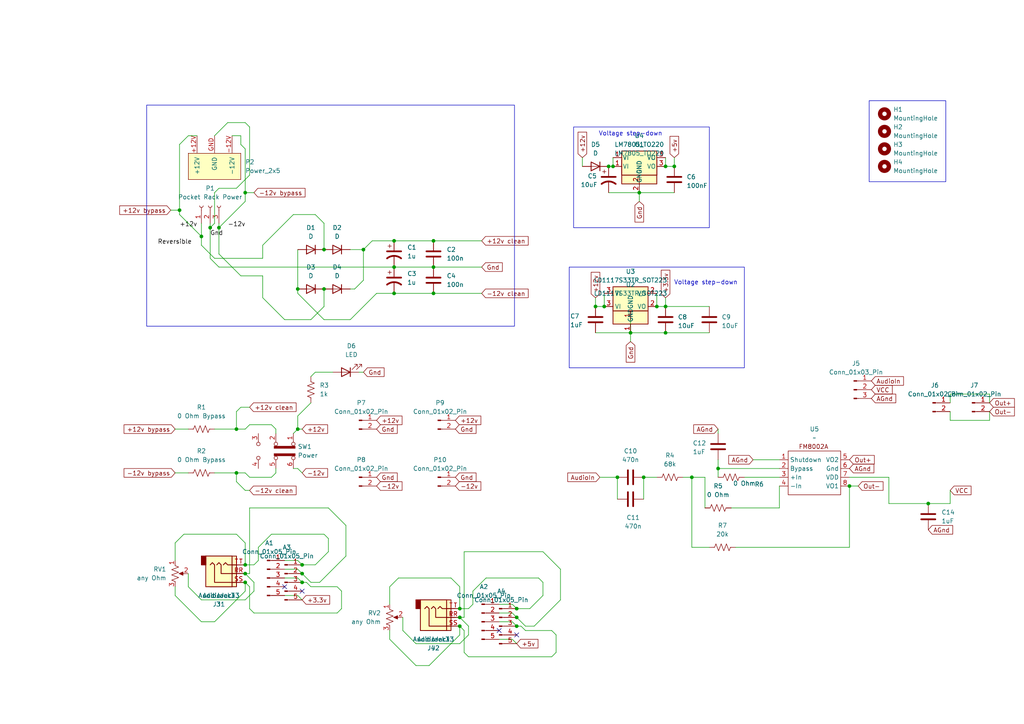
<source format=kicad_sch>
(kicad_sch
	(version 20231120)
	(generator "eeschema")
	(generator_version "8.0")
	(uuid "2b82e17f-a043-4c8d-8c30-207c7ecb6ee1")
	(paper "A4")
	(lib_symbols
		(symbol "CATs_Eurorack_Synth:Power_2x5"
			(pin_names
				(offset 1.016)
			)
			(exclude_from_sim no)
			(in_bom yes)
			(on_board yes)
			(property "Reference" "J"
				(at 0 10.16 0)
				(effects
					(font
						(size 1.27 1.27)
					)
				)
			)
			(property "Value" "Power_2x5"
				(at 0 8.89 0)
				(effects
					(font
						(size 1.27 1.27)
					)
				)
			)
			(property "Footprint" "Eurorack Synth:Power_2x5_Vertical"
				(at 1.27 0 0)
				(effects
					(font
						(size 1.27 1.27)
					)
					(hide yes)
				)
			)
			(property "Datasheet" ""
				(at 1.27 0 0)
				(effects
					(font
						(size 1.27 1.27)
					)
					(hide yes)
				)
			)
			(property "Description" ""
				(at 0 0 0)
				(effects
					(font
						(size 1.27 1.27)
					)
					(hide yes)
				)
			)
			(symbol "Power_2x5_0_1"
				(rectangle
					(start 3.81 7.62)
					(end -3.81 -7.62)
					(stroke
						(width 0)
						(type solid)
					)
					(fill
						(type background)
					)
				)
			)
			(symbol "Power_2x5_1_1"
				(pin power_out line
					(at 8.89 5.08 180)
					(length 5.08)
					(name "+12V"
						(effects
							(font
								(size 1.27 1.27)
							)
						)
					)
					(number "+12V"
						(effects
							(font
								(size 1.27 1.27)
							)
						)
					)
				)
				(pin power_out line
					(at 8.89 -5.08 180)
					(length 5.08)
					(name "-12V"
						(effects
							(font
								(size 1.27 1.27)
							)
						)
					)
					(number "-12V"
						(effects
							(font
								(size 1.27 1.27)
							)
						)
					)
				)
				(pin power_out line
					(at 8.89 0 180)
					(length 5.08)
					(name "GND"
						(effects
							(font
								(size 1.27 1.27)
							)
						)
					)
					(number "GND"
						(effects
							(font
								(size 1.27 1.27)
							)
						)
					)
				)
			)
		)
		(symbol "Connector:Conn_01x02_Pin"
			(pin_names
				(offset 1.016) hide)
			(exclude_from_sim no)
			(in_bom yes)
			(on_board yes)
			(property "Reference" "J"
				(at 0 2.54 0)
				(effects
					(font
						(size 1.27 1.27)
					)
				)
			)
			(property "Value" "Conn_01x02_Pin"
				(at 0 -5.08 0)
				(effects
					(font
						(size 1.27 1.27)
					)
				)
			)
			(property "Footprint" ""
				(at 0 0 0)
				(effects
					(font
						(size 1.27 1.27)
					)
					(hide yes)
				)
			)
			(property "Datasheet" "~"
				(at 0 0 0)
				(effects
					(font
						(size 1.27 1.27)
					)
					(hide yes)
				)
			)
			(property "Description" "Generic connector, single row, 01x02, script generated"
				(at 0 0 0)
				(effects
					(font
						(size 1.27 1.27)
					)
					(hide yes)
				)
			)
			(property "ki_locked" ""
				(at 0 0 0)
				(effects
					(font
						(size 1.27 1.27)
					)
				)
			)
			(property "ki_keywords" "connector"
				(at 0 0 0)
				(effects
					(font
						(size 1.27 1.27)
					)
					(hide yes)
				)
			)
			(property "ki_fp_filters" "Connector*:*_1x??_*"
				(at 0 0 0)
				(effects
					(font
						(size 1.27 1.27)
					)
					(hide yes)
				)
			)
			(symbol "Conn_01x02_Pin_1_1"
				(polyline
					(pts
						(xy 1.27 -2.54) (xy 0.8636 -2.54)
					)
					(stroke
						(width 0.1524)
						(type default)
					)
					(fill
						(type none)
					)
				)
				(polyline
					(pts
						(xy 1.27 0) (xy 0.8636 0)
					)
					(stroke
						(width 0.1524)
						(type default)
					)
					(fill
						(type none)
					)
				)
				(rectangle
					(start 0.8636 -2.413)
					(end 0 -2.667)
					(stroke
						(width 0.1524)
						(type default)
					)
					(fill
						(type outline)
					)
				)
				(rectangle
					(start 0.8636 0.127)
					(end 0 -0.127)
					(stroke
						(width 0.1524)
						(type default)
					)
					(fill
						(type outline)
					)
				)
				(pin passive line
					(at 5.08 0 180)
					(length 3.81)
					(name "Pin_1"
						(effects
							(font
								(size 1.27 1.27)
							)
						)
					)
					(number "1"
						(effects
							(font
								(size 1.27 1.27)
							)
						)
					)
				)
				(pin passive line
					(at 5.08 -2.54 180)
					(length 3.81)
					(name "Pin_2"
						(effects
							(font
								(size 1.27 1.27)
							)
						)
					)
					(number "2"
						(effects
							(font
								(size 1.27 1.27)
							)
						)
					)
				)
			)
		)
		(symbol "Connector:Conn_01x03_Pin"
			(pin_names
				(offset 1.016) hide)
			(exclude_from_sim no)
			(in_bom yes)
			(on_board yes)
			(property "Reference" "J"
				(at 0 5.08 0)
				(effects
					(font
						(size 1.27 1.27)
					)
				)
			)
			(property "Value" "Conn_01x03_Pin"
				(at 0 -5.08 0)
				(effects
					(font
						(size 1.27 1.27)
					)
				)
			)
			(property "Footprint" ""
				(at 0 0 0)
				(effects
					(font
						(size 1.27 1.27)
					)
					(hide yes)
				)
			)
			(property "Datasheet" "~"
				(at 0 0 0)
				(effects
					(font
						(size 1.27 1.27)
					)
					(hide yes)
				)
			)
			(property "Description" "Generic connector, single row, 01x03, script generated"
				(at 0 0 0)
				(effects
					(font
						(size 1.27 1.27)
					)
					(hide yes)
				)
			)
			(property "ki_locked" ""
				(at 0 0 0)
				(effects
					(font
						(size 1.27 1.27)
					)
				)
			)
			(property "ki_keywords" "connector"
				(at 0 0 0)
				(effects
					(font
						(size 1.27 1.27)
					)
					(hide yes)
				)
			)
			(property "ki_fp_filters" "Connector*:*_1x??_*"
				(at 0 0 0)
				(effects
					(font
						(size 1.27 1.27)
					)
					(hide yes)
				)
			)
			(symbol "Conn_01x03_Pin_1_1"
				(polyline
					(pts
						(xy 1.27 -2.54) (xy 0.8636 -2.54)
					)
					(stroke
						(width 0.1524)
						(type default)
					)
					(fill
						(type none)
					)
				)
				(polyline
					(pts
						(xy 1.27 0) (xy 0.8636 0)
					)
					(stroke
						(width 0.1524)
						(type default)
					)
					(fill
						(type none)
					)
				)
				(polyline
					(pts
						(xy 1.27 2.54) (xy 0.8636 2.54)
					)
					(stroke
						(width 0.1524)
						(type default)
					)
					(fill
						(type none)
					)
				)
				(rectangle
					(start 0.8636 -2.413)
					(end 0 -2.667)
					(stroke
						(width 0.1524)
						(type default)
					)
					(fill
						(type outline)
					)
				)
				(rectangle
					(start 0.8636 0.127)
					(end 0 -0.127)
					(stroke
						(width 0.1524)
						(type default)
					)
					(fill
						(type outline)
					)
				)
				(rectangle
					(start 0.8636 2.667)
					(end 0 2.413)
					(stroke
						(width 0.1524)
						(type default)
					)
					(fill
						(type outline)
					)
				)
				(pin passive line
					(at 5.08 2.54 180)
					(length 3.81)
					(name "Pin_1"
						(effects
							(font
								(size 1.27 1.27)
							)
						)
					)
					(number "1"
						(effects
							(font
								(size 1.27 1.27)
							)
						)
					)
				)
				(pin passive line
					(at 5.08 0 180)
					(length 3.81)
					(name "Pin_2"
						(effects
							(font
								(size 1.27 1.27)
							)
						)
					)
					(number "2"
						(effects
							(font
								(size 1.27 1.27)
							)
						)
					)
				)
				(pin passive line
					(at 5.08 -2.54 180)
					(length 3.81)
					(name "Pin_3"
						(effects
							(font
								(size 1.27 1.27)
							)
						)
					)
					(number "3"
						(effects
							(font
								(size 1.27 1.27)
							)
						)
					)
				)
			)
		)
		(symbol "Connector:Conn_01x03_Socket"
			(pin_names
				(offset 1.016) hide)
			(exclude_from_sim no)
			(in_bom yes)
			(on_board yes)
			(property "Reference" "J"
				(at 0 5.08 0)
				(effects
					(font
						(size 1.27 1.27)
					)
				)
			)
			(property "Value" "Conn_01x03_Socket"
				(at 0 -5.08 0)
				(effects
					(font
						(size 1.27 1.27)
					)
				)
			)
			(property "Footprint" ""
				(at 0 0 0)
				(effects
					(font
						(size 1.27 1.27)
					)
					(hide yes)
				)
			)
			(property "Datasheet" "~"
				(at 0 0 0)
				(effects
					(font
						(size 1.27 1.27)
					)
					(hide yes)
				)
			)
			(property "Description" "Generic connector, single row, 01x03, script generated"
				(at 0 0 0)
				(effects
					(font
						(size 1.27 1.27)
					)
					(hide yes)
				)
			)
			(property "ki_locked" ""
				(at 0 0 0)
				(effects
					(font
						(size 1.27 1.27)
					)
				)
			)
			(property "ki_keywords" "connector"
				(at 0 0 0)
				(effects
					(font
						(size 1.27 1.27)
					)
					(hide yes)
				)
			)
			(property "ki_fp_filters" "Connector*:*_1x??_*"
				(at 0 0 0)
				(effects
					(font
						(size 1.27 1.27)
					)
					(hide yes)
				)
			)
			(symbol "Conn_01x03_Socket_1_1"
				(arc
					(start 0 -2.032)
					(mid -0.5058 -2.54)
					(end 0 -3.048)
					(stroke
						(width 0.1524)
						(type default)
					)
					(fill
						(type none)
					)
				)
				(polyline
					(pts
						(xy -1.27 -2.54) (xy -0.508 -2.54)
					)
					(stroke
						(width 0.1524)
						(type default)
					)
					(fill
						(type none)
					)
				)
				(polyline
					(pts
						(xy -1.27 0) (xy -0.508 0)
					)
					(stroke
						(width 0.1524)
						(type default)
					)
					(fill
						(type none)
					)
				)
				(polyline
					(pts
						(xy -1.27 2.54) (xy -0.508 2.54)
					)
					(stroke
						(width 0.1524)
						(type default)
					)
					(fill
						(type none)
					)
				)
				(arc
					(start 0 0.508)
					(mid -0.5058 0)
					(end 0 -0.508)
					(stroke
						(width 0.1524)
						(type default)
					)
					(fill
						(type none)
					)
				)
				(arc
					(start 0 3.048)
					(mid -0.5058 2.54)
					(end 0 2.032)
					(stroke
						(width 0.1524)
						(type default)
					)
					(fill
						(type none)
					)
				)
				(pin passive line
					(at -5.08 2.54 0)
					(length 3.81)
					(name "Pin_1"
						(effects
							(font
								(size 1.27 1.27)
							)
						)
					)
					(number "1"
						(effects
							(font
								(size 1.27 1.27)
							)
						)
					)
				)
				(pin passive line
					(at -5.08 0 0)
					(length 3.81)
					(name "Pin_2"
						(effects
							(font
								(size 1.27 1.27)
							)
						)
					)
					(number "2"
						(effects
							(font
								(size 1.27 1.27)
							)
						)
					)
				)
				(pin passive line
					(at -5.08 -2.54 0)
					(length 3.81)
					(name "Pin_3"
						(effects
							(font
								(size 1.27 1.27)
							)
						)
					)
					(number "3"
						(effects
							(font
								(size 1.27 1.27)
							)
						)
					)
				)
			)
		)
		(symbol "Connector:Conn_01x05_Pin"
			(pin_names
				(offset 1.016) hide)
			(exclude_from_sim no)
			(in_bom yes)
			(on_board yes)
			(property "Reference" "J"
				(at 0 7.62 0)
				(effects
					(font
						(size 1.27 1.27)
					)
				)
			)
			(property "Value" "Conn_01x05_Pin"
				(at 0 -7.62 0)
				(effects
					(font
						(size 1.27 1.27)
					)
				)
			)
			(property "Footprint" ""
				(at 0 0 0)
				(effects
					(font
						(size 1.27 1.27)
					)
					(hide yes)
				)
			)
			(property "Datasheet" "~"
				(at 0 0 0)
				(effects
					(font
						(size 1.27 1.27)
					)
					(hide yes)
				)
			)
			(property "Description" "Generic connector, single row, 01x05, script generated"
				(at 0 0 0)
				(effects
					(font
						(size 1.27 1.27)
					)
					(hide yes)
				)
			)
			(property "ki_locked" ""
				(at 0 0 0)
				(effects
					(font
						(size 1.27 1.27)
					)
				)
			)
			(property "ki_keywords" "connector"
				(at 0 0 0)
				(effects
					(font
						(size 1.27 1.27)
					)
					(hide yes)
				)
			)
			(property "ki_fp_filters" "Connector*:*_1x??_*"
				(at 0 0 0)
				(effects
					(font
						(size 1.27 1.27)
					)
					(hide yes)
				)
			)
			(symbol "Conn_01x05_Pin_1_1"
				(polyline
					(pts
						(xy 1.27 -5.08) (xy 0.8636 -5.08)
					)
					(stroke
						(width 0.1524)
						(type default)
					)
					(fill
						(type none)
					)
				)
				(polyline
					(pts
						(xy 1.27 -2.54) (xy 0.8636 -2.54)
					)
					(stroke
						(width 0.1524)
						(type default)
					)
					(fill
						(type none)
					)
				)
				(polyline
					(pts
						(xy 1.27 0) (xy 0.8636 0)
					)
					(stroke
						(width 0.1524)
						(type default)
					)
					(fill
						(type none)
					)
				)
				(polyline
					(pts
						(xy 1.27 2.54) (xy 0.8636 2.54)
					)
					(stroke
						(width 0.1524)
						(type default)
					)
					(fill
						(type none)
					)
				)
				(polyline
					(pts
						(xy 1.27 5.08) (xy 0.8636 5.08)
					)
					(stroke
						(width 0.1524)
						(type default)
					)
					(fill
						(type none)
					)
				)
				(rectangle
					(start 0.8636 -4.953)
					(end 0 -5.207)
					(stroke
						(width 0.1524)
						(type default)
					)
					(fill
						(type outline)
					)
				)
				(rectangle
					(start 0.8636 -2.413)
					(end 0 -2.667)
					(stroke
						(width 0.1524)
						(type default)
					)
					(fill
						(type outline)
					)
				)
				(rectangle
					(start 0.8636 0.127)
					(end 0 -0.127)
					(stroke
						(width 0.1524)
						(type default)
					)
					(fill
						(type outline)
					)
				)
				(rectangle
					(start 0.8636 2.667)
					(end 0 2.413)
					(stroke
						(width 0.1524)
						(type default)
					)
					(fill
						(type outline)
					)
				)
				(rectangle
					(start 0.8636 5.207)
					(end 0 4.953)
					(stroke
						(width 0.1524)
						(type default)
					)
					(fill
						(type outline)
					)
				)
				(pin passive line
					(at 5.08 5.08 180)
					(length 3.81)
					(name "Pin_1"
						(effects
							(font
								(size 1.27 1.27)
							)
						)
					)
					(number "1"
						(effects
							(font
								(size 1.27 1.27)
							)
						)
					)
				)
				(pin passive line
					(at 5.08 2.54 180)
					(length 3.81)
					(name "Pin_2"
						(effects
							(font
								(size 1.27 1.27)
							)
						)
					)
					(number "2"
						(effects
							(font
								(size 1.27 1.27)
							)
						)
					)
				)
				(pin passive line
					(at 5.08 0 180)
					(length 3.81)
					(name "Pin_3"
						(effects
							(font
								(size 1.27 1.27)
							)
						)
					)
					(number "3"
						(effects
							(font
								(size 1.27 1.27)
							)
						)
					)
				)
				(pin passive line
					(at 5.08 -2.54 180)
					(length 3.81)
					(name "Pin_4"
						(effects
							(font
								(size 1.27 1.27)
							)
						)
					)
					(number "4"
						(effects
							(font
								(size 1.27 1.27)
							)
						)
					)
				)
				(pin passive line
					(at 5.08 -5.08 180)
					(length 3.81)
					(name "Pin_5"
						(effects
							(font
								(size 1.27 1.27)
							)
						)
					)
					(number "5"
						(effects
							(font
								(size 1.27 1.27)
							)
						)
					)
				)
			)
		)
		(symbol "Connector_Audio:AudioJack3"
			(exclude_from_sim no)
			(in_bom yes)
			(on_board yes)
			(property "Reference" "J"
				(at 0 8.89 0)
				(effects
					(font
						(size 1.27 1.27)
					)
				)
			)
			(property "Value" "AudioJack3"
				(at 0 6.35 0)
				(effects
					(font
						(size 1.27 1.27)
					)
				)
			)
			(property "Footprint" ""
				(at 0 0 0)
				(effects
					(font
						(size 1.27 1.27)
					)
					(hide yes)
				)
			)
			(property "Datasheet" "~"
				(at 0 0 0)
				(effects
					(font
						(size 1.27 1.27)
					)
					(hide yes)
				)
			)
			(property "Description" "Audio Jack, 3 Poles (Stereo / TRS)"
				(at 0 0 0)
				(effects
					(font
						(size 1.27 1.27)
					)
					(hide yes)
				)
			)
			(property "ki_keywords" "audio jack receptacle stereo headphones phones TRS connector"
				(at 0 0 0)
				(effects
					(font
						(size 1.27 1.27)
					)
					(hide yes)
				)
			)
			(property "ki_fp_filters" "Jack*"
				(at 0 0 0)
				(effects
					(font
						(size 1.27 1.27)
					)
					(hide yes)
				)
			)
			(symbol "AudioJack3_0_1"
				(rectangle
					(start -5.08 -5.08)
					(end -6.35 -2.54)
					(stroke
						(width 0.254)
						(type default)
					)
					(fill
						(type outline)
					)
				)
				(polyline
					(pts
						(xy 0 -2.54) (xy 0.635 -3.175) (xy 1.27 -2.54) (xy 2.54 -2.54)
					)
					(stroke
						(width 0.254)
						(type default)
					)
					(fill
						(type none)
					)
				)
				(polyline
					(pts
						(xy -1.905 -2.54) (xy -1.27 -3.175) (xy -0.635 -2.54) (xy -0.635 0) (xy 2.54 0)
					)
					(stroke
						(width 0.254)
						(type default)
					)
					(fill
						(type none)
					)
				)
				(polyline
					(pts
						(xy 2.54 2.54) (xy -2.54 2.54) (xy -2.54 -2.54) (xy -3.175 -3.175) (xy -3.81 -2.54)
					)
					(stroke
						(width 0.254)
						(type default)
					)
					(fill
						(type none)
					)
				)
				(rectangle
					(start 2.54 3.81)
					(end -5.08 -5.08)
					(stroke
						(width 0.254)
						(type default)
					)
					(fill
						(type background)
					)
				)
			)
			(symbol "AudioJack3_1_1"
				(pin passive line
					(at 5.08 0 180)
					(length 2.54)
					(name "~"
						(effects
							(font
								(size 1.27 1.27)
							)
						)
					)
					(number "R"
						(effects
							(font
								(size 1.27 1.27)
							)
						)
					)
				)
				(pin passive line
					(at 5.08 2.54 180)
					(length 2.54)
					(name "~"
						(effects
							(font
								(size 1.27 1.27)
							)
						)
					)
					(number "S"
						(effects
							(font
								(size 1.27 1.27)
							)
						)
					)
				)
				(pin passive line
					(at 5.08 -2.54 180)
					(length 2.54)
					(name "~"
						(effects
							(font
								(size 1.27 1.27)
							)
						)
					)
					(number "T"
						(effects
							(font
								(size 1.27 1.27)
							)
						)
					)
				)
			)
		)
		(symbol "Device:C"
			(pin_numbers hide)
			(pin_names
				(offset 0.254)
			)
			(exclude_from_sim no)
			(in_bom yes)
			(on_board yes)
			(property "Reference" "C"
				(at 0.635 2.54 0)
				(effects
					(font
						(size 1.27 1.27)
					)
					(justify left)
				)
			)
			(property "Value" "C"
				(at 0.635 -2.54 0)
				(effects
					(font
						(size 1.27 1.27)
					)
					(justify left)
				)
			)
			(property "Footprint" ""
				(at 0.9652 -3.81 0)
				(effects
					(font
						(size 1.27 1.27)
					)
					(hide yes)
				)
			)
			(property "Datasheet" "~"
				(at 0 0 0)
				(effects
					(font
						(size 1.27 1.27)
					)
					(hide yes)
				)
			)
			(property "Description" "Unpolarized capacitor"
				(at 0 0 0)
				(effects
					(font
						(size 1.27 1.27)
					)
					(hide yes)
				)
			)
			(property "ki_keywords" "cap capacitor"
				(at 0 0 0)
				(effects
					(font
						(size 1.27 1.27)
					)
					(hide yes)
				)
			)
			(property "ki_fp_filters" "C_*"
				(at 0 0 0)
				(effects
					(font
						(size 1.27 1.27)
					)
					(hide yes)
				)
			)
			(symbol "C_0_1"
				(polyline
					(pts
						(xy -2.032 -0.762) (xy 2.032 -0.762)
					)
					(stroke
						(width 0.508)
						(type default)
					)
					(fill
						(type none)
					)
				)
				(polyline
					(pts
						(xy -2.032 0.762) (xy 2.032 0.762)
					)
					(stroke
						(width 0.508)
						(type default)
					)
					(fill
						(type none)
					)
				)
			)
			(symbol "C_1_1"
				(pin passive line
					(at 0 3.81 270)
					(length 2.794)
					(name "~"
						(effects
							(font
								(size 1.27 1.27)
							)
						)
					)
					(number "1"
						(effects
							(font
								(size 1.27 1.27)
							)
						)
					)
				)
				(pin passive line
					(at 0 -3.81 90)
					(length 2.794)
					(name "~"
						(effects
							(font
								(size 1.27 1.27)
							)
						)
					)
					(number "2"
						(effects
							(font
								(size 1.27 1.27)
							)
						)
					)
				)
			)
		)
		(symbol "Device:C_Polarized_US"
			(pin_numbers hide)
			(pin_names
				(offset 0.254) hide)
			(exclude_from_sim no)
			(in_bom yes)
			(on_board yes)
			(property "Reference" "C"
				(at 0.635 2.54 0)
				(effects
					(font
						(size 1.27 1.27)
					)
					(justify left)
				)
			)
			(property "Value" "C_Polarized_US"
				(at 0.635 -2.54 0)
				(effects
					(font
						(size 1.27 1.27)
					)
					(justify left)
				)
			)
			(property "Footprint" ""
				(at 0 0 0)
				(effects
					(font
						(size 1.27 1.27)
					)
					(hide yes)
				)
			)
			(property "Datasheet" "~"
				(at 0 0 0)
				(effects
					(font
						(size 1.27 1.27)
					)
					(hide yes)
				)
			)
			(property "Description" "Polarized capacitor, US symbol"
				(at 0 0 0)
				(effects
					(font
						(size 1.27 1.27)
					)
					(hide yes)
				)
			)
			(property "ki_keywords" "cap capacitor"
				(at 0 0 0)
				(effects
					(font
						(size 1.27 1.27)
					)
					(hide yes)
				)
			)
			(property "ki_fp_filters" "CP_*"
				(at 0 0 0)
				(effects
					(font
						(size 1.27 1.27)
					)
					(hide yes)
				)
			)
			(symbol "C_Polarized_US_0_1"
				(polyline
					(pts
						(xy -2.032 0.762) (xy 2.032 0.762)
					)
					(stroke
						(width 0.508)
						(type default)
					)
					(fill
						(type none)
					)
				)
				(polyline
					(pts
						(xy -1.778 2.286) (xy -0.762 2.286)
					)
					(stroke
						(width 0)
						(type default)
					)
					(fill
						(type none)
					)
				)
				(polyline
					(pts
						(xy -1.27 1.778) (xy -1.27 2.794)
					)
					(stroke
						(width 0)
						(type default)
					)
					(fill
						(type none)
					)
				)
				(arc
					(start 2.032 -1.27)
					(mid 0 -0.5572)
					(end -2.032 -1.27)
					(stroke
						(width 0.508)
						(type default)
					)
					(fill
						(type none)
					)
				)
			)
			(symbol "C_Polarized_US_1_1"
				(pin passive line
					(at 0 3.81 270)
					(length 2.794)
					(name "~"
						(effects
							(font
								(size 1.27 1.27)
							)
						)
					)
					(number "1"
						(effects
							(font
								(size 1.27 1.27)
							)
						)
					)
				)
				(pin passive line
					(at 0 -3.81 90)
					(length 3.302)
					(name "~"
						(effects
							(font
								(size 1.27 1.27)
							)
						)
					)
					(number "2"
						(effects
							(font
								(size 1.27 1.27)
							)
						)
					)
				)
			)
		)
		(symbol "Device:D"
			(pin_numbers hide)
			(pin_names
				(offset 1.016) hide)
			(exclude_from_sim no)
			(in_bom yes)
			(on_board yes)
			(property "Reference" "D"
				(at 0 2.54 0)
				(effects
					(font
						(size 1.27 1.27)
					)
				)
			)
			(property "Value" "D"
				(at 0 -2.54 0)
				(effects
					(font
						(size 1.27 1.27)
					)
				)
			)
			(property "Footprint" ""
				(at 0 0 0)
				(effects
					(font
						(size 1.27 1.27)
					)
					(hide yes)
				)
			)
			(property "Datasheet" "~"
				(at 0 0 0)
				(effects
					(font
						(size 1.27 1.27)
					)
					(hide yes)
				)
			)
			(property "Description" "Diode"
				(at 0 0 0)
				(effects
					(font
						(size 1.27 1.27)
					)
					(hide yes)
				)
			)
			(property "Sim.Device" "D"
				(at 0 0 0)
				(effects
					(font
						(size 1.27 1.27)
					)
					(hide yes)
				)
			)
			(property "Sim.Pins" "1=K 2=A"
				(at 0 0 0)
				(effects
					(font
						(size 1.27 1.27)
					)
					(hide yes)
				)
			)
			(property "ki_keywords" "diode"
				(at 0 0 0)
				(effects
					(font
						(size 1.27 1.27)
					)
					(hide yes)
				)
			)
			(property "ki_fp_filters" "TO-???* *_Diode_* *SingleDiode* D_*"
				(at 0 0 0)
				(effects
					(font
						(size 1.27 1.27)
					)
					(hide yes)
				)
			)
			(symbol "D_0_1"
				(polyline
					(pts
						(xy -1.27 1.27) (xy -1.27 -1.27)
					)
					(stroke
						(width 0.254)
						(type default)
					)
					(fill
						(type none)
					)
				)
				(polyline
					(pts
						(xy 1.27 0) (xy -1.27 0)
					)
					(stroke
						(width 0)
						(type default)
					)
					(fill
						(type none)
					)
				)
				(polyline
					(pts
						(xy 1.27 1.27) (xy 1.27 -1.27) (xy -1.27 0) (xy 1.27 1.27)
					)
					(stroke
						(width 0.254)
						(type default)
					)
					(fill
						(type none)
					)
				)
			)
			(symbol "D_1_1"
				(pin passive line
					(at -3.81 0 0)
					(length 2.54)
					(name "K"
						(effects
							(font
								(size 1.27 1.27)
							)
						)
					)
					(number "1"
						(effects
							(font
								(size 1.27 1.27)
							)
						)
					)
				)
				(pin passive line
					(at 3.81 0 180)
					(length 2.54)
					(name "A"
						(effects
							(font
								(size 1.27 1.27)
							)
						)
					)
					(number "2"
						(effects
							(font
								(size 1.27 1.27)
							)
						)
					)
				)
			)
		)
		(symbol "Device:LED"
			(pin_numbers hide)
			(pin_names
				(offset 1.016) hide)
			(exclude_from_sim no)
			(in_bom yes)
			(on_board yes)
			(property "Reference" "D"
				(at 0 2.54 0)
				(effects
					(font
						(size 1.27 1.27)
					)
				)
			)
			(property "Value" "LED"
				(at 0 -2.54 0)
				(effects
					(font
						(size 1.27 1.27)
					)
				)
			)
			(property "Footprint" ""
				(at 0 0 0)
				(effects
					(font
						(size 1.27 1.27)
					)
					(hide yes)
				)
			)
			(property "Datasheet" "~"
				(at 0 0 0)
				(effects
					(font
						(size 1.27 1.27)
					)
					(hide yes)
				)
			)
			(property "Description" "Light emitting diode"
				(at 0 0 0)
				(effects
					(font
						(size 1.27 1.27)
					)
					(hide yes)
				)
			)
			(property "ki_keywords" "LED diode"
				(at 0 0 0)
				(effects
					(font
						(size 1.27 1.27)
					)
					(hide yes)
				)
			)
			(property "ki_fp_filters" "LED* LED_SMD:* LED_THT:*"
				(at 0 0 0)
				(effects
					(font
						(size 1.27 1.27)
					)
					(hide yes)
				)
			)
			(symbol "LED_0_1"
				(polyline
					(pts
						(xy -1.27 -1.27) (xy -1.27 1.27)
					)
					(stroke
						(width 0.254)
						(type default)
					)
					(fill
						(type none)
					)
				)
				(polyline
					(pts
						(xy -1.27 0) (xy 1.27 0)
					)
					(stroke
						(width 0)
						(type default)
					)
					(fill
						(type none)
					)
				)
				(polyline
					(pts
						(xy 1.27 -1.27) (xy 1.27 1.27) (xy -1.27 0) (xy 1.27 -1.27)
					)
					(stroke
						(width 0.254)
						(type default)
					)
					(fill
						(type none)
					)
				)
				(polyline
					(pts
						(xy -3.048 -0.762) (xy -4.572 -2.286) (xy -3.81 -2.286) (xy -4.572 -2.286) (xy -4.572 -1.524)
					)
					(stroke
						(width 0)
						(type default)
					)
					(fill
						(type none)
					)
				)
				(polyline
					(pts
						(xy -1.778 -0.762) (xy -3.302 -2.286) (xy -2.54 -2.286) (xy -3.302 -2.286) (xy -3.302 -1.524)
					)
					(stroke
						(width 0)
						(type default)
					)
					(fill
						(type none)
					)
				)
			)
			(symbol "LED_1_1"
				(pin passive line
					(at -3.81 0 0)
					(length 2.54)
					(name "K"
						(effects
							(font
								(size 1.27 1.27)
							)
						)
					)
					(number "1"
						(effects
							(font
								(size 1.27 1.27)
							)
						)
					)
				)
				(pin passive line
					(at 3.81 0 180)
					(length 2.54)
					(name "A"
						(effects
							(font
								(size 1.27 1.27)
							)
						)
					)
					(number "2"
						(effects
							(font
								(size 1.27 1.27)
							)
						)
					)
				)
			)
		)
		(symbol "Device:R_Potentiometer_US"
			(pin_names
				(offset 1.016) hide)
			(exclude_from_sim no)
			(in_bom yes)
			(on_board yes)
			(property "Reference" "RV"
				(at -4.445 0 90)
				(effects
					(font
						(size 1.27 1.27)
					)
				)
			)
			(property "Value" "R_Potentiometer_US"
				(at -2.54 0 90)
				(effects
					(font
						(size 1.27 1.27)
					)
				)
			)
			(property "Footprint" ""
				(at 0 0 0)
				(effects
					(font
						(size 1.27 1.27)
					)
					(hide yes)
				)
			)
			(property "Datasheet" "~"
				(at 0 0 0)
				(effects
					(font
						(size 1.27 1.27)
					)
					(hide yes)
				)
			)
			(property "Description" "Potentiometer, US symbol"
				(at 0 0 0)
				(effects
					(font
						(size 1.27 1.27)
					)
					(hide yes)
				)
			)
			(property "ki_keywords" "resistor variable"
				(at 0 0 0)
				(effects
					(font
						(size 1.27 1.27)
					)
					(hide yes)
				)
			)
			(property "ki_fp_filters" "Potentiometer*"
				(at 0 0 0)
				(effects
					(font
						(size 1.27 1.27)
					)
					(hide yes)
				)
			)
			(symbol "R_Potentiometer_US_0_1"
				(polyline
					(pts
						(xy 0 -2.286) (xy 0 -2.54)
					)
					(stroke
						(width 0)
						(type default)
					)
					(fill
						(type none)
					)
				)
				(polyline
					(pts
						(xy 0 2.54) (xy 0 2.286)
					)
					(stroke
						(width 0)
						(type default)
					)
					(fill
						(type none)
					)
				)
				(polyline
					(pts
						(xy 2.54 0) (xy 1.524 0)
					)
					(stroke
						(width 0)
						(type default)
					)
					(fill
						(type none)
					)
				)
				(polyline
					(pts
						(xy 1.143 0) (xy 2.286 0.508) (xy 2.286 -0.508) (xy 1.143 0)
					)
					(stroke
						(width 0)
						(type default)
					)
					(fill
						(type outline)
					)
				)
				(polyline
					(pts
						(xy 0 -0.762) (xy 1.016 -1.143) (xy 0 -1.524) (xy -1.016 -1.905) (xy 0 -2.286)
					)
					(stroke
						(width 0)
						(type default)
					)
					(fill
						(type none)
					)
				)
				(polyline
					(pts
						(xy 0 0.762) (xy 1.016 0.381) (xy 0 0) (xy -1.016 -0.381) (xy 0 -0.762)
					)
					(stroke
						(width 0)
						(type default)
					)
					(fill
						(type none)
					)
				)
				(polyline
					(pts
						(xy 0 2.286) (xy 1.016 1.905) (xy 0 1.524) (xy -1.016 1.143) (xy 0 0.762)
					)
					(stroke
						(width 0)
						(type default)
					)
					(fill
						(type none)
					)
				)
			)
			(symbol "R_Potentiometer_US_1_1"
				(pin passive line
					(at 0 3.81 270)
					(length 1.27)
					(name "1"
						(effects
							(font
								(size 1.27 1.27)
							)
						)
					)
					(number "1"
						(effects
							(font
								(size 1.27 1.27)
							)
						)
					)
				)
				(pin passive line
					(at 3.81 0 180)
					(length 1.27)
					(name "2"
						(effects
							(font
								(size 1.27 1.27)
							)
						)
					)
					(number "2"
						(effects
							(font
								(size 1.27 1.27)
							)
						)
					)
				)
				(pin passive line
					(at 0 -3.81 90)
					(length 1.27)
					(name "3"
						(effects
							(font
								(size 1.27 1.27)
							)
						)
					)
					(number "3"
						(effects
							(font
								(size 1.27 1.27)
							)
						)
					)
				)
			)
		)
		(symbol "Device:R_US"
			(pin_numbers hide)
			(pin_names
				(offset 0)
			)
			(exclude_from_sim no)
			(in_bom yes)
			(on_board yes)
			(property "Reference" "R"
				(at 2.54 0 90)
				(effects
					(font
						(size 1.27 1.27)
					)
				)
			)
			(property "Value" "R_US"
				(at -2.54 0 90)
				(effects
					(font
						(size 1.27 1.27)
					)
				)
			)
			(property "Footprint" ""
				(at 1.016 -0.254 90)
				(effects
					(font
						(size 1.27 1.27)
					)
					(hide yes)
				)
			)
			(property "Datasheet" "~"
				(at 0 0 0)
				(effects
					(font
						(size 1.27 1.27)
					)
					(hide yes)
				)
			)
			(property "Description" "Resistor, US symbol"
				(at 0 0 0)
				(effects
					(font
						(size 1.27 1.27)
					)
					(hide yes)
				)
			)
			(property "ki_keywords" "R res resistor"
				(at 0 0 0)
				(effects
					(font
						(size 1.27 1.27)
					)
					(hide yes)
				)
			)
			(property "ki_fp_filters" "R_*"
				(at 0 0 0)
				(effects
					(font
						(size 1.27 1.27)
					)
					(hide yes)
				)
			)
			(symbol "R_US_0_1"
				(polyline
					(pts
						(xy 0 -2.286) (xy 0 -2.54)
					)
					(stroke
						(width 0)
						(type default)
					)
					(fill
						(type none)
					)
				)
				(polyline
					(pts
						(xy 0 2.286) (xy 0 2.54)
					)
					(stroke
						(width 0)
						(type default)
					)
					(fill
						(type none)
					)
				)
				(polyline
					(pts
						(xy 0 -0.762) (xy 1.016 -1.143) (xy 0 -1.524) (xy -1.016 -1.905) (xy 0 -2.286)
					)
					(stroke
						(width 0)
						(type default)
					)
					(fill
						(type none)
					)
				)
				(polyline
					(pts
						(xy 0 0.762) (xy 1.016 0.381) (xy 0 0) (xy -1.016 -0.381) (xy 0 -0.762)
					)
					(stroke
						(width 0)
						(type default)
					)
					(fill
						(type none)
					)
				)
				(polyline
					(pts
						(xy 0 2.286) (xy 1.016 1.905) (xy 0 1.524) (xy -1.016 1.143) (xy 0 0.762)
					)
					(stroke
						(width 0)
						(type default)
					)
					(fill
						(type none)
					)
				)
			)
			(symbol "R_US_1_1"
				(pin passive line
					(at 0 3.81 270)
					(length 1.27)
					(name "~"
						(effects
							(font
								(size 1.27 1.27)
							)
						)
					)
					(number "1"
						(effects
							(font
								(size 1.27 1.27)
							)
						)
					)
				)
				(pin passive line
					(at 0 -3.81 90)
					(length 1.27)
					(name "~"
						(effects
							(font
								(size 1.27 1.27)
							)
						)
					)
					(number "2"
						(effects
							(font
								(size 1.27 1.27)
							)
						)
					)
				)
			)
		)
		(symbol "Mechanical:MountingHole"
			(pin_names
				(offset 1.016)
			)
			(exclude_from_sim no)
			(in_bom yes)
			(on_board yes)
			(property "Reference" "H"
				(at 0 5.08 0)
				(effects
					(font
						(size 1.27 1.27)
					)
				)
			)
			(property "Value" "MountingHole"
				(at 0 3.175 0)
				(effects
					(font
						(size 1.27 1.27)
					)
				)
			)
			(property "Footprint" ""
				(at 0 0 0)
				(effects
					(font
						(size 1.27 1.27)
					)
					(hide yes)
				)
			)
			(property "Datasheet" "~"
				(at 0 0 0)
				(effects
					(font
						(size 1.27 1.27)
					)
					(hide yes)
				)
			)
			(property "Description" "Mounting Hole without connection"
				(at 0 0 0)
				(effects
					(font
						(size 1.27 1.27)
					)
					(hide yes)
				)
			)
			(property "ki_keywords" "mounting hole"
				(at 0 0 0)
				(effects
					(font
						(size 1.27 1.27)
					)
					(hide yes)
				)
			)
			(property "ki_fp_filters" "MountingHole*"
				(at 0 0 0)
				(effects
					(font
						(size 1.27 1.27)
					)
					(hide yes)
				)
			)
			(symbol "MountingHole_0_1"
				(circle
					(center 0 0)
					(radius 1.27)
					(stroke
						(width 1.27)
						(type default)
					)
					(fill
						(type none)
					)
				)
			)
		)
		(symbol "Personal Symbols:FM8002A_Audio_amp"
			(exclude_from_sim no)
			(in_bom yes)
			(on_board yes)
			(property "Reference" "U"
				(at 0 10.922 0)
				(effects
					(font
						(size 1.27 1.27)
					)
				)
			)
			(property "Value" ""
				(at 0 0 0)
				(effects
					(font
						(size 1.27 1.27)
					)
				)
			)
			(property "Footprint" "Package_SO:SOP-8_3.9x4.9mm_P1.27mm"
				(at -0.762 -7.112 0)
				(effects
					(font
						(size 1.27 1.27)
					)
					(hide yes)
				)
			)
			(property "Datasheet" ""
				(at 0 0 0)
				(effects
					(font
						(size 1.27 1.27)
					)
					(hide yes)
				)
			)
			(property "Description" ""
				(at 0 0 0)
				(effects
					(font
						(size 1.27 1.27)
					)
					(hide yes)
				)
			)
			(symbol "FM8002A_Audio_amp_0_1"
				(rectangle
					(start -7.62 7.62)
					(end 7.62 -5.08)
					(stroke
						(width 0)
						(type default)
					)
					(fill
						(type none)
					)
				)
			)
			(symbol "FM8002A_Audio_amp_1_1"
				(text "FM8002A"
					(at -0.254 8.89 0)
					(effects
						(font
							(size 1.27 1.27)
						)
					)
				)
				(pin input line
					(at -10.16 5.08 0)
					(length 2.54)
					(name "Shutdown"
						(effects
							(font
								(size 1.27 1.27)
							)
						)
					)
					(number "1"
						(effects
							(font
								(size 1.27 1.27)
							)
						)
					)
				)
				(pin input line
					(at -10.16 2.54 0)
					(length 2.54)
					(name "Bypass"
						(effects
							(font
								(size 1.27 1.27)
							)
						)
					)
					(number "2"
						(effects
							(font
								(size 1.27 1.27)
							)
						)
					)
				)
				(pin input line
					(at -10.16 0 0)
					(length 2.54)
					(name "+In"
						(effects
							(font
								(size 1.27 1.27)
							)
						)
					)
					(number "3"
						(effects
							(font
								(size 1.27 1.27)
							)
						)
					)
				)
				(pin input line
					(at -10.16 -2.54 0)
					(length 2.54)
					(name "-In"
						(effects
							(font
								(size 1.27 1.27)
							)
						)
					)
					(number "4"
						(effects
							(font
								(size 1.27 1.27)
							)
						)
					)
				)
				(pin input line
					(at 10.16 5.08 180)
					(length 2.54)
					(name "VO2"
						(effects
							(font
								(size 1.27 1.27)
							)
						)
					)
					(number "5"
						(effects
							(font
								(size 1.27 1.27)
							)
						)
					)
				)
				(pin input line
					(at 10.16 2.54 180)
					(length 2.54)
					(name "Gnd"
						(effects
							(font
								(size 1.27 1.27)
							)
						)
					)
					(number "6"
						(effects
							(font
								(size 1.27 1.27)
							)
						)
					)
				)
				(pin input line
					(at 10.16 0 180)
					(length 2.54)
					(name "VDD"
						(effects
							(font
								(size 1.27 1.27)
							)
						)
					)
					(number "7"
						(effects
							(font
								(size 1.27 1.27)
							)
						)
					)
				)
				(pin input line
					(at 10.16 -2.54 180)
					(length 2.54)
					(name "VO1"
						(effects
							(font
								(size 1.27 1.27)
							)
						)
					)
					(number "8"
						(effects
							(font
								(size 1.27 1.27)
							)
						)
					)
				)
			)
		)
		(symbol "Regulator_Linear:LD1117S33TR_SOT223"
			(exclude_from_sim no)
			(in_bom yes)
			(on_board yes)
			(property "Reference" "U"
				(at -3.81 3.175 0)
				(effects
					(font
						(size 1.27 1.27)
					)
				)
			)
			(property "Value" "LD1117S33TR_SOT223"
				(at 0 3.175 0)
				(effects
					(font
						(size 1.27 1.27)
					)
					(justify left)
				)
			)
			(property "Footprint" "Package_TO_SOT_SMD:SOT-223-3_TabPin2"
				(at 0 5.08 0)
				(effects
					(font
						(size 1.27 1.27)
					)
					(hide yes)
				)
			)
			(property "Datasheet" "http://www.st.com/st-web-ui/static/active/en/resource/technical/document/datasheet/CD00000544.pdf"
				(at 2.54 -6.35 0)
				(effects
					(font
						(size 1.27 1.27)
					)
					(hide yes)
				)
			)
			(property "Description" "800mA Fixed Low Drop Positive Voltage Regulator, Fixed Output 3.3V, SOT-223"
				(at 0 0 0)
				(effects
					(font
						(size 1.27 1.27)
					)
					(hide yes)
				)
			)
			(property "ki_keywords" "REGULATOR LDO 3.3V"
				(at 0 0 0)
				(effects
					(font
						(size 1.27 1.27)
					)
					(hide yes)
				)
			)
			(property "ki_fp_filters" "SOT?223*TabPin2*"
				(at 0 0 0)
				(effects
					(font
						(size 1.27 1.27)
					)
					(hide yes)
				)
			)
			(symbol "LD1117S33TR_SOT223_0_1"
				(rectangle
					(start -5.08 -5.08)
					(end 5.08 1.905)
					(stroke
						(width 0.254)
						(type default)
					)
					(fill
						(type background)
					)
				)
			)
			(symbol "LD1117S33TR_SOT223_1_1"
				(pin power_in line
					(at 0 -7.62 90)
					(length 2.54)
					(name "GND"
						(effects
							(font
								(size 1.27 1.27)
							)
						)
					)
					(number "1"
						(effects
							(font
								(size 1.27 1.27)
							)
						)
					)
				)
				(pin power_out line
					(at 7.62 0 180)
					(length 2.54)
					(name "VO"
						(effects
							(font
								(size 1.27 1.27)
							)
						)
					)
					(number "2"
						(effects
							(font
								(size 1.27 1.27)
							)
						)
					)
				)
				(pin power_in line
					(at -7.62 0 0)
					(length 2.54)
					(name "VI"
						(effects
							(font
								(size 1.27 1.27)
							)
						)
					)
					(number "3"
						(effects
							(font
								(size 1.27 1.27)
							)
						)
					)
				)
			)
		)
		(symbol "Regulator_Linear:LM7805_TO220"
			(pin_names
				(offset 0.254)
			)
			(exclude_from_sim no)
			(in_bom yes)
			(on_board yes)
			(property "Reference" "U"
				(at -3.81 3.175 0)
				(effects
					(font
						(size 1.27 1.27)
					)
				)
			)
			(property "Value" "LM7805_TO220"
				(at 0 3.175 0)
				(effects
					(font
						(size 1.27 1.27)
					)
					(justify left)
				)
			)
			(property "Footprint" "Package_TO_SOT_THT:TO-220-3_Vertical"
				(at 0 5.715 0)
				(effects
					(font
						(size 1.27 1.27)
						(italic yes)
					)
					(hide yes)
				)
			)
			(property "Datasheet" "https://www.onsemi.cn/PowerSolutions/document/MC7800-D.PDF"
				(at 0 -1.27 0)
				(effects
					(font
						(size 1.27 1.27)
					)
					(hide yes)
				)
			)
			(property "Description" "Positive 1A 35V Linear Regulator, Fixed Output 5V, TO-220"
				(at 0 0 0)
				(effects
					(font
						(size 1.27 1.27)
					)
					(hide yes)
				)
			)
			(property "ki_keywords" "Voltage Regulator 1A Positive"
				(at 0 0 0)
				(effects
					(font
						(size 1.27 1.27)
					)
					(hide yes)
				)
			)
			(property "ki_fp_filters" "TO?220*"
				(at 0 0 0)
				(effects
					(font
						(size 1.27 1.27)
					)
					(hide yes)
				)
			)
			(symbol "LM7805_TO220_0_1"
				(rectangle
					(start -5.08 1.905)
					(end 5.08 -5.08)
					(stroke
						(width 0.254)
						(type default)
					)
					(fill
						(type background)
					)
				)
			)
			(symbol "LM7805_TO220_1_1"
				(pin power_in line
					(at -7.62 0 0)
					(length 2.54)
					(name "VI"
						(effects
							(font
								(size 1.27 1.27)
							)
						)
					)
					(number "1"
						(effects
							(font
								(size 1.27 1.27)
							)
						)
					)
				)
				(pin power_in line
					(at 0 -7.62 90)
					(length 2.54)
					(name "GND"
						(effects
							(font
								(size 1.27 1.27)
							)
						)
					)
					(number "2"
						(effects
							(font
								(size 1.27 1.27)
							)
						)
					)
				)
				(pin power_out line
					(at 7.62 0 180)
					(length 2.54)
					(name "VO"
						(effects
							(font
								(size 1.27 1.27)
							)
						)
					)
					(number "3"
						(effects
							(font
								(size 1.27 1.27)
							)
						)
					)
				)
			)
		)
		(symbol "Switch:SW_Slide_DPDT"
			(pin_names
				(offset 0) hide)
			(exclude_from_sim no)
			(in_bom yes)
			(on_board yes)
			(property "Reference" "SW"
				(at 0 6.858 0)
				(effects
					(font
						(size 1.27 1.27)
					)
				)
			)
			(property "Value" "SW_Slide_DPDT"
				(at 0 -8.128 0)
				(effects
					(font
						(size 1.27 1.27)
					)
				)
			)
			(property "Footprint" ""
				(at 13.97 5.08 0)
				(effects
					(font
						(size 1.27 1.27)
					)
					(hide yes)
				)
			)
			(property "Datasheet" "~"
				(at 0 0 0)
				(effects
					(font
						(size 1.27 1.27)
					)
					(hide yes)
				)
			)
			(property "Description" "Slide Switch, dual pole double throw"
				(at 0 0 0)
				(effects
					(font
						(size 1.27 1.27)
					)
					(hide yes)
				)
			)
			(property "ki_keywords" "switch dual-pole double-throw dpdt ON-ON"
				(at 0 0 0)
				(effects
					(font
						(size 1.27 1.27)
					)
					(hide yes)
				)
			)
			(symbol "SW_Slide_DPDT_0_0"
				(circle
					(center -2.032 -5.08)
					(radius 0.508)
					(stroke
						(width 0)
						(type default)
					)
					(fill
						(type none)
					)
				)
				(circle
					(center -2.032 5.08)
					(radius 0.508)
					(stroke
						(width 0)
						(type default)
					)
					(fill
						(type none)
					)
				)
				(circle
					(center 2.032 -5.08)
					(radius 0.508)
					(stroke
						(width 0)
						(type default)
					)
					(fill
						(type none)
					)
				)
				(circle
					(center 2.032 0)
					(radius 0.508)
					(stroke
						(width 0)
						(type default)
					)
					(fill
						(type none)
					)
				)
			)
			(symbol "SW_Slide_DPDT_0_1"
				(circle
					(center -2.032 0)
					(radius 0.508)
					(stroke
						(width 0)
						(type default)
					)
					(fill
						(type none)
					)
				)
				(circle
					(center 2.032 5.08)
					(radius 0.508)
					(stroke
						(width 0)
						(type default)
					)
					(fill
						(type none)
					)
				)
			)
			(symbol "SW_Slide_DPDT_1_1"
				(rectangle
					(start -1.397 5.588)
					(end -0.762 -0.508)
					(stroke
						(width 0)
						(type default)
					)
					(fill
						(type outline)
					)
				)
				(rectangle
					(start 0.762 5.588)
					(end 1.397 -0.508)
					(stroke
						(width 0)
						(type default)
					)
					(fill
						(type outline)
					)
				)
				(pin passive line
					(at -5.08 5.08 0)
					(length 2.54)
					(name "A"
						(effects
							(font
								(size 1.27 1.27)
							)
						)
					)
					(number "1"
						(effects
							(font
								(size 1.27 1.27)
							)
						)
					)
				)
				(pin passive line
					(at -5.08 0 0)
					(length 2.54)
					(name "B"
						(effects
							(font
								(size 1.27 1.27)
							)
						)
					)
					(number "2"
						(effects
							(font
								(size 1.27 1.27)
							)
						)
					)
				)
				(pin passive line
					(at -5.08 -5.08 0)
					(length 2.54)
					(name "C"
						(effects
							(font
								(size 1.27 1.27)
							)
						)
					)
					(number "3"
						(effects
							(font
								(size 1.27 1.27)
							)
						)
					)
				)
				(pin passive line
					(at 5.08 -5.08 180)
					(length 2.54)
					(name "A"
						(effects
							(font
								(size 1.27 1.27)
							)
						)
					)
					(number "4"
						(effects
							(font
								(size 1.27 1.27)
							)
						)
					)
				)
				(pin passive line
					(at 5.08 0 180)
					(length 2.54)
					(name "B"
						(effects
							(font
								(size 1.27 1.27)
							)
						)
					)
					(number "5"
						(effects
							(font
								(size 1.27 1.27)
							)
						)
					)
				)
				(pin passive line
					(at 5.08 5.08 180)
					(length 2.54)
					(name "C"
						(effects
							(font
								(size 1.27 1.27)
							)
						)
					)
					(number "6"
						(effects
							(font
								(size 1.27 1.27)
							)
						)
					)
				)
			)
		)
	)
	(junction
		(at 71.12 55.88)
		(diameter 0)
		(color 0 0 0 0)
		(uuid "07c05f99-50b8-489f-b57b-ae0b1f436081")
	)
	(junction
		(at 133.35 176.53)
		(diameter 0)
		(color 0 0 0 0)
		(uuid "0c4ccb93-1a95-4801-92c1-25bd8850ca87")
	)
	(junction
		(at 68.58 124.46)
		(diameter 0)
		(color 0 0 0 0)
		(uuid "0f8aee53-3dd0-4d50-9e7d-d0de105bff50")
	)
	(junction
		(at 195.58 48.26)
		(diameter 0)
		(color 0 0 0 0)
		(uuid "11eb90f4-446e-4870-b236-628286ce917f")
	)
	(junction
		(at 125.73 77.47)
		(diameter 0)
		(color 0 0 0 0)
		(uuid "1586b9d9-13cf-488d-b21f-c721b717d2cd")
	)
	(junction
		(at 87.63 166.37)
		(diameter 0)
		(color 0 0 0 0)
		(uuid "1cd362ad-c860-46d0-af8e-4335925716f3")
	)
	(junction
		(at 87.63 168.91)
		(diameter 0)
		(color 0 0 0 0)
		(uuid "29b41087-c0c4-4f4d-a0c0-40f68396474f")
	)
	(junction
		(at 193.04 88.9)
		(diameter 0)
		(color 0 0 0 0)
		(uuid "30690fb6-3782-4830-8fd9-ce43ad905714")
	)
	(junction
		(at 179.07 138.43)
		(diameter 0)
		(color 0 0 0 0)
		(uuid "450e7c92-7f9e-4c55-b607-345a6bb40111")
	)
	(junction
		(at 133.35 179.07)
		(diameter 0)
		(color 0 0 0 0)
		(uuid "471919be-ef72-4150-af4f-b21ead747679")
	)
	(junction
		(at 87.63 163.83)
		(diameter 0)
		(color 0 0 0 0)
		(uuid "56f859c3-5603-48fb-a6c2-5c15d4082f55")
	)
	(junction
		(at 93.98 83.82)
		(diameter 0)
		(color 0 0 0 0)
		(uuid "5bbb76af-6b54-4cee-b346-1a35ca84a632")
	)
	(junction
		(at 185.42 55.88)
		(diameter 0)
		(color 0 0 0 0)
		(uuid "6c83124c-93e9-4f18-82f5-2310ab23fd07")
	)
	(junction
		(at 208.28 135.89)
		(diameter 0)
		(color 0 0 0 0)
		(uuid "6d95d4c5-fd9f-4795-a0d1-4efd8bb11c90")
	)
	(junction
		(at 176.53 48.26)
		(diameter 0)
		(color 0 0 0 0)
		(uuid "784c112e-672b-4b56-8f32-611441898c2b")
	)
	(junction
		(at 125.73 69.85)
		(diameter 0)
		(color 0 0 0 0)
		(uuid "7c137b6a-6a1b-4743-a7c5-53ffb5b2c62a")
	)
	(junction
		(at 190.5 88.9)
		(diameter 0)
		(color 0 0 0 0)
		(uuid "7c8ce220-6c12-4803-880e-bb38ec8e2330")
	)
	(junction
		(at 246.38 140.97)
		(diameter 0)
		(color 0 0 0 0)
		(uuid "81c671a3-9b15-4cb3-8416-28a3b812af37")
	)
	(junction
		(at 86.36 124.46)
		(diameter 0)
		(color 0 0 0 0)
		(uuid "85fa87d9-b25d-42fa-898e-a39c34f312e4")
	)
	(junction
		(at 105.41 72.39)
		(diameter 0)
		(color 0 0 0 0)
		(uuid "87791e38-7305-4840-bd98-71acbe360c67")
	)
	(junction
		(at 93.98 72.39)
		(diameter 0)
		(color 0 0 0 0)
		(uuid "8a8afc6d-09ed-4055-bce1-a4534c419475")
	)
	(junction
		(at 200.66 138.43)
		(diameter 0)
		(color 0 0 0 0)
		(uuid "9526c1a6-b876-4311-9a58-25e5695ad797")
	)
	(junction
		(at 149.86 179.07)
		(diameter 0)
		(color 0 0 0 0)
		(uuid "986685b1-5c3f-481b-a0fa-aaae5b369e74")
	)
	(junction
		(at 172.72 88.9)
		(diameter 0)
		(color 0 0 0 0)
		(uuid "9ee83db8-7f37-4902-b7da-ed3ef710de44")
	)
	(junction
		(at 193.04 96.52)
		(diameter 0)
		(color 0 0 0 0)
		(uuid "9fc748e5-df8e-4574-af96-03873af3f1c0")
	)
	(junction
		(at 182.88 96.52)
		(diameter 0)
		(color 0 0 0 0)
		(uuid "a42bb1f6-2bb6-4f3a-af42-8cc01665269f")
	)
	(junction
		(at 58.42 68.58)
		(diameter 0)
		(color 0 0 0 0)
		(uuid "a8fc2ea9-27d3-413c-b60b-18febfccc678")
	)
	(junction
		(at 71.12 166.37)
		(diameter 0)
		(color 0 0 0 0)
		(uuid "aaf1c341-8a8b-4636-bded-3a5238bf2df0")
	)
	(junction
		(at 68.58 137.16)
		(diameter 0)
		(color 0 0 0 0)
		(uuid "b5651125-6c7d-48b0-8533-74208a05218e")
	)
	(junction
		(at 71.12 163.83)
		(diameter 0)
		(color 0 0 0 0)
		(uuid "b81fb21c-7870-4db4-bcc8-2e7c98f3de89")
	)
	(junction
		(at 175.26 88.9)
		(diameter 0)
		(color 0 0 0 0)
		(uuid "bade31a9-67c7-493f-8f5b-8279e660c95c")
	)
	(junction
		(at 114.3 85.09)
		(diameter 0)
		(color 0 0 0 0)
		(uuid "c271e8b3-7db7-4d85-a735-a00770a88c02")
	)
	(junction
		(at 114.3 77.47)
		(diameter 0)
		(color 0 0 0 0)
		(uuid "c5b6e357-8734-4ea3-a4a3-9797281dcf34")
	)
	(junction
		(at 60.96 66.04)
		(diameter 0)
		(color 0 0 0 0)
		(uuid "cd30bb1b-4e39-458b-9b88-c5f82aaeaa60")
	)
	(junction
		(at 269.24 146.05)
		(diameter 0)
		(color 0 0 0 0)
		(uuid "d288d371-50aa-4ec9-833a-79599a499774")
	)
	(junction
		(at 193.04 48.26)
		(diameter 0)
		(color 0 0 0 0)
		(uuid "d459ecb5-a1fa-439c-9186-0edea772b5f5")
	)
	(junction
		(at 125.73 85.09)
		(diameter 0)
		(color 0 0 0 0)
		(uuid "d961525f-0489-4cc6-9caa-645816dd4fce")
	)
	(junction
		(at 149.86 181.61)
		(diameter 0)
		(color 0 0 0 0)
		(uuid "d9e33884-ea4d-4c02-8802-3ab45a27bff0")
	)
	(junction
		(at 52.07 60.96)
		(diameter 0)
		(color 0 0 0 0)
		(uuid "e08c14e2-8548-4add-8e41-86adb6b38c9d")
	)
	(junction
		(at 133.35 181.61)
		(diameter 0)
		(color 0 0 0 0)
		(uuid "e4841cbe-d601-4c68-b1a4-91cc5cdf73d9")
	)
	(junction
		(at 177.8 48.26)
		(diameter 0)
		(color 0 0 0 0)
		(uuid "ea186a0f-1dc9-4309-a1e6-8eb577a6bf6c")
	)
	(junction
		(at 149.86 176.53)
		(diameter 0)
		(color 0 0 0 0)
		(uuid "f1cffe2a-8bde-49db-b0ce-aad272e34e19")
	)
	(junction
		(at 114.3 69.85)
		(diameter 0)
		(color 0 0 0 0)
		(uuid "f4a02342-8cf1-4dfd-932c-5a1a392eb940")
	)
	(junction
		(at 186.69 138.43)
		(diameter 0)
		(color 0 0 0 0)
		(uuid "f7df5f9d-edfa-450b-aeac-f9fb9ce40ead")
	)
	(junction
		(at 71.12 168.91)
		(diameter 0)
		(color 0 0 0 0)
		(uuid "fb2b10c8-f98e-4071-9d7a-33dac17bea0a")
	)
	(junction
		(at 63.5 66.04)
		(diameter 0)
		(color 0 0 0 0)
		(uuid "fec5f66a-76a4-4ce8-a445-377821151656")
	)
	(junction
		(at 86.36 83.82)
		(diameter 0)
		(color 0 0 0 0)
		(uuid "ff874098-7dde-41a7-ba43-0b91050b11dc")
	)
	(no_connect
		(at 87.63 171.45)
		(uuid "1d73fedd-b303-44d4-9544-d20e0c6d63e5")
	)
	(no_connect
		(at 82.55 170.18)
		(uuid "44eea6db-bc49-4605-aecb-0731409380b3")
	)
	(no_connect
		(at 144.78 182.88)
		(uuid "5ad47b03-c617-468e-a44d-e3c7fac0bce1")
	)
	(no_connect
		(at 149.86 184.15)
		(uuid "deedda86-2f23-457b-a9cf-aa3b61217ca6")
	)
	(wire
		(pts
			(xy 86.36 172.72) (xy 87.63 173.99)
		)
		(stroke
			(width 0)
			(type default)
		)
		(uuid "001c98dc-efb0-470a-8df3-08766ca913ff")
	)
	(wire
		(pts
			(xy 193.04 45.72) (xy 193.04 48.26)
		)
		(stroke
			(width 0)
			(type default)
		)
		(uuid "01c6e3f8-d6bf-4c14-a314-683f159452e8")
	)
	(wire
		(pts
			(xy 134.62 160.02) (xy 157.48 160.02)
		)
		(stroke
			(width 0)
			(type default)
		)
		(uuid "020c34fe-07b6-494a-a3fa-bd7fe27a86f4")
	)
	(wire
		(pts
			(xy 97.79 177.8) (xy 99.06 176.53)
		)
		(stroke
			(width 0)
			(type default)
		)
		(uuid "02b275a5-6487-4b5a-9a12-9504c1874d0b")
	)
	(wire
		(pts
			(xy 275.59 114.3) (xy 287.02 114.3)
		)
		(stroke
			(width 0)
			(type default)
		)
		(uuid "05fd5b1b-5007-42b1-8b79-1d3f094ca5d2")
	)
	(wire
		(pts
			(xy 226.06 140.97) (xy 226.06 147.32)
		)
		(stroke
			(width 0)
			(type default)
		)
		(uuid "0632e973-aee3-4e65-874d-e9dad1f83d3f")
	)
	(wire
		(pts
			(xy 95.25 156.21) (xy 93.98 154.94)
		)
		(stroke
			(width 0)
			(type default)
		)
		(uuid "066e79f5-ad1f-46dc-950e-65fb1fb55d06")
	)
	(wire
		(pts
			(xy 116.84 179.07) (xy 116.84 182.88)
		)
		(stroke
			(width 0)
			(type default)
		)
		(uuid "08330499-f8ed-47be-8c73-fae8d0cfc505")
	)
	(wire
		(pts
			(xy 120.65 193.04) (xy 124.46 193.04)
		)
		(stroke
			(width 0)
			(type default)
		)
		(uuid "0b513ca9-66e1-4c3e-8b6a-f6b726ae8a52")
	)
	(wire
		(pts
			(xy 185.42 53.34) (xy 185.42 55.88)
		)
		(stroke
			(width 0)
			(type default)
		)
		(uuid "0c5f49e1-b3fa-4851-9145-3a9c7df3515e")
	)
	(wire
		(pts
			(xy 132.08 176.53) (xy 133.35 176.53)
		)
		(stroke
			(width 0)
			(type default)
		)
		(uuid "0de4e285-9cd6-41fd-8a7b-08cfdc612646")
	)
	(wire
		(pts
			(xy 63.5 77.47) (xy 114.3 77.47)
		)
		(stroke
			(width 0)
			(type default)
		)
		(uuid "0f55a830-e75a-4e2c-8c8f-1a711d30cebb")
	)
	(wire
		(pts
			(xy 156.21 167.64) (xy 140.97 167.64)
		)
		(stroke
			(width 0)
			(type default)
		)
		(uuid "0f661af9-456f-4587-9547-f876f48ad514")
	)
	(wire
		(pts
			(xy 85.09 135.89) (xy 86.36 135.89)
		)
		(stroke
			(width 0)
			(type default)
		)
		(uuid "119bda0c-7be0-4d9e-a6dd-2c8d96297b71")
	)
	(wire
		(pts
			(xy 193.04 86.36) (xy 193.04 88.9)
		)
		(stroke
			(width 0)
			(type default)
		)
		(uuid "1211abff-9075-4097-a085-0d8270f883b8")
	)
	(wire
		(pts
			(xy 86.36 167.64) (xy 87.63 168.91)
		)
		(stroke
			(width 0)
			(type default)
		)
		(uuid "12502eb7-e1b7-4e71-a1d2-cd614aff68c2")
	)
	(wire
		(pts
			(xy 275.59 119.38) (xy 275.59 121.92)
		)
		(stroke
			(width 0)
			(type default)
		)
		(uuid "12979308-a263-4b7f-99e1-348f209d4701")
	)
	(wire
		(pts
			(xy 68.58 119.38) (xy 68.58 124.46)
		)
		(stroke
			(width 0)
			(type default)
		)
		(uuid "12d3bf9c-62f9-4af6-b023-069e7aaf5b03")
	)
	(wire
		(pts
			(xy 74.93 162.56) (xy 73.66 163.83)
		)
		(stroke
			(width 0)
			(type default)
		)
		(uuid "159bf531-3daa-4fcc-a023-227881c599da")
	)
	(wire
		(pts
			(xy 90.17 168.91) (xy 92.71 168.91)
		)
		(stroke
			(width 0)
			(type default)
		)
		(uuid "16c104ae-321f-4f2a-9fc9-fb9fd4e5accc")
	)
	(wire
		(pts
			(xy 190.5 85.09) (xy 190.5 88.9)
		)
		(stroke
			(width 0)
			(type default)
		)
		(uuid "171595b2-654b-407b-b0dc-593d3a3ef288")
	)
	(wire
		(pts
			(xy 69.85 163.83) (xy 71.12 163.83)
		)
		(stroke
			(width 0)
			(type default)
		)
		(uuid "192791ed-641c-4503-88b7-72300809bdc6")
	)
	(wire
		(pts
			(xy 68.58 124.46) (xy 71.12 124.46)
		)
		(stroke
			(width 0)
			(type default)
		)
		(uuid "1b76bf7a-23c6-46a5-ba60-f70ce61c90e9")
	)
	(wire
		(pts
			(xy 73.66 171.45) (xy 73.66 168.91)
		)
		(stroke
			(width 0)
			(type default)
		)
		(uuid "1c408c7b-28b0-48d9-b02e-398604483078")
	)
	(wire
		(pts
			(xy 73.66 168.91) (xy 71.12 166.37)
		)
		(stroke
			(width 0)
			(type default)
		)
		(uuid "1d7a84fc-efb7-4d17-8771-6079238f2423")
	)
	(wire
		(pts
			(xy 113.03 182.88) (xy 113.03 185.42)
		)
		(stroke
			(width 0)
			(type default)
		)
		(uuid "1e270b96-9394-409e-b88d-c9ceaa3e8ee3")
	)
	(wire
		(pts
			(xy 134.62 182.88) (xy 134.62 189.23)
		)
		(stroke
			(width 0)
			(type default)
		)
		(uuid "1f12ed6f-a5de-4d69-9dac-a29beb9b4cee")
	)
	(wire
		(pts
			(xy 162.56 165.1) (xy 162.56 173.99)
		)
		(stroke
			(width 0)
			(type default)
		)
		(uuid "1f5d9a36-9c73-489f-8ca5-3164a9d1def5")
	)
	(wire
		(pts
			(xy 72.39 170.18) (xy 72.39 176.53)
		)
		(stroke
			(width 0)
			(type default)
		)
		(uuid "2598ef06-4982-4306-8809-e705983fcad7")
	)
	(wire
		(pts
			(xy 133.35 170.18) (xy 133.35 176.53)
		)
		(stroke
			(width 0)
			(type default)
		)
		(uuid "277033ac-eb83-48a6-8c59-2b0fce929a31")
	)
	(wire
		(pts
			(xy 101.6 72.39) (xy 105.41 72.39)
		)
		(stroke
			(width 0)
			(type default)
		)
		(uuid "2795d4a9-9a09-4663-8912-72de347e0488")
	)
	(wire
		(pts
			(xy 71.12 163.83) (xy 73.66 163.83)
		)
		(stroke
			(width 0)
			(type default)
		)
		(uuid "27ac758b-868f-42b6-b7df-db0141f20e29")
	)
	(wire
		(pts
			(xy 176.53 55.88) (xy 185.42 55.88)
		)
		(stroke
			(width 0)
			(type default)
		)
		(uuid "2885edf8-d9ce-4364-b5ca-e30abd89a23b")
	)
	(wire
		(pts
			(xy 135.89 181.61) (xy 133.35 179.07)
		)
		(stroke
			(width 0)
			(type default)
		)
		(uuid "2903f2da-657d-4103-9a24-520086697b76")
	)
	(wire
		(pts
			(xy 76.2 86.36) (xy 82.55 92.71)
		)
		(stroke
			(width 0)
			(type default)
		)
		(uuid "2a2c156f-8b98-4011-a23f-23ae5496fd55")
	)
	(wire
		(pts
			(xy 86.36 162.56) (xy 87.63 163.83)
		)
		(stroke
			(width 0)
			(type default)
		)
		(uuid "2a8ad85e-5f10-437f-817a-b315c9a1c984")
	)
	(wire
		(pts
			(xy 153.67 176.53) (xy 157.48 172.72)
		)
		(stroke
			(width 0)
			(type default)
		)
		(uuid "2acf6c9c-20e6-4e81-811d-49b87f8328af")
	)
	(wire
		(pts
			(xy 58.42 64.77) (xy 58.42 68.58)
		)
		(stroke
			(width 0)
			(type default)
		)
		(uuid "2ad03a5f-450a-46e9-be01-0101165725b0")
	)
	(wire
		(pts
			(xy 134.62 160.02) (xy 134.62 179.07)
		)
		(stroke
			(width 0)
			(type default)
		)
		(uuid "2cd1d3aa-7bb3-4f41-9ba6-33d2b9ab8e17")
	)
	(wire
		(pts
			(xy 139.7 69.85) (xy 125.73 69.85)
		)
		(stroke
			(width 0)
			(type default)
		)
		(uuid "2d636951-8439-48c3-a60b-ba8c8dcb2201")
	)
	(wire
		(pts
			(xy 69.85 39.37) (xy 69.85 41.91)
		)
		(stroke
			(width 0)
			(type default)
		)
		(uuid "2f0269e9-87ac-426a-8d59-75e293414f0a")
	)
	(wire
		(pts
			(xy 114.3 85.09) (xy 125.73 85.09)
		)
		(stroke
			(width 0)
			(type default)
		)
		(uuid "2f599332-1d3d-4c79-891d-9db047ee140b")
	)
	(wire
		(pts
			(xy 182.88 96.52) (xy 193.04 96.52)
		)
		(stroke
			(width 0)
			(type default)
		)
		(uuid "3058ec21-6b04-41f2-8c36-a526a7a68d75")
	)
	(wire
		(pts
			(xy 72.39 50.8) (xy 68.58 54.61)
		)
		(stroke
			(width 0)
			(type default)
		)
		(uuid "305b8c7e-897d-4969-80e2-dea2d08a4c80")
	)
	(wire
		(pts
			(xy 78.74 138.43) (xy 72.39 138.43)
		)
		(stroke
			(width 0)
			(type default)
		)
		(uuid "327c4cd9-9fc7-4049-9bc3-6595b1367936")
	)
	(wire
		(pts
			(xy 257.81 146.05) (xy 257.81 138.43)
		)
		(stroke
			(width 0)
			(type default)
		)
		(uuid "3593bd90-5039-4380-a5b0-fcecf60251fe")
	)
	(wire
		(pts
			(xy 148.59 175.26) (xy 149.86 176.53)
		)
		(stroke
			(width 0)
			(type default)
		)
		(uuid "35aed389-8a07-46cd-ac2a-e391c0c13959")
	)
	(wire
		(pts
			(xy 88.9 168.91) (xy 90.17 170.18)
		)
		(stroke
			(width 0)
			(type default)
		)
		(uuid "366ad1f6-a226-48ca-871d-a746b65be546")
	)
	(wire
		(pts
			(xy 213.36 158.75) (xy 246.38 158.75)
		)
		(stroke
			(width 0)
			(type default)
		)
		(uuid "374ec472-1deb-40f7-afc4-7e1977bf05ad")
	)
	(wire
		(pts
			(xy 205.74 158.75) (xy 200.66 158.75)
		)
		(stroke
			(width 0)
			(type default)
		)
		(uuid "39568e24-63bf-4091-920c-ea8d1880b3f6")
	)
	(wire
		(pts
			(xy 71.12 55.88) (xy 71.12 58.42)
		)
		(stroke
			(width 0)
			(type default)
		)
		(uuid "3b001a3d-53ba-4719-809a-da1972267472")
	)
	(wire
		(pts
			(xy 185.42 55.88) (xy 195.58 55.88)
		)
		(stroke
			(width 0)
			(type default)
		)
		(uuid "3e07810d-5817-449c-9285-650f4e041963")
	)
	(wire
		(pts
			(xy 287.02 114.3) (xy 287.02 116.84)
		)
		(stroke
			(width 0)
			(type default)
		)
		(uuid "40f12653-cce2-4e9f-981e-4e668472d2d7")
	)
	(wire
		(pts
			(xy 62.23 137.16) (xy 68.58 137.16)
		)
		(stroke
			(width 0)
			(type default)
		)
		(uuid "40ffa4c1-d33e-420b-bc8c-4ebf4bb5eff7")
	)
	(wire
		(pts
			(xy 105.41 72.39) (xy 105.41 81.28)
		)
		(stroke
			(width 0)
			(type default)
		)
		(uuid "412d714f-0a1b-47c0-bded-1379605bb629")
	)
	(wire
		(pts
			(xy 95.25 147.32) (xy 100.33 152.4)
		)
		(stroke
			(width 0)
			(type default)
		)
		(uuid "41354a87-560e-4224-aabb-0611ff40f4cc")
	)
	(wire
		(pts
			(xy 86.36 120.65) (xy 86.36 124.46)
		)
		(stroke
			(width 0)
			(type default)
		)
		(uuid "41818bed-f261-42f8-b368-f5ae7dc3bc88")
	)
	(wire
		(pts
			(xy 195.58 45.72) (xy 195.58 48.26)
		)
		(stroke
			(width 0)
			(type default)
		)
		(uuid "426e47f1-9d57-414d-b370-b4be5de5d3fc")
	)
	(wire
		(pts
			(xy 193.04 48.26) (xy 195.58 48.26)
		)
		(stroke
			(width 0)
			(type default)
		)
		(uuid "438b2f5c-12a6-4e15-9b0b-1240cb83e63f")
	)
	(wire
		(pts
			(xy 54.61 137.16) (xy 50.8 137.16)
		)
		(stroke
			(width 0)
			(type default)
		)
		(uuid "43d86f0e-0b06-4113-bc50-61d705023d2e")
	)
	(wire
		(pts
			(xy 172.72 88.9) (xy 175.26 88.9)
		)
		(stroke
			(width 0)
			(type default)
		)
		(uuid "446815f7-8a58-4fe9-8053-9c87aa2ee5af")
	)
	(wire
		(pts
			(xy 58.42 180.34) (xy 62.23 180.34)
		)
		(stroke
			(width 0)
			(type default)
		)
		(uuid "461f4a2d-f97c-46c8-bf69-5e6a17aaaf88")
	)
	(wire
		(pts
			(xy 72.39 36.83) (xy 72.39 50.8)
		)
		(stroke
			(width 0)
			(type default)
		)
		(uuid "46fbb191-aaf1-405f-ac7b-f04fe9f915ec")
	)
	(wire
		(pts
			(xy 99.06 176.53) (xy 99.06 171.45)
		)
		(stroke
			(width 0)
			(type default)
		)
		(uuid "49234da0-a3bd-4620-8c20-5a1f2dbbb850")
	)
	(wire
		(pts
			(xy 168.91 45.72) (xy 168.91 48.26)
		)
		(stroke
			(width 0)
			(type default)
		)
		(uuid "49cbb0ff-b609-4b84-84ea-88443d89b461")
	)
	(wire
		(pts
			(xy 102.87 83.82) (xy 105.41 81.28)
		)
		(stroke
			(width 0)
			(type default)
		)
		(uuid "4b3dd484-99a9-4969-abf5-ed08934dd4cb")
	)
	(wire
		(pts
			(xy 208.28 135.89) (xy 208.28 138.43)
		)
		(stroke
			(width 0)
			(type default)
		)
		(uuid "4bcfde54-9902-4fd8-8fe5-08739d3fc700")
	)
	(wire
		(pts
			(xy 137.16 171.45) (xy 137.16 175.26)
		)
		(stroke
			(width 0)
			(type default)
		)
		(uuid "4c3cf5e8-f946-44c6-80f9-f0ea4ccf7a44")
	)
	(wire
		(pts
			(xy 63.5 54.61) (xy 68.58 54.61)
		)
		(stroke
			(width 0)
			(type default)
		)
		(uuid "4cac243d-b64c-4e07-a141-9559c75f2ddc")
	)
	(wire
		(pts
			(xy 132.08 181.61) (xy 133.35 181.61)
		)
		(stroke
			(width 0)
			(type default)
		)
		(uuid "4d532eb5-1d54-4e04-9374-f462d5b31ed5")
	)
	(wire
		(pts
			(xy 86.36 124.46) (xy 87.63 124.46)
		)
		(stroke
			(width 0)
			(type default)
		)
		(uuid "4ea1ad33-fac2-4fb8-a559-68bf054bb3c1")
	)
	(wire
		(pts
			(xy 101.6 83.82) (xy 102.87 83.82)
		)
		(stroke
			(width 0)
			(type default)
		)
		(uuid "4f76f621-c9d8-4187-b4e9-4cc1b486a33b")
	)
	(wire
		(pts
			(xy 71.12 168.91) (xy 71.12 171.45)
		)
		(stroke
			(width 0)
			(type default)
		)
		(uuid "4fc300f4-e535-4353-b475-f649034cdea0")
	)
	(wire
		(pts
			(xy 53.34 154.94) (xy 68.58 154.94)
		)
		(stroke
			(width 0)
			(type default)
		)
		(uuid "5098a615-e5c1-4de4-b050-72c114a35b21")
	)
	(wire
		(pts
			(xy 114.3 69.85) (xy 107.95 69.85)
		)
		(stroke
			(width 0)
			(type default)
		)
		(uuid "5104cded-1585-436c-9c16-9944a1f46da3")
	)
	(wire
		(pts
			(xy 208.28 135.89) (xy 208.28 133.35)
		)
		(stroke
			(width 0)
			(type default)
		)
		(uuid "514993c9-7457-4b5c-9425-853100ec700e")
	)
	(wire
		(pts
			(xy 92.71 168.91) (xy 100.33 161.29)
		)
		(stroke
			(width 0)
			(type default)
		)
		(uuid "5268b393-b17e-4313-9d52-85010f91efb2")
	)
	(wire
		(pts
			(xy 190.5 88.9) (xy 193.04 88.9)
		)
		(stroke
			(width 0)
			(type default)
		)
		(uuid "52ad909f-bf63-4520-81d4-ae7205c8d588")
	)
	(wire
		(pts
			(xy 99.06 171.45) (xy 97.79 170.18)
		)
		(stroke
			(width 0)
			(type default)
		)
		(uuid "59a097d0-f55a-4911-b504-3e5c11870e63")
	)
	(wire
		(pts
			(xy 144.78 185.42) (xy 148.59 185.42)
		)
		(stroke
			(width 0)
			(type default)
		)
		(uuid "59fff03e-84b5-40c4-beff-66ad826e10e2")
	)
	(wire
		(pts
			(xy 95.25 160.02) (xy 95.25 156.21)
		)
		(stroke
			(width 0)
			(type default)
		)
		(uuid "5a10c421-34d8-4bad-a284-317cfcfac209")
	)
	(wire
		(pts
			(xy 193.04 96.52) (xy 205.74 96.52)
		)
		(stroke
			(width 0)
			(type default)
		)
		(uuid "5c0008f6-0809-4779-8ba3-69c4f1c14e25")
	)
	(wire
		(pts
			(xy 161.29 189.23) (xy 161.29 184.15)
		)
		(stroke
			(width 0)
			(type default)
		)
		(uuid "5c81307b-17da-4213-833e-8dc0f0dad6ac")
	)
	(wire
		(pts
			(xy 204.47 138.43) (xy 200.66 138.43)
		)
		(stroke
			(width 0)
			(type default)
		)
		(uuid "5d3bbc9f-b926-4bc2-808c-ce16eccafd9b")
	)
	(wire
		(pts
			(xy 140.97 167.64) (xy 137.16 171.45)
		)
		(stroke
			(width 0)
			(type default)
		)
		(uuid "5d7da5b5-bf69-4c43-8064-286133793ff6")
	)
	(wire
		(pts
			(xy 52.07 41.91) (xy 52.07 60.96)
		)
		(stroke
			(width 0)
			(type default)
		)
		(uuid "5daffdbc-0860-4a96-9685-3362c6bf3ab9")
	)
	(wire
		(pts
			(xy 161.29 184.15) (xy 160.02 182.88)
		)
		(stroke
			(width 0)
			(type default)
		)
		(uuid "5de3cf10-0470-4005-9bc2-91c60c7201ef")
	)
	(wire
		(pts
			(xy 144.78 177.8) (xy 148.59 177.8)
		)
		(stroke
			(width 0)
			(type default)
		)
		(uuid "60367159-a28e-4e76-9f06-6aa29742fa5e")
	)
	(wire
		(pts
			(xy 68.58 137.16) (xy 71.12 137.16)
		)
		(stroke
			(width 0)
			(type default)
		)
		(uuid "6158fd84-c4f3-4729-a0dc-16bdb18d82a5")
	)
	(wire
		(pts
			(xy 80.01 135.89) (xy 80.01 137.16)
		)
		(stroke
			(width 0)
			(type default)
		)
		(uuid "61adf376-4d4a-4869-b5b5-57c3dfd23310")
	)
	(wire
		(pts
			(xy 157.48 168.91) (xy 156.21 167.64)
		)
		(stroke
			(width 0)
			(type default)
		)
		(uuid "62206bd8-9c14-481b-8a27-9f7de1390147")
	)
	(wire
		(pts
			(xy 101.6 92.71) (xy 109.22 85.09)
		)
		(stroke
			(width 0)
			(type default)
		)
		(uuid "6276731d-643e-4c03-ac8b-56086b9fcab0")
	)
	(wire
		(pts
			(xy 54.61 170.18) (xy 58.42 173.99)
		)
		(stroke
			(width 0)
			(type default)
		)
		(uuid "62f1fc3c-b12c-4b90-a06d-114c32a04eb4")
	)
	(wire
		(pts
			(xy 137.16 175.26) (xy 135.89 176.53)
		)
		(stroke
			(width 0)
			(type default)
		)
		(uuid "63145159-1571-480c-b63b-5894d942cc23")
	)
	(wire
		(pts
			(xy 72.39 176.53) (xy 73.66 177.8)
		)
		(stroke
			(width 0)
			(type default)
		)
		(uuid "6411afd9-cb49-49f1-9e76-2eea98a46a76")
	)
	(wire
		(pts
			(xy 91.44 107.95) (xy 96.52 107.95)
		)
		(stroke
			(width 0)
			(type default)
		)
		(uuid "64182286-ae69-4516-9b6a-af61b7663a14")
	)
	(wire
		(pts
			(xy 144.78 180.34) (xy 148.59 180.34)
		)
		(stroke
			(width 0)
			(type default)
		)
		(uuid "64bd833e-8f84-4631-84a1-af2a2c7927a4")
	)
	(wire
		(pts
			(xy 185.42 58.42) (xy 185.42 55.88)
		)
		(stroke
			(width 0)
			(type default)
		)
		(uuid "66a15161-a8fe-4a7d-8d9f-902e46c43558")
	)
	(wire
		(pts
			(xy 62.23 55.88) (xy 62.23 64.77)
		)
		(stroke
			(width 0)
			(type default)
		)
		(uuid "671a9b3f-eaa7-43f8-a84d-401cf3262787")
	)
	(wire
		(pts
			(xy 172.72 86.36) (xy 172.72 88.9)
		)
		(stroke
			(width 0)
			(type default)
		)
		(uuid "69baf856-24ce-412c-9865-5afe44f36424")
	)
	(wire
		(pts
			(xy 82.55 167.64) (xy 86.36 167.64)
		)
		(stroke
			(width 0)
			(type default)
		)
		(uuid "6a403f0f-5862-487a-bcfb-ed4eae255dbd")
	)
	(wire
		(pts
			(xy 113.03 175.26) (xy 113.03 170.18)
		)
		(stroke
			(width 0)
			(type default)
		)
		(uuid "6ab1a513-f3fb-421c-994b-ba00389d4263")
	)
	(wire
		(pts
			(xy 62.23 74.93) (xy 76.2 74.93)
		)
		(stroke
			(width 0)
			(type default)
		)
		(uuid "6b6cf61f-33d7-4cb4-a243-9e866fbebf95")
	)
	(wire
		(pts
			(xy 52.07 62.23) (xy 58.42 68.58)
		)
		(stroke
			(width 0)
			(type default)
		)
		(uuid "6c3a564a-fa5e-455a-afd4-fc0f63431dee")
	)
	(wire
		(pts
			(xy 105.41 107.95) (xy 104.14 107.95)
		)
		(stroke
			(width 0)
			(type default)
		)
		(uuid "6cd2c67f-c008-4a7c-aa5a-7632123ef36b")
	)
	(wire
		(pts
			(xy 135.89 190.5) (xy 160.02 190.5)
		)
		(stroke
			(width 0)
			(type default)
		)
		(uuid "6dafd3bd-74ff-48bf-aa26-5703292e24fc")
	)
	(wire
		(pts
			(xy 86.36 165.1) (xy 87.63 166.37)
		)
		(stroke
			(width 0)
			(type default)
		)
		(uuid "6dbc048a-a34d-46c8-81ac-79bbb3b2d61a")
	)
	(wire
		(pts
			(xy 215.9 138.43) (xy 226.06 138.43)
		)
		(stroke
			(width 0)
			(type default)
		)
		(uuid "6dfe4a14-c2cd-44a1-b3cb-7b9d051c2e6c")
	)
	(wire
		(pts
			(xy 73.66 55.88) (xy 71.12 55.88)
		)
		(stroke
			(width 0)
			(type default)
		)
		(uuid "6ef7a2a8-3b99-4bbe-93ad-c6713c8ed1d6")
	)
	(wire
		(pts
			(xy 72.39 147.32) (xy 72.39 166.37)
		)
		(stroke
			(width 0)
			(type default)
		)
		(uuid "6fb915cf-d1ca-48d9-a6d3-d82b87d9428e")
	)
	(wire
		(pts
			(xy 125.73 77.47) (xy 139.7 77.47)
		)
		(stroke
			(width 0)
			(type default)
		)
		(uuid "70530aea-1503-4ee8-9fe2-86a133ececb2")
	)
	(wire
		(pts
			(xy 132.08 179.07) (xy 133.35 179.07)
		)
		(stroke
			(width 0)
			(type default)
		)
		(uuid "70fcf291-4228-490f-8dca-73ab70b91f5f")
	)
	(wire
		(pts
			(xy 57.15 39.37) (xy 54.61 39.37)
		)
		(stroke
			(width 0)
			(type default)
		)
		(uuid "71964636-c98b-4947-bfd2-458798966059")
	)
	(wire
		(pts
			(xy 152.4 181.61) (xy 154.94 181.61)
		)
		(stroke
			(width 0)
			(type default)
		)
		(uuid "7222e833-e8c8-4ad2-9a7a-fdfa977cd3f7")
	)
	(wire
		(pts
			(xy 50.8 172.72) (xy 58.42 180.34)
		)
		(stroke
			(width 0)
			(type default)
		)
		(uuid "723d0246-90c9-40e2-9613-88455725f920")
	)
	(wire
		(pts
			(xy 58.42 173.99) (xy 71.12 173.99)
		)
		(stroke
			(width 0)
			(type default)
		)
		(uuid "72c25505-8fdc-4dd3-9ace-b2c7495c9eb0")
	)
	(wire
		(pts
			(xy 80.01 125.73) (xy 80.01 124.46)
		)
		(stroke
			(width 0)
			(type default)
		)
		(uuid "7378a3a3-ea16-41c2-9ea8-40ddc3b55c20")
	)
	(wire
		(pts
			(xy 86.36 83.82) (xy 86.36 85.09)
		)
		(stroke
			(width 0)
			(type default)
		)
		(uuid "740fc3e7-4d2d-461f-9e9b-e963eea4ee98")
	)
	(wire
		(pts
			(xy 177.8 45.72) (xy 177.8 48.26)
		)
		(stroke
			(width 0)
			(type default)
		)
		(uuid "749a3735-c09f-4c29-a0e1-76cfb7a0b906")
	)
	(wire
		(pts
			(xy 186.69 138.43) (xy 186.69 144.78)
		)
		(stroke
			(width 0)
			(type default)
		)
		(uuid "749fdc24-594c-46bc-9fde-e75fd3f50446")
	)
	(wire
		(pts
			(xy 257.81 138.43) (xy 246.38 138.43)
		)
		(stroke
			(width 0)
			(type default)
		)
		(uuid "75d438a5-02e8-4778-80d1-20934ab00abe")
	)
	(wire
		(pts
			(xy 80.01 124.46) (xy 78.74 123.19)
		)
		(stroke
			(width 0)
			(type default)
		)
		(uuid "76c3bd6f-f33c-4636-b1a7-d94b5ae46b67")
	)
	(wire
		(pts
			(xy 151.13 181.61) (xy 152.4 182.88)
		)
		(stroke
			(width 0)
			(type default)
		)
		(uuid "78a0cb9e-614f-42a2-b3b9-6e24fa6c6f10")
	)
	(wire
		(pts
			(xy 226.06 133.35) (xy 218.44 133.35)
		)
		(stroke
			(width 0)
			(type default)
		)
		(uuid "79513c60-792a-4a93-9697-afb2d292026d")
	)
	(wire
		(pts
			(xy 87.63 166.37) (xy 90.17 168.91)
		)
		(stroke
			(width 0)
			(type default)
		)
		(uuid "7a161c4a-001a-4346-b30c-d1f744ae7013")
	)
	(wire
		(pts
			(xy 179.07 138.43) (xy 179.07 144.78)
		)
		(stroke
			(width 0)
			(type default)
		)
		(uuid "7b3c30e1-7618-4e9b-86a4-c5e85063f98b")
	)
	(wire
		(pts
			(xy 172.72 96.52) (xy 182.88 96.52)
		)
		(stroke
			(width 0)
			(type default)
		)
		(uuid "7d991547-5d76-4b5c-9687-e45c9763b2aa")
	)
	(wire
		(pts
			(xy 133.35 179.07) (xy 134.62 179.07)
		)
		(stroke
			(width 0)
			(type default)
		)
		(uuid "7f0442f6-d876-4426-af59-f0725ee68c2e")
	)
	(wire
		(pts
			(xy 82.55 172.72) (xy 86.36 172.72)
		)
		(stroke
			(width 0)
			(type default)
		)
		(uuid "7f457fc4-1f01-48e3-b3a3-1839bb76265f")
	)
	(wire
		(pts
			(xy 226.06 147.32) (xy 212.09 147.32)
		)
		(stroke
			(width 0)
			(type default)
		)
		(uuid "7f7d49dc-3dd2-49f7-9bca-cd4ce3caab7e")
	)
	(wire
		(pts
			(xy 125.73 85.09) (xy 139.7 85.09)
		)
		(stroke
			(width 0)
			(type default)
		)
		(uuid "8085573a-becc-4cd1-8d39-a60a07cc1f3f")
	)
	(wire
		(pts
			(xy 72.39 170.18) (xy 71.12 168.91)
		)
		(stroke
			(width 0)
			(type default)
		)
		(uuid "80a0e7a9-4c5e-498f-88b6-4ee7c2dc2959")
	)
	(wire
		(pts
			(xy 134.62 182.88) (xy 133.35 181.61)
		)
		(stroke
			(width 0)
			(type default)
		)
		(uuid "80bb920b-1750-4d2e-be86-3a7fffd1e024")
	)
	(wire
		(pts
			(xy 115.57 167.64) (xy 130.81 167.64)
		)
		(stroke
			(width 0)
			(type default)
		)
		(uuid "811e9aba-9663-4f1f-9831-4e25b01b9783")
	)
	(wire
		(pts
			(xy 90.17 109.22) (xy 91.44 107.95)
		)
		(stroke
			(width 0)
			(type default)
		)
		(uuid "815bd902-7a4e-48aa-8af4-8e1983533432")
	)
	(wire
		(pts
			(xy 72.39 147.32) (xy 95.25 147.32)
		)
		(stroke
			(width 0)
			(type default)
		)
		(uuid "8198bb75-3cfd-4188-980b-f3031b7b4a91")
	)
	(wire
		(pts
			(xy 124.46 193.04) (xy 133.35 184.15)
		)
		(stroke
			(width 0)
			(type default)
		)
		(uuid "8260e5d8-ba4e-446d-af5a-4dccc57ed69d")
	)
	(wire
		(pts
			(xy 287.02 121.92) (xy 287.02 119.38)
		)
		(stroke
			(width 0)
			(type default)
		)
		(uuid "8272d1f1-bc06-4410-b5c0-c84b5a16a509")
	)
	(wire
		(pts
			(xy 71.12 43.18) (xy 71.12 55.88)
		)
		(stroke
			(width 0)
			(type default)
		)
		(uuid "82c3ea9c-0b59-4e9c-9ea7-ffbf63eeee32")
	)
	(wire
		(pts
			(xy 200.66 158.75) (xy 200.66 138.43)
		)
		(stroke
			(width 0)
			(type default)
		)
		(uuid "82d3dabd-58ef-4e40-a906-766b9715b2e0")
	)
	(wire
		(pts
			(xy 71.12 142.24) (xy 68.58 139.7)
		)
		(stroke
			(width 0)
			(type default)
		)
		(uuid "8434e043-8897-4c2c-b83a-1e8f0c5114e6")
	)
	(wire
		(pts
			(xy 116.84 182.88) (xy 120.65 186.69)
		)
		(stroke
			(width 0)
			(type default)
		)
		(uuid "84404d77-d390-4ffa-b7e1-1e7c01a1c608")
	)
	(wire
		(pts
			(xy 60.96 66.04) (xy 60.96 74.93)
		)
		(stroke
			(width 0)
			(type default)
		)
		(uuid "84e6c203-6e2b-4fd3-b0ec-0be962f7addd")
	)
	(wire
		(pts
			(xy 73.66 177.8) (xy 97.79 177.8)
		)
		(stroke
			(width 0)
			(type default)
		)
		(uuid "85317ef4-af43-4cde-9eea-6f3cd36ab7a5")
	)
	(wire
		(pts
			(xy 130.81 167.64) (xy 133.35 170.18)
		)
		(stroke
			(width 0)
			(type default)
		)
		(uuid "85ebdac5-9e42-49d2-bd1c-db3462937493")
	)
	(wire
		(pts
			(xy 93.98 92.71) (xy 101.6 92.71)
		)
		(stroke
			(width 0)
			(type default)
		)
		(uuid "898191d7-5c0e-4fa9-ba0b-8181ae29121c")
	)
	(wire
		(pts
			(xy 71.12 173.99) (xy 73.66 171.45)
		)
		(stroke
			(width 0)
			(type default)
		)
		(uuid "8b7ad78d-95bd-40c2-b704-6ad42c51b976")
	)
	(wire
		(pts
			(xy 182.88 99.06) (xy 182.88 96.52)
		)
		(stroke
			(width 0)
			(type default)
		)
		(uuid "8b87a0ad-f7bc-4a90-95a1-807b655daf72")
	)
	(wire
		(pts
			(xy 49.53 60.96) (xy 52.07 60.96)
		)
		(stroke
			(width 0)
			(type default)
		)
		(uuid "8bb0ef24-b0c9-40a0-8bba-6be2cd5a935c")
	)
	(wire
		(pts
			(xy 157.48 160.02) (xy 162.56 165.1)
		)
		(stroke
			(width 0)
			(type default)
		)
		(uuid "8c04ff8f-1ee3-4a1f-aaf1-0b01ffe19bb3")
	)
	(wire
		(pts
			(xy 149.86 181.61) (xy 151.13 181.61)
		)
		(stroke
			(width 0)
			(type default)
		)
		(uuid "8e1b9652-ff49-489c-b04f-fd60983c4f62")
	)
	(wire
		(pts
			(xy 114.3 77.47) (xy 125.73 77.47)
		)
		(stroke
			(width 0)
			(type default)
		)
		(uuid "8ff4742a-7e1e-40b7-8437-405fc53c66b5")
	)
	(wire
		(pts
			(xy 82.55 162.56) (xy 86.36 162.56)
		)
		(stroke
			(width 0)
			(type default)
		)
		(uuid "91bd005c-1e47-450b-a3d7-e43bb0fe2763")
	)
	(wire
		(pts
			(xy 182.88 92.71) (xy 182.88 96.52)
		)
		(stroke
			(width 0)
			(type default)
		)
		(uuid "962694a5-7203-407d-be42-9902872ba169")
	)
	(wire
		(pts
			(xy 133.35 186.69) (xy 135.89 184.15)
		)
		(stroke
			(width 0)
			(type default)
		)
		(uuid "97049cbf-bfe0-4ded-b55e-d2141b7f0624")
	)
	(wire
		(pts
			(xy 78.74 154.94) (xy 74.93 158.75)
		)
		(stroke
			(width 0)
			(type default)
		)
		(uuid "97b37246-6085-4bd1-be7d-504d6fc985e2")
	)
	(wire
		(pts
			(xy 86.36 135.89) (xy 87.63 137.16)
		)
		(stroke
			(width 0)
			(type default)
		)
		(uuid "99f0828e-46f8-49bc-9afd-0fdcaf8590d6")
	)
	(wire
		(pts
			(xy 275.59 142.24) (xy 275.59 146.05)
		)
		(stroke
			(width 0)
			(type default)
		)
		(uuid "9ac875c0-a53a-4055-97f8-77f1a35449e1")
	)
	(wire
		(pts
			(xy 71.12 157.48) (xy 71.12 163.83)
		)
		(stroke
			(width 0)
			(type default)
		)
		(uuid "9acd05d7-2da7-417f-8365-b1c264c6abf1")
	)
	(wire
		(pts
			(xy 186.69 138.43) (xy 190.5 138.43)
		)
		(stroke
			(width 0)
			(type default)
		)
		(uuid "9ae17daf-b64b-44fe-ab5c-5dffca39957a")
	)
	(wire
		(pts
			(xy 86.36 85.09) (xy 93.98 92.71)
		)
		(stroke
			(width 0)
			(type default)
		)
		(uuid "9c06b868-2395-4842-a0b7-bfa3ff56bac2")
	)
	(wire
		(pts
			(xy 109.22 85.09) (xy 114.3 85.09)
		)
		(stroke
			(width 0)
			(type default)
		)
		(uuid "9c87a3ad-a7fd-43a3-ba81-ba537d1ff166")
	)
	(wire
		(pts
			(xy 246.38 140.97) (xy 248.92 140.97)
		)
		(stroke
			(width 0)
			(type default)
		)
		(uuid "9e06d52e-695f-4e85-94e0-9ab64711570a")
	)
	(wire
		(pts
			(xy 82.55 165.1) (xy 86.36 165.1)
		)
		(stroke
			(width 0)
			(type default)
		)
		(uuid "9e541ef0-15fc-4cb0-8a43-24f292398710")
	)
	(wire
		(pts
			(xy 133.35 176.53) (xy 135.89 176.53)
		)
		(stroke
			(width 0)
			(type default)
		)
		(uuid "9e8d7375-c75c-4751-a043-9e1aeb7990b6")
	)
	(wire
		(pts
			(xy 154.94 181.61) (xy 162.56 173.99)
		)
		(stroke
			(width 0)
			(type default)
		)
		(uuid "9edac630-0898-4578-b44d-88214901d6ee")
	)
	(wire
		(pts
			(xy 100.33 152.4) (xy 100.33 161.29)
		)
		(stroke
			(width 0)
			(type default)
		)
		(uuid "a2ee8cda-91d4-4a3d-b4f2-2c9a7a9c0aba")
	)
	(wire
		(pts
			(xy 97.79 170.18) (xy 90.17 170.18)
		)
		(stroke
			(width 0)
			(type default)
		)
		(uuid "a3cf0a0a-770f-425e-a6e3-0c6529d10855")
	)
	(wire
		(pts
			(xy 269.24 146.05) (xy 257.81 146.05)
		)
		(stroke
			(width 0)
			(type default)
		)
		(uuid "a9944ba7-b516-4694-8a73-556044714176")
	)
	(wire
		(pts
			(xy 275.59 116.84) (xy 275.59 114.3)
		)
		(stroke
			(width 0)
			(type default)
		)
		(uuid "aa2ea998-8e15-477a-a2b1-36893eb79dc0")
	)
	(wire
		(pts
			(xy 91.44 62.23) (xy 85.09 62.23)
		)
		(stroke
			(width 0)
			(type default)
		)
		(uuid "aaaa9ca6-def2-42e6-8338-ec1870a8e19a")
	)
	(wire
		(pts
			(xy 54.61 166.37) (xy 54.61 170.18)
		)
		(stroke
			(width 0)
			(type default)
		)
		(uuid "ab8399bc-8cca-4794-98ac-bb835ad1cbf8")
	)
	(wire
		(pts
			(xy 69.85 41.91) (xy 71.12 43.18)
		)
		(stroke
			(width 0)
			(type default)
		)
		(uuid "ad67068b-08cf-4597-b119-150f0169fad1")
	)
	(wire
		(pts
			(xy 91.44 163.83) (xy 95.25 160.02)
		)
		(stroke
			(width 0)
			(type default)
		)
		(uuid "af763050-4d30-4d98-a9ff-0bd9af6c65bf")
	)
	(wire
		(pts
			(xy 60.96 74.93) (xy 63.5 77.47)
		)
		(stroke
			(width 0)
			(type default)
		)
		(uuid "afadd451-6196-4864-9919-ed06e5451a05")
	)
	(wire
		(pts
			(xy 107.95 69.85) (xy 105.41 72.39)
		)
		(stroke
			(width 0)
			(type default)
		)
		(uuid "b1cc6f1b-2269-415a-bbee-7504ecac75dd")
	)
	(wire
		(pts
			(xy 157.48 172.72) (xy 157.48 168.91)
		)
		(stroke
			(width 0)
			(type default)
		)
		(uuid "b1d2ae56-c024-402e-ab1f-8e28afd76821")
	)
	(wire
		(pts
			(xy 148.59 185.42) (xy 149.86 186.69)
		)
		(stroke
			(width 0)
			(type default)
		)
		(uuid "b1d9cc68-fd5f-40f7-8118-5e8616bb7c92")
	)
	(wire
		(pts
			(xy 76.2 80.01) (xy 76.2 86.36)
		)
		(stroke
			(width 0)
			(type default)
		)
		(uuid "b2b80dc4-5c4d-413f-88ed-94c2bf6fb72c")
	)
	(wire
		(pts
			(xy 246.38 158.75) (xy 246.38 140.97)
		)
		(stroke
			(width 0)
			(type default)
		)
		(uuid "b33fc996-8149-4ddc-9b1f-6393d4f54059")
	)
	(wire
		(pts
			(xy 85.09 125.73) (xy 86.36 124.46)
		)
		(stroke
			(width 0)
			(type default)
		)
		(uuid "b3b2b9ec-97ae-478a-872d-2389bc16d491")
	)
	(wire
		(pts
			(xy 69.85 166.37) (xy 71.12 166.37)
		)
		(stroke
			(width 0)
			(type default)
		)
		(uuid "b3d78f1d-6735-449b-9904-924f7701e5f5")
	)
	(wire
		(pts
			(xy 62.23 64.77) (xy 60.96 66.04)
		)
		(stroke
			(width 0)
			(type default)
		)
		(uuid "b47beeb6-03a4-4e54-859c-14278a2feec5")
	)
	(wire
		(pts
			(xy 193.04 88.9) (xy 205.74 88.9)
		)
		(stroke
			(width 0)
			(type default)
		)
		(uuid "b491f65a-8744-4726-9817-17412ebad27e")
	)
	(wire
		(pts
			(xy 50.8 162.56) (xy 50.8 157.48)
		)
		(stroke
			(width 0)
			(type default)
		)
		(uuid "b4e24c3c-771a-402c-a9b1-4118993021e9")
	)
	(wire
		(pts
			(xy 72.39 123.19) (xy 71.12 124.46)
		)
		(stroke
			(width 0)
			(type default)
		)
		(uuid "b5b5729e-0650-4d26-9893-44053ea8d04a")
	)
	(wire
		(pts
			(xy 226.06 135.89) (xy 208.28 135.89)
		)
		(stroke
			(width 0)
			(type default)
		)
		(uuid "ba755c97-453d-4891-adc3-86c4641a5491")
	)
	(wire
		(pts
			(xy 120.65 186.69) (xy 133.35 186.69)
		)
		(stroke
			(width 0)
			(type default)
		)
		(uuid "bab3ac40-9b52-44c1-b324-79e82bb1c130")
	)
	(wire
		(pts
			(xy 69.85 80.01) (xy 76.2 80.01)
		)
		(stroke
			(width 0)
			(type default)
		)
		(uuid "bbcc6eca-a195-4c33-882c-628f7064ff57")
	)
	(wire
		(pts
			(xy 71.12 166.37) (xy 72.39 166.37)
		)
		(stroke
			(width 0)
			(type default)
		)
		(uuid "bcda9dcf-f24f-4e61-a5f9-dc033a90d7c5")
	)
	(wire
		(pts
			(xy 50.8 170.18) (xy 50.8 172.72)
		)
		(stroke
			(width 0)
			(type default)
		)
		(uuid "bf4d4c36-b0bc-47d7-a366-9648ea0f546b")
	)
	(wire
		(pts
			(xy 93.98 154.94) (xy 78.74 154.94)
		)
		(stroke
			(width 0)
			(type default)
		)
		(uuid "c0af482b-e8ac-4366-b8b1-b0923d180fec")
	)
	(wire
		(pts
			(xy 66.04 35.56) (xy 71.12 35.56)
		)
		(stroke
			(width 0)
			(type default)
		)
		(uuid "c0d51308-d1c9-4e27-b666-8282467675aa")
	)
	(wire
		(pts
			(xy 69.85 168.91) (xy 71.12 168.91)
		)
		(stroke
			(width 0)
			(type default)
		)
		(uuid "c242d6d3-c10c-4523-a604-0ddbb25f27c8")
	)
	(wire
		(pts
			(xy 52.07 60.96) (xy 52.07 62.23)
		)
		(stroke
			(width 0)
			(type default)
		)
		(uuid "c3af04ca-299d-47de-b6d6-48532bb957d5")
	)
	(wire
		(pts
			(xy 69.85 118.11) (xy 68.58 119.38)
		)
		(stroke
			(width 0)
			(type default)
		)
		(uuid "c4225bb6-443c-4e9a-ae9d-7c6ef8e12d8e")
	)
	(wire
		(pts
			(xy 62.23 39.37) (xy 66.04 35.56)
		)
		(stroke
			(width 0)
			(type default)
		)
		(uuid "c441f7a6-d9b4-4e16-a026-08df2af62e5a")
	)
	(wire
		(pts
			(xy 80.01 137.16) (xy 78.74 138.43)
		)
		(stroke
			(width 0)
			(type default)
		)
		(uuid "c6478e8c-1636-49a8-b734-f29b8dd9e891")
	)
	(wire
		(pts
			(xy 160.02 182.88) (xy 152.4 182.88)
		)
		(stroke
			(width 0)
			(type default)
		)
		(uuid "c7aeaff6-a391-4f22-a074-fe7ed85c6faa")
	)
	(wire
		(pts
			(xy 90.17 92.71) (xy 93.98 88.9)
		)
		(stroke
			(width 0)
			(type default)
		)
		(uuid "ca885367-bc23-4e5e-8a79-cdcb3d1dd22f")
	)
	(wire
		(pts
			(xy 200.66 138.43) (xy 198.12 138.43)
		)
		(stroke
			(width 0)
			(type default)
		)
		(uuid "cba7a77d-6f9f-447a-971a-4717e1b9bc90")
	)
	(wire
		(pts
			(xy 93.98 83.82) (xy 93.98 88.9)
		)
		(stroke
			(width 0)
			(type default)
		)
		(uuid "cc2280e6-51ca-44d1-aa54-546b691af8b2")
	)
	(wire
		(pts
			(xy 72.39 142.24) (xy 71.12 142.24)
		)
		(stroke
			(width 0)
			(type default)
		)
		(uuid "cd8071ba-76bb-4986-ba30-276d6dd66ebb")
	)
	(wire
		(pts
			(xy 93.98 72.39) (xy 93.98 64.77)
		)
		(stroke
			(width 0)
			(type default)
		)
		(uuid "cf32d9d6-2c02-4c43-b409-0c558803c227")
	)
	(wire
		(pts
			(xy 173.99 138.43) (xy 179.07 138.43)
		)
		(stroke
			(width 0)
			(type default)
		)
		(uuid "cf42f967-edb0-410f-b5fd-5ce1bedc53e3")
	)
	(wire
		(pts
			(xy 82.55 92.71) (xy 90.17 92.71)
		)
		(stroke
			(width 0)
			(type default)
		)
		(uuid "d0d7ae4b-ebee-481f-872c-a225a7c8c113")
	)
	(wire
		(pts
			(xy 125.73 69.85) (xy 114.3 69.85)
		)
		(stroke
			(width 0)
			(type default)
		)
		(uuid "d3449ed3-9596-42a6-92d8-2da6838c7287")
	)
	(wire
		(pts
			(xy 204.47 147.32) (xy 204.47 138.43)
		)
		(stroke
			(width 0)
			(type default)
		)
		(uuid "d5767fcb-fa02-40ef-8a13-1838ca9b7a71")
	)
	(wire
		(pts
			(xy 58.42 71.12) (xy 62.23 74.93)
		)
		(stroke
			(width 0)
			(type default)
		)
		(uuid "d6fedb1d-6a4a-4261-b5d1-23c2dc73cdbe")
	)
	(wire
		(pts
			(xy 63.5 54.61) (xy 62.23 55.88)
		)
		(stroke
			(width 0)
			(type default)
		)
		(uuid "d79cee79-b89f-4488-b1e9-ff56ae05f13a")
	)
	(wire
		(pts
			(xy 58.42 68.58) (xy 58.42 71.12)
		)
		(stroke
			(width 0)
			(type default)
		)
		(uuid "d7e8036c-1aee-437d-9ea5-35127ced823a")
	)
	(wire
		(pts
			(xy 113.03 185.42) (xy 120.65 193.04)
		)
		(stroke
			(width 0)
			(type default)
		)
		(uuid "d8dfc2a7-3d4b-4656-a190-a13bc6357b02")
	)
	(wire
		(pts
			(xy 62.23 180.34) (xy 71.12 171.45)
		)
		(stroke
			(width 0)
			(type default)
		)
		(uuid "d8e24cea-8553-49ef-ab41-044c9f4b0ce5")
	)
	(wire
		(pts
			(xy 76.2 71.12) (xy 85.09 62.23)
		)
		(stroke
			(width 0)
			(type default)
		)
		(uuid "dc956327-abd8-4297-bdc6-1ef967b4c2ed")
	)
	(wire
		(pts
			(xy 67.31 39.37) (xy 69.85 39.37)
		)
		(stroke
			(width 0)
			(type default)
		)
		(uuid "dccf9272-9937-4179-839b-d2d651990c88")
	)
	(wire
		(pts
			(xy 176.53 48.26) (xy 177.8 48.26)
		)
		(stroke
			(width 0)
			(type default)
		)
		(uuid "dd6174b1-66c1-4a18-8e1f-91482e17eb16")
	)
	(wire
		(pts
			(xy 63.5 73.66) (xy 69.85 80.01)
		)
		(stroke
			(width 0)
			(type default)
		)
		(uuid "ddd87d4f-f4a8-498a-a46f-672eb0e3de2b")
	)
	(wire
		(pts
			(xy 71.12 35.56) (xy 72.39 36.83)
		)
		(stroke
			(width 0)
			(type default)
		)
		(uuid "de5bd987-48b2-47ab-bf42-4abe3bf4bc56")
	)
	(wire
		(pts
			(xy 135.89 184.15) (xy 135.89 181.61)
		)
		(stroke
			(width 0)
			(type default)
		)
		(uuid "de7a09a3-4b1b-400b-b817-3a8115ba69dd")
	)
	(wire
		(pts
			(xy 87.63 163.83) (xy 91.44 163.83)
		)
		(stroke
			(width 0)
			(type default)
		)
		(uuid "de936123-3d29-40ff-99e6-52f86789d740")
	)
	(wire
		(pts
			(xy 87.63 168.91) (xy 88.9 168.91)
		)
		(stroke
			(width 0)
			(type default)
		)
		(uuid "df58997e-b57e-4e56-b514-5185f2f9c374")
	)
	(wire
		(pts
			(xy 160.02 190.5) (xy 161.29 189.23)
		)
		(stroke
			(width 0)
			(type default)
		)
		(uuid "e02c899e-e288-47fe-9d9f-64a6c4300cd2")
	)
	(wire
		(pts
			(xy 148.59 180.34) (xy 149.86 181.61)
		)
		(stroke
			(width 0)
			(type default)
		)
		(uuid "e043cc93-3065-4ea8-827b-fc4240ebabe9")
	)
	(wire
		(pts
			(xy 63.5 64.77) (xy 63.5 66.04)
		)
		(stroke
			(width 0)
			(type default)
		)
		(uuid "e0663015-7f24-466c-bd8b-ec6bba2551db")
	)
	(wire
		(pts
			(xy 275.59 146.05) (xy 269.24 146.05)
		)
		(stroke
			(width 0)
			(type default)
		)
		(uuid "e0b279c1-8a5a-4271-967a-d275a34d1648")
	)
	(wire
		(pts
			(xy 134.62 189.23) (xy 135.89 190.5)
		)
		(stroke
			(width 0)
			(type default)
		)
		(uuid "e1920364-6301-4808-b4de-c29f08906ebf")
	)
	(wire
		(pts
			(xy 54.61 124.46) (xy 50.8 124.46)
		)
		(stroke
			(width 0)
			(type default)
		)
		(uuid "e2542ba0-c1a8-46f4-ad89-d430623014bb")
	)
	(wire
		(pts
			(xy 68.58 137.16) (xy 68.58 139.7)
		)
		(stroke
			(width 0)
			(type default)
		)
		(uuid "e4af0d87-260d-473f-b61b-03fed2ff9f76")
	)
	(wire
		(pts
			(xy 76.2 71.12) (xy 76.2 74.93)
		)
		(stroke
			(width 0)
			(type default)
		)
		(uuid "e5747a20-5adc-4a92-9abd-bfea9e26e426")
	)
	(wire
		(pts
			(xy 68.58 154.94) (xy 71.12 157.48)
		)
		(stroke
			(width 0)
			(type default)
		)
		(uuid "e755974f-908a-4099-9a86-fa9fc12bd285")
	)
	(wire
		(pts
			(xy 78.74 123.19) (xy 72.39 123.19)
		)
		(stroke
			(width 0)
			(type default)
		)
		(uuid "e818eb13-1351-47e3-ae10-39c446b622ee")
	)
	(wire
		(pts
			(xy 93.98 64.77) (xy 91.44 62.23)
		)
		(stroke
			(width 0)
			(type default)
		)
		(uuid "e95925ef-6bcc-4100-9efa-d9c5d32307ee")
	)
	(wire
		(pts
			(xy 54.61 39.37) (xy 52.07 41.91)
		)
		(stroke
			(width 0)
			(type default)
		)
		(uuid "e95bc639-d5ca-478b-b9d4-6aa1c369e4e5")
	)
	(wire
		(pts
			(xy 62.23 124.46) (xy 68.58 124.46)
		)
		(stroke
			(width 0)
			(type default)
		)
		(uuid "eaed2809-64fa-461f-90da-bcf2926a5f98")
	)
	(wire
		(pts
			(xy 50.8 157.48) (xy 53.34 154.94)
		)
		(stroke
			(width 0)
			(type default)
		)
		(uuid "eaf9f2ad-f9a8-4568-8fd3-d6beb82adfc3")
	)
	(wire
		(pts
			(xy 175.26 85.09) (xy 175.26 88.9)
		)
		(stroke
			(width 0)
			(type default)
		)
		(uuid "ecbffc1d-35db-443e-a3dd-4c3e75e41a4a")
	)
	(wire
		(pts
			(xy 90.17 116.84) (xy 86.36 120.65)
		)
		(stroke
			(width 0)
			(type default)
		)
		(uuid "eece0df2-3ae6-4968-9a11-c681ed74a69a")
	)
	(wire
		(pts
			(xy 86.36 72.39) (xy 86.36 83.82)
		)
		(stroke
			(width 0)
			(type default)
		)
		(uuid "f00e0e85-12e3-4578-9e65-19e58dc20bf4")
	)
	(wire
		(pts
			(xy 275.59 121.92) (xy 287.02 121.92)
		)
		(stroke
			(width 0)
			(type default)
		)
		(uuid "f13ed153-5685-4683-994e-0adec7a72b89")
	)
	(wire
		(pts
			(xy 149.86 179.07) (xy 152.4 181.61)
		)
		(stroke
			(width 0)
			(type default)
		)
		(uuid "f6453592-4ac6-4307-91ae-b92cac647530")
	)
	(wire
		(pts
			(xy 148.59 177.8) (xy 149.86 179.07)
		)
		(stroke
			(width 0)
			(type default)
		)
		(uuid "f6df1d2c-789a-4fbb-86c1-397c6aafcb18")
	)
	(wire
		(pts
			(xy 72.39 118.11) (xy 69.85 118.11)
		)
		(stroke
			(width 0)
			(type default)
		)
		(uuid "f6e9aaed-22f3-417c-9d6c-eaccf7e65edc")
	)
	(wire
		(pts
			(xy 113.03 170.18) (xy 115.57 167.64)
		)
		(stroke
			(width 0)
			(type default)
		)
		(uuid "f794d990-7bc6-4aaa-a40b-2b7aa13b5913")
	)
	(wire
		(pts
			(xy 144.78 175.26) (xy 148.59 175.26)
		)
		(stroke
			(width 0)
			(type default)
		)
		(uuid "f8320e00-a9eb-4499-93f6-4672c5a1313e")
	)
	(wire
		(pts
			(xy 149.86 176.53) (xy 153.67 176.53)
		)
		(stroke
			(width 0)
			(type default)
		)
		(uuid "f88bed0e-98db-45cb-b70f-b1dac11b7504")
	)
	(wire
		(pts
			(xy 71.12 58.42) (xy 63.5 66.04)
		)
		(stroke
			(width 0)
			(type default)
		)
		(uuid "f903ada5-eacf-48c4-bd7d-98bbc646567e")
	)
	(wire
		(pts
			(xy 74.93 158.75) (xy 74.93 162.56)
		)
		(stroke
			(width 0)
			(type default)
		)
		(uuid "fa2155bd-58c1-4361-96f1-e61d0a7a0f8f")
	)
	(wire
		(pts
			(xy 133.35 181.61) (xy 133.35 184.15)
		)
		(stroke
			(width 0)
			(type default)
		)
		(uuid "fb992bd4-e33e-4fa4-9528-00c1ff9705ff")
	)
	(wire
		(pts
			(xy 72.39 138.43) (xy 71.12 137.16)
		)
		(stroke
			(width 0)
			(type default)
		)
		(uuid "fbcb2f61-6257-4a39-a60b-3b354037ae04")
	)
	(wire
		(pts
			(xy 60.96 64.77) (xy 60.96 66.04)
		)
		(stroke
			(width 0)
			(type default)
		)
		(uuid "fc4f1996-2214-4db2-8911-b5e9f6217918")
	)
	(wire
		(pts
			(xy 63.5 66.04) (xy 63.5 73.66)
		)
		(stroke
			(width 0)
			(type default)
		)
		(uuid "fd6c554e-9c7a-4f6b-aa48-589a778c394b")
	)
	(wire
		(pts
			(xy 208.28 125.73) (xy 208.28 124.46)
		)
		(stroke
			(width 0)
			(type default)
		)
		(uuid "ff9a773e-de99-4bdf-b679-05f4d5debb9b")
	)
	(rectangle
		(start 166.37 36.83)
		(end 205.74 66.04)
		(stroke
			(width 0)
			(type default)
		)
		(fill
			(type none)
		)
		(uuid 194d32c0-55b9-41b2-aa7a-5ad9b4a79509)
	)
	(rectangle
		(start 42.545 30.48)
		(end 149.225 94.615)
		(stroke
			(width 0)
			(type default)
		)
		(fill
			(type none)
		)
		(uuid 5569b5ec-e6ac-46c9-91eb-698fb3b56067)
	)
	(rectangle
		(start 252.095 29.21)
		(end 274.32 52.705)
		(stroke
			(width 0)
			(type default)
		)
		(fill
			(type none)
		)
		(uuid a7fc1a4d-0027-4f77-830f-278e9a738202)
	)
	(rectangle
		(start 165.1 77.47)
		(end 215.9 106.68)
		(stroke
			(width 0)
			(type default)
		)
		(fill
			(type none)
		)
		(uuid ffdae536-b1a9-4f63-bced-eacab452b1c6)
	)
	(text "Voltage step-down"
		(exclude_from_sim no)
		(at 204.724 82.042 0)
		(effects
			(font
				(size 1.27 1.27)
			)
		)
		(uuid "c4f3aeaf-766a-43a4-ac77-d56294a5111c")
	)
	(text "Voltage step-down"
		(exclude_from_sim no)
		(at 182.88 38.862 0)
		(effects
			(font
				(size 1.27 1.27)
			)
		)
		(uuid "f922b1ce-bb83-4843-924c-68a36485fab7")
	)
	(label "-12v"
		(at 66.04 66.04 0)
		(fields_autoplaced yes)
		(effects
			(font
				(size 1.27 1.27)
			)
			(justify left bottom)
		)
		(uuid "2e9c250e-24b7-4dfe-9192-ffc9153c0194")
	)
	(label "Reversible"
		(at 45.72 71.12 0)
		(fields_autoplaced yes)
		(effects
			(font
				(size 1.27 1.27)
			)
			(justify left bottom)
		)
		(uuid "31c77bbb-8e45-482f-ab65-ac5438737578")
	)
	(label "Gnd"
		(at 60.96 68.58 0)
		(fields_autoplaced yes)
		(effects
			(font
				(size 1.27 1.27)
			)
			(justify left bottom)
		)
		(uuid "39a3d68a-db22-4240-a51f-70f766027212")
	)
	(label "+12v"
		(at 52.07 66.04 0)
		(fields_autoplaced yes)
		(effects
			(font
				(size 1.27 1.27)
			)
			(justify left bottom)
		)
		(uuid "c1034250-f6b2-41ed-a835-fe9543000f1a")
	)
	(global_label "AGnd"
		(shape input)
		(at 218.44 133.35 180)
		(fields_autoplaced yes)
		(effects
			(font
				(size 1.27 1.27)
			)
			(justify right)
		)
		(uuid "19de9970-8a76-4186-bca4-c6a27c077ba4")
		(property "Intersheetrefs" "${INTERSHEET_REFS}"
			(at 210.7982 133.35 0)
			(effects
				(font
					(size 1.27 1.27)
				)
				(justify right)
				(hide yes)
			)
		)
	)
	(global_label "-12v"
		(shape input)
		(at 109.22 140.97 0)
		(fields_autoplaced yes)
		(effects
			(font
				(size 1.27 1.27)
			)
			(justify left)
		)
		(uuid "1d4bfefd-3904-4be8-b0c9-f58da24d90c9")
		(property "Intersheetrefs" "${INTERSHEET_REFS}"
			(at 117.1642 140.97 0)
			(effects
				(font
					(size 1.27 1.27)
				)
				(justify left)
				(hide yes)
			)
		)
	)
	(global_label "VCC"
		(shape input)
		(at 275.59 142.24 0)
		(fields_autoplaced yes)
		(effects
			(font
				(size 1.27 1.27)
			)
			(justify left)
		)
		(uuid "2067db7f-b32a-4ca9-b686-b41aa05e92c9")
		(property "Intersheetrefs" "${INTERSHEET_REFS}"
			(at 282.2038 142.24 0)
			(effects
				(font
					(size 1.27 1.27)
				)
				(justify left)
				(hide yes)
			)
		)
	)
	(global_label "AGnd"
		(shape input)
		(at 246.38 135.89 0)
		(fields_autoplaced yes)
		(effects
			(font
				(size 1.27 1.27)
			)
			(justify left)
		)
		(uuid "20d1cdf9-ba21-4b78-a145-db15d508cc3f")
		(property "Intersheetrefs" "${INTERSHEET_REFS}"
			(at 254.0218 135.89 0)
			(effects
				(font
					(size 1.27 1.27)
				)
				(justify left)
				(hide yes)
			)
		)
	)
	(global_label "AGnd"
		(shape input)
		(at 269.24 153.67 0)
		(fields_autoplaced yes)
		(effects
			(font
				(size 1.27 1.27)
			)
			(justify left)
		)
		(uuid "2799e661-848e-44f0-a7ab-e2f4a1780025")
		(property "Intersheetrefs" "${INTERSHEET_REFS}"
			(at 276.8818 153.67 0)
			(effects
				(font
					(size 1.27 1.27)
				)
				(justify left)
				(hide yes)
			)
		)
	)
	(global_label "+12v"
		(shape input)
		(at 172.72 86.36 90)
		(fields_autoplaced yes)
		(effects
			(font
				(size 1.27 1.27)
			)
			(justify left)
		)
		(uuid "2ab0d0dd-45e4-49e5-8f54-822d61d389b7")
		(property "Intersheetrefs" "${INTERSHEET_REFS}"
			(at 172.72 78.4158 90)
			(effects
				(font
					(size 1.27 1.27)
				)
				(justify left)
				(hide yes)
			)
		)
	)
	(global_label "+3.3v"
		(shape input)
		(at 87.63 173.99 0)
		(fields_autoplaced yes)
		(effects
			(font
				(size 1.27 1.27)
			)
			(justify left)
		)
		(uuid "30f05c2f-5e42-4043-b102-2b84357e2d8f")
		(property "Intersheetrefs" "${INTERSHEET_REFS}"
			(at 96.179 173.99 0)
			(effects
				(font
					(size 1.27 1.27)
				)
				(justify left)
				(hide yes)
			)
		)
	)
	(global_label "AGnd"
		(shape input)
		(at 208.28 124.46 180)
		(fields_autoplaced yes)
		(effects
			(font
				(size 1.27 1.27)
			)
			(justify right)
		)
		(uuid "3564a448-6601-4bc2-89f4-02b31090bda8")
		(property "Intersheetrefs" "${INTERSHEET_REFS}"
			(at 200.6382 124.46 0)
			(effects
				(font
					(size 1.27 1.27)
				)
				(justify right)
				(hide yes)
			)
		)
	)
	(global_label "AGnd"
		(shape input)
		(at 252.73 115.57 0)
		(fields_autoplaced yes)
		(effects
			(font
				(size 1.27 1.27)
			)
			(justify left)
		)
		(uuid "3a72a898-beb7-4627-9025-434336562d1c")
		(property "Intersheetrefs" "${INTERSHEET_REFS}"
			(at 260.3718 115.57 0)
			(effects
				(font
					(size 1.27 1.27)
				)
				(justify left)
				(hide yes)
			)
		)
	)
	(global_label "+12v"
		(shape input)
		(at 132.08 121.92 0)
		(fields_autoplaced yes)
		(effects
			(font
				(size 1.27 1.27)
			)
			(justify left)
		)
		(uuid "3aa7a4b2-5075-4494-8b88-6100ec1d7a34")
		(property "Intersheetrefs" "${INTERSHEET_REFS}"
			(at 140.0242 121.92 0)
			(effects
				(font
					(size 1.27 1.27)
				)
				(justify left)
				(hide yes)
			)
		)
	)
	(global_label "-12v"
		(shape input)
		(at 87.63 137.16 0)
		(fields_autoplaced yes)
		(effects
			(font
				(size 1.27 1.27)
			)
			(justify left)
		)
		(uuid "3c100016-95e5-427d-9371-e743fdc031a8")
		(property "Intersheetrefs" "${INTERSHEET_REFS}"
			(at 95.5742 137.16 0)
			(effects
				(font
					(size 1.27 1.27)
				)
				(justify left)
				(hide yes)
			)
		)
	)
	(global_label "-12v"
		(shape input)
		(at 132.08 140.97 0)
		(fields_autoplaced yes)
		(effects
			(font
				(size 1.27 1.27)
			)
			(justify left)
		)
		(uuid "473cc448-d640-47b3-941f-83029b05702d")
		(property "Intersheetrefs" "${INTERSHEET_REFS}"
			(at 140.0242 140.97 0)
			(effects
				(font
					(size 1.27 1.27)
				)
				(justify left)
				(hide yes)
			)
		)
	)
	(global_label "-12v clean"
		(shape input)
		(at 72.39 142.24 0)
		(fields_autoplaced yes)
		(effects
			(font
				(size 1.27 1.27)
			)
			(justify left)
		)
		(uuid "4a206027-fb01-4656-8c38-a3ba7e6be1dd")
		(property "Intersheetrefs" "${INTERSHEET_REFS}"
			(at 86.4422 142.24 0)
			(effects
				(font
					(size 1.27 1.27)
				)
				(justify left)
				(hide yes)
			)
		)
	)
	(global_label "+12v bypass"
		(shape input)
		(at 50.8 124.46 180)
		(fields_autoplaced yes)
		(effects
			(font
				(size 1.27 1.27)
			)
			(justify right)
		)
		(uuid "4b2f0273-ddf4-4813-87e0-0fc1e1aa28d1")
		(property "Intersheetrefs" "${INTERSHEET_REFS}"
			(at 35.4174 124.46 0)
			(effects
				(font
					(size 1.27 1.27)
				)
				(justify right)
				(hide yes)
			)
		)
	)
	(global_label "Gnd"
		(shape input)
		(at 132.08 138.43 0)
		(fields_autoplaced yes)
		(effects
			(font
				(size 1.27 1.27)
			)
			(justify left)
		)
		(uuid "4d2753f8-09c4-4ddc-9e8d-1e8f5958b623")
		(property "Intersheetrefs" "${INTERSHEET_REFS}"
			(at 138.6332 138.43 0)
			(effects
				(font
					(size 1.27 1.27)
				)
				(justify left)
				(hide yes)
			)
		)
	)
	(global_label "AudioIn"
		(shape input)
		(at 252.73 110.49 0)
		(fields_autoplaced yes)
		(effects
			(font
				(size 1.27 1.27)
			)
			(justify left)
		)
		(uuid "4e42a09b-c3cd-4d3a-ae15-c3ac6282b258")
		(property "Intersheetrefs" "${INTERSHEET_REFS}"
			(at 262.6094 110.49 0)
			(effects
				(font
					(size 1.27 1.27)
				)
				(justify left)
				(hide yes)
			)
		)
	)
	(global_label "Out-"
		(shape input)
		(at 287.02 119.38 0)
		(fields_autoplaced yes)
		(effects
			(font
				(size 1.27 1.27)
			)
			(justify left)
		)
		(uuid "6441b663-8ef4-4560-8de9-867e379d7f69")
		(property "Intersheetrefs" "${INTERSHEET_REFS}"
			(at 294.7828 119.38 0)
			(effects
				(font
					(size 1.27 1.27)
				)
				(justify left)
				(hide yes)
			)
		)
	)
	(global_label "+12v clean"
		(shape input)
		(at 72.39 118.11 0)
		(fields_autoplaced yes)
		(effects
			(font
				(size 1.27 1.27)
			)
			(justify left)
		)
		(uuid "69db2ea8-5483-448b-b0b6-2f8f42ca844a")
		(property "Intersheetrefs" "${INTERSHEET_REFS}"
			(at 86.4422 118.11 0)
			(effects
				(font
					(size 1.27 1.27)
				)
				(justify left)
				(hide yes)
			)
		)
	)
	(global_label "+12v clean"
		(shape input)
		(at 139.7 69.85 0)
		(fields_autoplaced yes)
		(effects
			(font
				(size 1.27 1.27)
			)
			(justify left)
		)
		(uuid "6cdb9270-a2c1-44ff-a079-d5eba603b4e3")
		(property "Intersheetrefs" "${INTERSHEET_REFS}"
			(at 153.7522 69.85 0)
			(effects
				(font
					(size 1.27 1.27)
				)
				(justify left)
				(hide yes)
			)
		)
	)
	(global_label "Gnd"
		(shape input)
		(at 185.42 58.42 270)
		(fields_autoplaced yes)
		(effects
			(font
				(size 1.27 1.27)
			)
			(justify right)
		)
		(uuid "7a698ebf-d375-4f9b-9856-babcbb0c3897")
		(property "Intersheetrefs" "${INTERSHEET_REFS}"
			(at 185.42 64.9732 90)
			(effects
				(font
					(size 1.27 1.27)
				)
				(justify right)
				(hide yes)
			)
		)
	)
	(global_label "Out+"
		(shape input)
		(at 287.02 116.84 0)
		(fields_autoplaced yes)
		(effects
			(font
				(size 1.27 1.27)
			)
			(justify left)
		)
		(uuid "7acc5444-a4bc-46b4-8e85-042759719240")
		(property "Intersheetrefs" "${INTERSHEET_REFS}"
			(at 294.7828 116.84 0)
			(effects
				(font
					(size 1.27 1.27)
				)
				(justify left)
				(hide yes)
			)
		)
	)
	(global_label "+12v"
		(shape input)
		(at 87.63 124.46 0)
		(fields_autoplaced yes)
		(effects
			(font
				(size 1.27 1.27)
			)
			(justify left)
		)
		(uuid "84d76b66-7edb-4924-aab8-fbf66d17e613")
		(property "Intersheetrefs" "${INTERSHEET_REFS}"
			(at 95.5742 124.46 0)
			(effects
				(font
					(size 1.27 1.27)
				)
				(justify left)
				(hide yes)
			)
		)
	)
	(global_label "+12v bypass"
		(shape input)
		(at 49.53 60.96 180)
		(fields_autoplaced yes)
		(effects
			(font
				(size 1.27 1.27)
			)
			(justify right)
		)
		(uuid "850905e8-5a7a-4b38-a407-afc5e50be8e7")
		(property "Intersheetrefs" "${INTERSHEET_REFS}"
			(at 34.1474 60.96 0)
			(effects
				(font
					(size 1.27 1.27)
				)
				(justify right)
				(hide yes)
			)
		)
	)
	(global_label "+12v"
		(shape input)
		(at 168.91 45.72 90)
		(fields_autoplaced yes)
		(effects
			(font
				(size 1.27 1.27)
			)
			(justify left)
		)
		(uuid "85684f90-df94-4a60-b2fd-84ed5b4dcbbd")
		(property "Intersheetrefs" "${INTERSHEET_REFS}"
			(at 168.91 37.7758 90)
			(effects
				(font
					(size 1.27 1.27)
				)
				(justify left)
				(hide yes)
			)
		)
	)
	(global_label "Gnd"
		(shape input)
		(at 132.08 124.46 0)
		(fields_autoplaced yes)
		(effects
			(font
				(size 1.27 1.27)
			)
			(justify left)
		)
		(uuid "9df6b8dd-0ab9-45ad-8470-2eba654ab6b1")
		(property "Intersheetrefs" "${INTERSHEET_REFS}"
			(at 138.6332 124.46 0)
			(effects
				(font
					(size 1.27 1.27)
				)
				(justify left)
				(hide yes)
			)
		)
	)
	(global_label "Gnd"
		(shape input)
		(at 109.22 138.43 0)
		(fields_autoplaced yes)
		(effects
			(font
				(size 1.27 1.27)
			)
			(justify left)
		)
		(uuid "a49a2c95-83e8-4d05-ab34-960cf8e6359b")
		(property "Intersheetrefs" "${INTERSHEET_REFS}"
			(at 115.7732 138.43 0)
			(effects
				(font
					(size 1.27 1.27)
				)
				(justify left)
				(hide yes)
			)
		)
	)
	(global_label "Gnd"
		(shape input)
		(at 139.7 77.47 0)
		(fields_autoplaced yes)
		(effects
			(font
				(size 1.27 1.27)
			)
			(justify left)
		)
		(uuid "abe4afef-b3ea-4dac-a5e0-65c63632eb55")
		(property "Intersheetrefs" "${INTERSHEET_REFS}"
			(at 146.2532 77.47 0)
			(effects
				(font
					(size 1.27 1.27)
				)
				(justify left)
				(hide yes)
			)
		)
	)
	(global_label "+3.3v"
		(shape input)
		(at 193.04 86.36 90)
		(fields_autoplaced yes)
		(effects
			(font
				(size 1.27 1.27)
			)
			(justify left)
		)
		(uuid "b0b05c23-2866-4610-81f2-4107ef0eccea")
		(property "Intersheetrefs" "${INTERSHEET_REFS}"
			(at 193.04 77.811 90)
			(effects
				(font
					(size 1.27 1.27)
				)
				(justify left)
				(hide yes)
			)
		)
	)
	(global_label "-12v bypass"
		(shape input)
		(at 50.8 137.16 180)
		(fields_autoplaced yes)
		(effects
			(font
				(size 1.27 1.27)
			)
			(justify right)
		)
		(uuid "b15039d9-06d5-4453-abca-f7a57d49e16e")
		(property "Intersheetrefs" "${INTERSHEET_REFS}"
			(at 35.4174 137.16 0)
			(effects
				(font
					(size 1.27 1.27)
				)
				(justify right)
				(hide yes)
			)
		)
	)
	(global_label "Out+"
		(shape input)
		(at 246.38 133.35 0)
		(fields_autoplaced yes)
		(effects
			(font
				(size 1.27 1.27)
			)
			(justify left)
		)
		(uuid "c5bd4186-8b00-467f-adc7-75fce64a2be9")
		(property "Intersheetrefs" "${INTERSHEET_REFS}"
			(at 254.1428 133.35 0)
			(effects
				(font
					(size 1.27 1.27)
				)
				(justify left)
				(hide yes)
			)
		)
	)
	(global_label "-12v clean"
		(shape input)
		(at 139.7 85.09 0)
		(fields_autoplaced yes)
		(effects
			(font
				(size 1.27 1.27)
			)
			(justify left)
		)
		(uuid "c81fb0ee-f3cf-4985-80b7-f44128fd3e66")
		(property "Intersheetrefs" "${INTERSHEET_REFS}"
			(at 153.7522 85.09 0)
			(effects
				(font
					(size 1.27 1.27)
				)
				(justify left)
				(hide yes)
			)
		)
	)
	(global_label "VCC"
		(shape input)
		(at 252.73 113.03 0)
		(fields_autoplaced yes)
		(effects
			(font
				(size 1.27 1.27)
			)
			(justify left)
		)
		(uuid "c90f6c2b-f143-4726-81b8-c777210d4e2d")
		(property "Intersheetrefs" "${INTERSHEET_REFS}"
			(at 259.3438 113.03 0)
			(effects
				(font
					(size 1.27 1.27)
				)
				(justify left)
				(hide yes)
			)
		)
	)
	(global_label "Gnd"
		(shape input)
		(at 109.22 124.46 0)
		(fields_autoplaced yes)
		(effects
			(font
				(size 1.27 1.27)
			)
			(justify left)
		)
		(uuid "cfb54185-7aa5-42e0-a3f7-08df8d245b54")
		(property "Intersheetrefs" "${INTERSHEET_REFS}"
			(at 115.7732 124.46 0)
			(effects
				(font
					(size 1.27 1.27)
				)
				(justify left)
				(hide yes)
			)
		)
	)
	(global_label "+5v"
		(shape input)
		(at 195.58 45.72 90)
		(fields_autoplaced yes)
		(effects
			(font
				(size 1.27 1.27)
			)
			(justify left)
		)
		(uuid "d2cdb278-e4d8-4f73-be7a-1ce04a3fea25")
		(property "Intersheetrefs" "${INTERSHEET_REFS}"
			(at 195.58 38.9853 90)
			(effects
				(font
					(size 1.27 1.27)
				)
				(justify left)
				(hide yes)
			)
		)
	)
	(global_label "Gnd"
		(shape input)
		(at 105.41 107.95 0)
		(fields_autoplaced yes)
		(effects
			(font
				(size 1.27 1.27)
			)
			(justify left)
		)
		(uuid "dd5a5d0e-89a5-45bf-8f7f-62d938716590")
		(property "Intersheetrefs" "${INTERSHEET_REFS}"
			(at 111.9632 107.95 0)
			(effects
				(font
					(size 1.27 1.27)
				)
				(justify left)
				(hide yes)
			)
		)
	)
	(global_label "+5v"
		(shape input)
		(at 149.86 186.69 0)
		(fields_autoplaced yes)
		(effects
			(font
				(size 1.27 1.27)
			)
			(justify left)
		)
		(uuid "deddbf89-187f-446f-9a34-7d33c4ef0d0c")
		(property "Intersheetrefs" "${INTERSHEET_REFS}"
			(at 156.5947 186.69 0)
			(effects
				(font
					(size 1.27 1.27)
				)
				(justify left)
				(hide yes)
			)
		)
	)
	(global_label "-12v bypass"
		(shape input)
		(at 73.66 55.88 0)
		(fields_autoplaced yes)
		(effects
			(font
				(size 1.27 1.27)
			)
			(justify left)
		)
		(uuid "e6549f41-9073-4525-a214-361998d72e56")
		(property "Intersheetrefs" "${INTERSHEET_REFS}"
			(at 89.0426 55.88 0)
			(effects
				(font
					(size 1.27 1.27)
				)
				(justify left)
				(hide yes)
			)
		)
	)
	(global_label "Gnd"
		(shape input)
		(at 182.88 99.06 270)
		(fields_autoplaced yes)
		(effects
			(font
				(size 1.27 1.27)
			)
			(justify right)
		)
		(uuid "e738198a-5ff7-4eaf-b1ef-25ee513ba110")
		(property "Intersheetrefs" "${INTERSHEET_REFS}"
			(at 182.88 105.6132 90)
			(effects
				(font
					(size 1.27 1.27)
				)
				(justify right)
				(hide yes)
			)
		)
	)
	(global_label "+12v"
		(shape input)
		(at 109.22 121.92 0)
		(fields_autoplaced yes)
		(effects
			(font
				(size 1.27 1.27)
			)
			(justify left)
		)
		(uuid "e73da9bc-ba96-4d5e-8dc8-334ba9ea2bde")
		(property "Intersheetrefs" "${INTERSHEET_REFS}"
			(at 117.1642 121.92 0)
			(effects
				(font
					(size 1.27 1.27)
				)
				(justify left)
				(hide yes)
			)
		)
	)
	(global_label "Out-"
		(shape input)
		(at 248.92 140.97 0)
		(fields_autoplaced yes)
		(effects
			(font
				(size 1.27 1.27)
			)
			(justify left)
		)
		(uuid "efb30a8b-1466-4cfe-a39c-dcc89f0a5199")
		(property "Intersheetrefs" "${INTERSHEET_REFS}"
			(at 256.6828 140.97 0)
			(effects
				(font
					(size 1.27 1.27)
				)
				(justify left)
				(hide yes)
			)
		)
	)
	(global_label "AudioIn"
		(shape input)
		(at 173.99 138.43 180)
		(fields_autoplaced yes)
		(effects
			(font
				(size 1.27 1.27)
			)
			(justify right)
		)
		(uuid "f62ed61d-ff58-4208-84b8-76feaee3beb0")
		(property "Intersheetrefs" "${INTERSHEET_REFS}"
			(at 164.1106 138.43 0)
			(effects
				(font
					(size 1.27 1.27)
				)
				(justify right)
				(hide yes)
			)
		)
	)
	(symbol
		(lib_id "Mechanical:MountingHole")
		(at 256.54 33.02 0)
		(unit 1)
		(exclude_from_sim no)
		(in_bom yes)
		(on_board yes)
		(dnp no)
		(fields_autoplaced yes)
		(uuid "09efbad8-df77-4007-a562-77c2eb6670b1")
		(property "Reference" "H1"
			(at 259.08 31.7499 0)
			(effects
				(font
					(size 1.27 1.27)
				)
				(justify left)
			)
		)
		(property "Value" "MountingHole"
			(at 259.08 34.2899 0)
			(effects
				(font
					(size 1.27 1.27)
				)
				(justify left)
			)
		)
		(property "Footprint" "MountingHole:MountingHole_2.2mm_M2"
			(at 256.54 33.02 0)
			(effects
				(font
					(size 1.27 1.27)
				)
				(hide yes)
			)
		)
		(property "Datasheet" "~"
			(at 256.54 33.02 0)
			(effects
				(font
					(size 1.27 1.27)
				)
				(hide yes)
			)
		)
		(property "Description" "Mounting Hole without connection"
			(at 256.54 33.02 0)
			(effects
				(font
					(size 1.27 1.27)
				)
				(hide yes)
			)
		)
		(instances
			(project "Synth Proto Breadboard"
				(path "/2b82e17f-a043-4c8d-8c30-207c7ecb6ee1"
					(reference "H1")
					(unit 1)
				)
			)
		)
	)
	(symbol
		(lib_id "Device:R_Potentiometer_US")
		(at 50.8 166.37 0)
		(unit 1)
		(exclude_from_sim no)
		(in_bom yes)
		(on_board yes)
		(dnp no)
		(fields_autoplaced yes)
		(uuid "0aba76a8-724a-4ce8-8972-dd917d15a2a8")
		(property "Reference" "RV1"
			(at 48.26 165.0999 0)
			(effects
				(font
					(size 1.27 1.27)
				)
				(justify right)
			)
		)
		(property "Value" "any Ohm"
			(at 48.26 167.6399 0)
			(effects
				(font
					(size 1.27 1.27)
				)
				(justify right)
			)
		)
		(property "Footprint" "PersonalFootprints:Potentiometer_Vertical_Slimmer"
			(at 50.8 166.37 0)
			(effects
				(font
					(size 1.27 1.27)
				)
				(hide yes)
			)
		)
		(property "Datasheet" "~"
			(at 50.8 166.37 0)
			(effects
				(font
					(size 1.27 1.27)
				)
				(hide yes)
			)
		)
		(property "Description" "Potentiometer, US symbol"
			(at 50.8 166.37 0)
			(effects
				(font
					(size 1.27 1.27)
				)
				(hide yes)
			)
		)
		(pin "2"
			(uuid "3024181a-ca07-4833-971e-d9244eda76f7")
		)
		(pin "3"
			(uuid "3c246159-772b-4647-bfbb-8008296763c8")
		)
		(pin "1"
			(uuid "17590b69-192b-4aa9-80e9-9c3c29a5b0f2")
		)
		(instances
			(project "Synth Proto Breadboard"
				(path "/2b82e17f-a043-4c8d-8c30-207c7ecb6ee1"
					(reference "RV1")
					(unit 1)
				)
			)
		)
	)
	(symbol
		(lib_id "Device:C")
		(at 208.28 129.54 0)
		(unit 1)
		(exclude_from_sim no)
		(in_bom yes)
		(on_board yes)
		(dnp no)
		(uuid "0c42b99f-4a1b-4af4-a455-651dc83fa038")
		(property "Reference" "C12"
			(at 200.914 128.524 0)
			(effects
				(font
					(size 1.27 1.27)
				)
				(justify left)
			)
		)
		(property "Value" "1uF"
			(at 200.914 131.064 0)
			(effects
				(font
					(size 1.27 1.27)
				)
				(justify left)
			)
		)
		(property "Footprint" "Capacitor_SMD:C_0805_2012Metric_Pad1.18x1.45mm_HandSolder"
			(at 209.2452 133.35 0)
			(effects
				(font
					(size 1.27 1.27)
				)
				(hide yes)
			)
		)
		(property "Datasheet" "~"
			(at 208.28 129.54 0)
			(effects
				(font
					(size 1.27 1.27)
				)
				(hide yes)
			)
		)
		(property "Description" "Unpolarized capacitor"
			(at 208.28 129.54 0)
			(effects
				(font
					(size 1.27 1.27)
				)
				(hide yes)
			)
		)
		(pin "1"
			(uuid "c0d17fd3-33a0-47b1-bd6a-2ffcea2eef8c")
		)
		(pin "2"
			(uuid "f65072b7-ef36-4b5c-ba9a-263571c09b7d")
		)
		(instances
			(project "Croissant Prototyping Breadboard (2024_06_13 15_44_35 UTC)"
				(path "/2b82e17f-a043-4c8d-8c30-207c7ecb6ee1"
					(reference "C12")
					(unit 1)
				)
			)
		)
	)
	(symbol
		(lib_id "Device:C_Polarized_US")
		(at 114.3 73.66 0)
		(unit 1)
		(exclude_from_sim no)
		(in_bom yes)
		(on_board yes)
		(dnp no)
		(fields_autoplaced yes)
		(uuid "0f08789d-ee24-4d1b-b0be-a50f001a6e88")
		(property "Reference" "C1"
			(at 118.11 71.7549 0)
			(effects
				(font
					(size 1.27 1.27)
				)
				(justify left)
			)
		)
		(property "Value" "1u"
			(at 118.11 74.2949 0)
			(effects
				(font
					(size 1.27 1.27)
				)
				(justify left)
			)
		)
		(property "Footprint" "Capacitor_Tantalum_SMD:CP_EIA-3216-10_Kemet-I_Pad1.58x1.35mm_HandSolder"
			(at 114.3 73.66 0)
			(effects
				(font
					(size 1.27 1.27)
				)
				(hide yes)
			)
		)
		(property "Datasheet" "~"
			(at 114.3 73.66 0)
			(effects
				(font
					(size 1.27 1.27)
				)
				(hide yes)
			)
		)
		(property "Description" "Polarized capacitor, US symbol"
			(at 114.3 73.66 0)
			(effects
				(font
					(size 1.27 1.27)
				)
				(hide yes)
			)
		)
		(pin "2"
			(uuid "50c4f651-da6f-42c4-82ee-4edb31a667ca")
		)
		(pin "1"
			(uuid "22991978-4d36-463a-9446-6f0f8777ee72")
		)
		(instances
			(project "Synth Proto Breadboard"
				(path "/2b82e17f-a043-4c8d-8c30-207c7ecb6ee1"
					(reference "C1")
					(unit 1)
				)
			)
		)
	)
	(symbol
		(lib_id "Connector:Conn_01x05_Pin")
		(at 77.47 167.64 0)
		(unit 1)
		(exclude_from_sim no)
		(in_bom yes)
		(on_board yes)
		(dnp no)
		(fields_autoplaced yes)
		(uuid "12219ffa-b94b-4035-acb9-9a0668b00012")
		(property "Reference" "A1"
			(at 78.105 157.48 0)
			(effects
				(font
					(size 1.27 1.27)
				)
			)
		)
		(property "Value" "Conn_01x05_Pin"
			(at 78.105 160.02 0)
			(effects
				(font
					(size 1.27 1.27)
				)
			)
		)
		(property "Footprint" "Connector_PinHeader_2.54mm:PinHeader_1x05_P2.54mm_Vertical"
			(at 77.47 167.64 0)
			(effects
				(font
					(size 1.27 1.27)
				)
				(hide yes)
			)
		)
		(property "Datasheet" "~"
			(at 77.47 167.64 0)
			(effects
				(font
					(size 1.27 1.27)
				)
				(hide yes)
			)
		)
		(property "Description" "Generic connector, single row, 01x05, script generated"
			(at 77.47 167.64 0)
			(effects
				(font
					(size 1.27 1.27)
				)
				(hide yes)
			)
		)
		(pin "1"
			(uuid "698a9e25-d1aa-486c-90d8-67b001435cfc")
		)
		(pin "3"
			(uuid "9e8a6673-208a-4f28-84cd-98a120267f83")
		)
		(pin "2"
			(uuid "e4975884-a79d-4ba8-9976-146ba8c6d6b1")
		)
		(pin "4"
			(uuid "017de6a4-03f0-4f29-ad9f-4f2628c0278c")
		)
		(pin "5"
			(uuid "e1f63faa-67af-4f12-b79a-2d7c23be3396")
		)
		(instances
			(project "Synth Proto Breadboard"
				(path "/2b82e17f-a043-4c8d-8c30-207c7ecb6ee1"
					(reference "A1")
					(unit 1)
				)
			)
		)
	)
	(symbol
		(lib_id "Connector:Conn_01x02_Pin")
		(at 127 121.92 0)
		(unit 1)
		(exclude_from_sim no)
		(in_bom yes)
		(on_board yes)
		(dnp no)
		(fields_autoplaced yes)
		(uuid "164f245d-3673-451f-8b0b-dea08c407e70")
		(property "Reference" "P9"
			(at 127.635 116.84 0)
			(effects
				(font
					(size 1.27 1.27)
				)
			)
		)
		(property "Value" "Conn_01x02_Pin"
			(at 127.635 119.38 0)
			(effects
				(font
					(size 1.27 1.27)
				)
			)
		)
		(property "Footprint" "Connector_PinHeader_2.54mm:PinHeader_1x02_P2.54mm_Vertical"
			(at 127 121.92 0)
			(effects
				(font
					(size 1.27 1.27)
				)
				(hide yes)
			)
		)
		(property "Datasheet" "~"
			(at 127 121.92 0)
			(effects
				(font
					(size 1.27 1.27)
				)
				(hide yes)
			)
		)
		(property "Description" "Generic connector, single row, 01x02, script generated"
			(at 127 121.92 0)
			(effects
				(font
					(size 1.27 1.27)
				)
				(hide yes)
			)
		)
		(pin "1"
			(uuid "129171d4-8475-44e3-b6c3-be2113d03711")
		)
		(pin "2"
			(uuid "10377196-f876-4482-bf03-0f503a5af43e")
		)
		(instances
			(project "Synth Proto Breadboard"
				(path "/2b82e17f-a043-4c8d-8c30-207c7ecb6ee1"
					(reference "P9")
					(unit 1)
				)
			)
		)
	)
	(symbol
		(lib_id "Connector:Conn_01x02_Pin")
		(at 270.51 116.84 0)
		(unit 1)
		(exclude_from_sim no)
		(in_bom yes)
		(on_board yes)
		(dnp no)
		(fields_autoplaced yes)
		(uuid "16835065-d3f0-4520-b3d6-e936033330b2")
		(property "Reference" "J6"
			(at 271.145 111.76 0)
			(effects
				(font
					(size 1.27 1.27)
				)
			)
		)
		(property "Value" "Conn_01x02_Pin"
			(at 271.145 114.3 0)
			(effects
				(font
					(size 1.27 1.27)
				)
			)
		)
		(property "Footprint" "Connector_PinHeader_2.54mm:PinHeader_1x02_P2.54mm_Vertical"
			(at 270.51 116.84 0)
			(effects
				(font
					(size 1.27 1.27)
				)
				(hide yes)
			)
		)
		(property "Datasheet" "~"
			(at 270.51 116.84 0)
			(effects
				(font
					(size 1.27 1.27)
				)
				(hide yes)
			)
		)
		(property "Description" "Generic connector, single row, 01x02, script generated"
			(at 270.51 116.84 0)
			(effects
				(font
					(size 1.27 1.27)
				)
				(hide yes)
			)
		)
		(pin "2"
			(uuid "0527672b-4eca-47ff-8e51-02c123332650")
		)
		(pin "1"
			(uuid "567a3622-69fb-44a3-b2ce-f26cbfa9f3aa")
		)
		(instances
			(project ""
				(path "/2b82e17f-a043-4c8d-8c30-207c7ecb6ee1"
					(reference "J6")
					(unit 1)
				)
			)
		)
	)
	(symbol
		(lib_id "Device:C")
		(at 193.04 92.71 0)
		(unit 1)
		(exclude_from_sim no)
		(in_bom yes)
		(on_board yes)
		(dnp no)
		(uuid "1bfc7c9a-687a-4c78-815a-aefb76d5051e")
		(property "Reference" "C8"
			(at 196.596 91.948 0)
			(effects
				(font
					(size 1.27 1.27)
				)
				(justify left)
			)
		)
		(property "Value" "10uF"
			(at 196.596 94.488 0)
			(effects
				(font
					(size 1.27 1.27)
				)
				(justify left)
			)
		)
		(property "Footprint" "Capacitor_SMD:C_0805_2012Metric_Pad1.18x1.45mm_HandSolder"
			(at 194.0052 96.52 0)
			(effects
				(font
					(size 1.27 1.27)
				)
				(hide yes)
			)
		)
		(property "Datasheet" "~"
			(at 193.04 92.71 0)
			(effects
				(font
					(size 1.27 1.27)
				)
				(hide yes)
			)
		)
		(property "Description" "Unpolarized capacitor"
			(at 193.04 92.71 0)
			(effects
				(font
					(size 1.27 1.27)
				)
				(hide yes)
			)
		)
		(pin "1"
			(uuid "1da7e511-a5ff-4710-b06d-e89bc4ef95d0")
		)
		(pin "2"
			(uuid "d2c38ecf-cf65-4807-9956-0f8e744d1412")
		)
		(instances
			(project "Synth Proto Breadboard"
				(path "/2b82e17f-a043-4c8d-8c30-207c7ecb6ee1"
					(reference "C8")
					(unit 1)
				)
			)
		)
	)
	(symbol
		(lib_id "Connector:Conn_01x03_Pin")
		(at 247.65 113.03 0)
		(unit 1)
		(exclude_from_sim no)
		(in_bom yes)
		(on_board yes)
		(dnp no)
		(fields_autoplaced yes)
		(uuid "1da504e3-b2b8-4130-beeb-458cd0f60ec1")
		(property "Reference" "J5"
			(at 248.285 105.41 0)
			(effects
				(font
					(size 1.27 1.27)
				)
			)
		)
		(property "Value" "Conn_01x03_Pin"
			(at 248.285 107.95 0)
			(effects
				(font
					(size 1.27 1.27)
				)
			)
		)
		(property "Footprint" "Connector_PinHeader_2.54mm:PinHeader_1x03_P2.54mm_Vertical"
			(at 247.65 113.03 0)
			(effects
				(font
					(size 1.27 1.27)
				)
				(hide yes)
			)
		)
		(property "Datasheet" "~"
			(at 247.65 113.03 0)
			(effects
				(font
					(size 1.27 1.27)
				)
				(hide yes)
			)
		)
		(property "Description" "Generic connector, single row, 01x03, script generated"
			(at 247.65 113.03 0)
			(effects
				(font
					(size 1.27 1.27)
				)
				(hide yes)
			)
		)
		(pin "2"
			(uuid "47d42f48-405e-48e5-a6ae-5bcb059091af")
		)
		(pin "1"
			(uuid "3bc3899f-2f8b-4023-8069-6d1550c367e4")
		)
		(pin "3"
			(uuid "332e7b00-16f4-4933-92a5-bed20303dc6f")
		)
		(instances
			(project ""
				(path "/2b82e17f-a043-4c8d-8c30-207c7ecb6ee1"
					(reference "J5")
					(unit 1)
				)
			)
		)
	)
	(symbol
		(lib_id "Connector:Conn_01x02_Pin")
		(at 104.14 138.43 0)
		(unit 1)
		(exclude_from_sim no)
		(in_bom yes)
		(on_board yes)
		(dnp no)
		(fields_autoplaced yes)
		(uuid "207b4b51-ae95-457c-8553-3a20b35cb420")
		(property "Reference" "P8"
			(at 104.775 133.35 0)
			(effects
				(font
					(size 1.27 1.27)
				)
			)
		)
		(property "Value" "Conn_01x02_Pin"
			(at 104.775 135.89 0)
			(effects
				(font
					(size 1.27 1.27)
				)
			)
		)
		(property "Footprint" "Connector_PinHeader_2.54mm:PinHeader_1x02_P2.54mm_Vertical"
			(at 104.14 138.43 0)
			(effects
				(font
					(size 1.27 1.27)
				)
				(hide yes)
			)
		)
		(property "Datasheet" "~"
			(at 104.14 138.43 0)
			(effects
				(font
					(size 1.27 1.27)
				)
				(hide yes)
			)
		)
		(property "Description" "Generic connector, single row, 01x02, script generated"
			(at 104.14 138.43 0)
			(effects
				(font
					(size 1.27 1.27)
				)
				(hide yes)
			)
		)
		(pin "1"
			(uuid "8700b3e2-7725-4570-8785-83908c736cb0")
		)
		(pin "2"
			(uuid "f85dd556-14ef-4837-a667-7db78d273811")
		)
		(instances
			(project "Synth Proto Breadboard"
				(path "/2b82e17f-a043-4c8d-8c30-207c7ecb6ee1"
					(reference "P8")
					(unit 1)
				)
			)
		)
	)
	(symbol
		(lib_id "Connector:Conn_01x02_Pin")
		(at 127 138.43 0)
		(unit 1)
		(exclude_from_sim no)
		(in_bom yes)
		(on_board yes)
		(dnp no)
		(fields_autoplaced yes)
		(uuid "2840815d-2b7c-4db6-ba3e-ec23b9716d2a")
		(property "Reference" "P10"
			(at 127.635 133.35 0)
			(effects
				(font
					(size 1.27 1.27)
				)
			)
		)
		(property "Value" "Conn_01x02_Pin"
			(at 127.635 135.89 0)
			(effects
				(font
					(size 1.27 1.27)
				)
			)
		)
		(property "Footprint" "Connector_PinHeader_2.54mm:PinHeader_1x02_P2.54mm_Vertical"
			(at 127 138.43 0)
			(effects
				(font
					(size 1.27 1.27)
				)
				(hide yes)
			)
		)
		(property "Datasheet" "~"
			(at 127 138.43 0)
			(effects
				(font
					(size 1.27 1.27)
				)
				(hide yes)
			)
		)
		(property "Description" "Generic connector, single row, 01x02, script generated"
			(at 127 138.43 0)
			(effects
				(font
					(size 1.27 1.27)
				)
				(hide yes)
			)
		)
		(pin "1"
			(uuid "a9c4ce7f-af0b-425a-ab36-5ecdeed0ed35")
		)
		(pin "2"
			(uuid "041b8b57-6d16-4676-800c-c6c2b3358654")
		)
		(instances
			(project "Synth Proto Breadboard"
				(path "/2b82e17f-a043-4c8d-8c30-207c7ecb6ee1"
					(reference "P10")
					(unit 1)
				)
			)
		)
	)
	(symbol
		(lib_id "Device:C")
		(at 182.88 144.78 90)
		(unit 1)
		(exclude_from_sim no)
		(in_bom yes)
		(on_board yes)
		(dnp no)
		(uuid "2b1edb9d-ae75-45ba-b379-75d362c4e822")
		(property "Reference" "C11"
			(at 183.642 150.114 90)
			(effects
				(font
					(size 1.27 1.27)
				)
			)
		)
		(property "Value" "470n"
			(at 183.642 152.654 90)
			(effects
				(font
					(size 1.27 1.27)
				)
			)
		)
		(property "Footprint" "Capacitor_SMD:C_0805_2012Metric_Pad1.18x1.45mm_HandSolder"
			(at 186.69 143.8148 0)
			(effects
				(font
					(size 1.27 1.27)
				)
				(hide yes)
			)
		)
		(property "Datasheet" "~"
			(at 182.88 144.78 0)
			(effects
				(font
					(size 1.27 1.27)
				)
				(hide yes)
			)
		)
		(property "Description" "Unpolarized capacitor"
			(at 182.88 144.78 0)
			(effects
				(font
					(size 1.27 1.27)
				)
				(hide yes)
			)
		)
		(pin "1"
			(uuid "f05e9e23-72c7-4f9c-ad5a-9411388d497c")
		)
		(pin "2"
			(uuid "eb27a445-2f80-489d-b6f7-3c5e918721ad")
		)
		(instances
			(project "Croissant Prototyping Breadboard (2024_06_13 15_44_35 UTC)"
				(path "/2b82e17f-a043-4c8d-8c30-207c7ecb6ee1"
					(reference "C11")
					(unit 1)
				)
			)
		)
	)
	(symbol
		(lib_id "Device:R_Potentiometer_US")
		(at 113.03 179.07 0)
		(unit 1)
		(exclude_from_sim no)
		(in_bom yes)
		(on_board yes)
		(dnp no)
		(fields_autoplaced yes)
		(uuid "2d8b3603-91a5-486e-be48-6f522542bc27")
		(property "Reference" "RV2"
			(at 110.49 177.7999 0)
			(effects
				(font
					(size 1.27 1.27)
				)
				(justify right)
			)
		)
		(property "Value" "any Ohm"
			(at 110.49 180.3399 0)
			(effects
				(font
					(size 1.27 1.27)
				)
				(justify right)
			)
		)
		(property "Footprint" "PersonalFootprints:Potentiometer_Vertical_Slimmer"
			(at 113.03 179.07 0)
			(effects
				(font
					(size 1.27 1.27)
				)
				(hide yes)
			)
		)
		(property "Datasheet" "~"
			(at 113.03 179.07 0)
			(effects
				(font
					(size 1.27 1.27)
				)
				(hide yes)
			)
		)
		(property "Description" "Potentiometer, US symbol"
			(at 113.03 179.07 0)
			(effects
				(font
					(size 1.27 1.27)
				)
				(hide yes)
			)
		)
		(pin "2"
			(uuid "b6fa6886-4731-4b92-9fd2-2315ccb6cdac")
		)
		(pin "3"
			(uuid "17fd724a-7a5f-4c32-84fd-a8f121828768")
		)
		(pin "1"
			(uuid "a4902e3b-bf0d-48a8-af00-71e81f70316b")
		)
		(instances
			(project "Synth Proto Breadboard"
				(path "/2b82e17f-a043-4c8d-8c30-207c7ecb6ee1"
					(reference "RV2")
					(unit 1)
				)
			)
		)
	)
	(symbol
		(lib_id "Mechanical:MountingHole")
		(at 256.54 43.18 0)
		(unit 1)
		(exclude_from_sim no)
		(in_bom yes)
		(on_board yes)
		(dnp no)
		(fields_autoplaced yes)
		(uuid "3c0a9be4-a51f-42b0-b185-824f01ff302e")
		(property "Reference" "H3"
			(at 259.08 41.9099 0)
			(effects
				(font
					(size 1.27 1.27)
				)
				(justify left)
			)
		)
		(property "Value" "MountingHole"
			(at 259.08 44.4499 0)
			(effects
				(font
					(size 1.27 1.27)
				)
				(justify left)
			)
		)
		(property "Footprint" "MountingHole:MountingHole_2.2mm_M2"
			(at 256.54 43.18 0)
			(effects
				(font
					(size 1.27 1.27)
				)
				(hide yes)
			)
		)
		(property "Datasheet" "~"
			(at 256.54 43.18 0)
			(effects
				(font
					(size 1.27 1.27)
				)
				(hide yes)
			)
		)
		(property "Description" "Mounting Hole without connection"
			(at 256.54 43.18 0)
			(effects
				(font
					(size 1.27 1.27)
				)
				(hide yes)
			)
		)
		(instances
			(project "Synth Proto Breadboard"
				(path "/2b82e17f-a043-4c8d-8c30-207c7ecb6ee1"
					(reference "H3")
					(unit 1)
				)
			)
		)
	)
	(symbol
		(lib_id "Device:C_Polarized_US")
		(at 114.3 81.28 0)
		(unit 1)
		(exclude_from_sim no)
		(in_bom yes)
		(on_board yes)
		(dnp no)
		(fields_autoplaced yes)
		(uuid "3d365027-62ab-4af4-9a25-b076e21b6c8a")
		(property "Reference" "C3"
			(at 118.11 79.3749 0)
			(effects
				(font
					(size 1.27 1.27)
				)
				(justify left)
			)
		)
		(property "Value" "1u"
			(at 118.11 81.9149 0)
			(effects
				(font
					(size 1.27 1.27)
				)
				(justify left)
			)
		)
		(property "Footprint" "Capacitor_Tantalum_SMD:CP_EIA-3216-10_Kemet-I_Pad1.58x1.35mm_HandSolder"
			(at 114.3 81.28 0)
			(effects
				(font
					(size 1.27 1.27)
				)
				(hide yes)
			)
		)
		(property "Datasheet" "~"
			(at 114.3 81.28 0)
			(effects
				(font
					(size 1.27 1.27)
				)
				(hide yes)
			)
		)
		(property "Description" "Polarized capacitor, US symbol"
			(at 114.3 81.28 0)
			(effects
				(font
					(size 1.27 1.27)
				)
				(hide yes)
			)
		)
		(pin "2"
			(uuid "0ac2b2a1-f52d-4377-95da-5041b2bf06fc")
		)
		(pin "1"
			(uuid "05198584-c3d9-4834-8d90-d9a3522191ce")
		)
		(instances
			(project "Synth Proto Breadboard"
				(path "/2b82e17f-a043-4c8d-8c30-207c7ecb6ee1"
					(reference "C3")
					(unit 1)
				)
			)
		)
	)
	(symbol
		(lib_id "Connector_Audio:AudioJack3")
		(at 64.77 166.37 0)
		(mirror x)
		(unit 1)
		(exclude_from_sim no)
		(in_bom yes)
		(on_board yes)
		(dnp no)
		(fields_autoplaced yes)
		(uuid "3e778077-7846-4f3b-8a1c-7cbfff83d886")
		(property "Reference" "J3"
			(at 62.865 175.26 0)
			(effects
				(font
					(size 1.27 1.27)
				)
			)
		)
		(property "Value" "AudioJack3"
			(at 62.865 172.72 0)
			(effects
				(font
					(size 1.27 1.27)
				)
			)
		)
		(property "Footprint" "0_Favorites:Jack_3.5mm_QingPu_WQP-PJ301CM"
			(at 64.77 166.37 0)
			(effects
				(font
					(size 1.27 1.27)
				)
				(hide yes)
			)
		)
		(property "Datasheet" "~"
			(at 64.77 166.37 0)
			(effects
				(font
					(size 1.27 1.27)
				)
				(hide yes)
			)
		)
		(property "Description" "Audio Jack, 3 Poles (Stereo / TRS)"
			(at 64.77 166.37 0)
			(effects
				(font
					(size 1.27 1.27)
				)
				(hide yes)
			)
		)
		(pin "R"
			(uuid "63981b6a-6e68-4be3-9794-c8eed212c661")
		)
		(pin "T"
			(uuid "cd9083fc-a1f8-409c-a457-e41f0bc5cd17")
		)
		(pin "S"
			(uuid "fb21cdc6-cef8-4f94-9426-48e64bc2013b")
		)
		(instances
			(project "Synth Proto Breadboard"
				(path "/2b82e17f-a043-4c8d-8c30-207c7ecb6ee1"
					(reference "J3")
					(unit 1)
				)
			)
		)
	)
	(symbol
		(lib_id "Device:R_US")
		(at 58.42 137.16 90)
		(unit 1)
		(exclude_from_sim no)
		(in_bom yes)
		(on_board yes)
		(dnp no)
		(fields_autoplaced yes)
		(uuid "471cace1-34bf-4edb-b6a5-d3412f43b26a")
		(property "Reference" "R2"
			(at 58.42 130.81 90)
			(effects
				(font
					(size 1.27 1.27)
				)
			)
		)
		(property "Value" "0 Ohm Bypass"
			(at 58.42 133.35 90)
			(effects
				(font
					(size 1.27 1.27)
				)
			)
		)
		(property "Footprint" "Resistor_SMD:R_0805_2012Metric_Pad1.20x1.40mm_HandSolder"
			(at 58.674 136.144 90)
			(effects
				(font
					(size 1.27 1.27)
				)
				(hide yes)
			)
		)
		(property "Datasheet" "~"
			(at 58.42 137.16 0)
			(effects
				(font
					(size 1.27 1.27)
				)
				(hide yes)
			)
		)
		(property "Description" "Resistor, US symbol"
			(at 58.42 137.16 0)
			(effects
				(font
					(size 1.27 1.27)
				)
				(hide yes)
			)
		)
		(pin "2"
			(uuid "9cf36337-a6e6-4c18-8c5e-1c52804990d4")
		)
		(pin "1"
			(uuid "4e79cbe5-bc06-4415-ab35-ef5674ac9c65")
		)
		(instances
			(project "Synth Proto Breadboard"
				(path "/2b82e17f-a043-4c8d-8c30-207c7ecb6ee1"
					(reference "R2")
					(unit 1)
				)
			)
		)
	)
	(symbol
		(lib_id "Device:R_US")
		(at 194.31 138.43 90)
		(unit 1)
		(exclude_from_sim no)
		(in_bom yes)
		(on_board yes)
		(dnp no)
		(fields_autoplaced yes)
		(uuid "4844ee87-5a55-41d9-ba2c-5329f81e7e7d")
		(property "Reference" "R4"
			(at 194.31 132.08 90)
			(effects
				(font
					(size 1.27 1.27)
				)
			)
		)
		(property "Value" "68k"
			(at 194.31 134.62 90)
			(effects
				(font
					(size 1.27 1.27)
				)
			)
		)
		(property "Footprint" "Resistor_SMD:R_0805_2012Metric_Pad1.20x1.40mm_HandSolder"
			(at 194.564 137.414 90)
			(effects
				(font
					(size 1.27 1.27)
				)
				(hide yes)
			)
		)
		(property "Datasheet" "~"
			(at 194.31 138.43 0)
			(effects
				(font
					(size 1.27 1.27)
				)
				(hide yes)
			)
		)
		(property "Description" "Resistor, US symbol"
			(at 194.31 138.43 0)
			(effects
				(font
					(size 1.27 1.27)
				)
				(hide yes)
			)
		)
		(pin "1"
			(uuid "3f6d6777-c333-4de6-9cf3-3b2fd5baf629")
		)
		(pin "2"
			(uuid "7514cecf-bd2f-4360-96b6-7913f16e424c")
		)
		(instances
			(project "Croissant Prototyping Breadboard (2024_06_13 15_44_35 UTC)"
				(path "/2b82e17f-a043-4c8d-8c30-207c7ecb6ee1"
					(reference "R4")
					(unit 1)
				)
			)
		)
	)
	(symbol
		(lib_id "Device:R_US")
		(at 209.55 158.75 90)
		(unit 1)
		(exclude_from_sim no)
		(in_bom yes)
		(on_board yes)
		(dnp no)
		(fields_autoplaced yes)
		(uuid "53870a0f-709b-4aaf-aca2-050996289a5f")
		(property "Reference" "R7"
			(at 209.55 152.4 90)
			(effects
				(font
					(size 1.27 1.27)
				)
			)
		)
		(property "Value" "20k"
			(at 209.55 154.94 90)
			(effects
				(font
					(size 1.27 1.27)
				)
			)
		)
		(property "Footprint" "Resistor_SMD:R_0805_2012Metric_Pad1.20x1.40mm_HandSolder"
			(at 209.804 157.734 90)
			(effects
				(font
					(size 1.27 1.27)
				)
				(hide yes)
			)
		)
		(property "Datasheet" "~"
			(at 209.55 158.75 0)
			(effects
				(font
					(size 1.27 1.27)
				)
				(hide yes)
			)
		)
		(property "Description" "Resistor, US symbol"
			(at 209.55 158.75 0)
			(effects
				(font
					(size 1.27 1.27)
				)
				(hide yes)
			)
		)
		(pin "1"
			(uuid "f84f1f58-190a-450e-a63f-7d4905972e3b")
		)
		(pin "2"
			(uuid "f9be137e-9296-48b1-89d9-66277c82bf86")
		)
		(instances
			(project "Croissant Prototyping Breadboard (2024_06_13 15_44_35 UTC)"
				(path "/2b82e17f-a043-4c8d-8c30-207c7ecb6ee1"
					(reference "R7")
					(unit 1)
				)
			)
		)
	)
	(symbol
		(lib_id "Regulator_Linear:LM7805_TO220")
		(at 185.42 48.26 0)
		(unit 1)
		(exclude_from_sim no)
		(in_bom yes)
		(on_board yes)
		(dnp no)
		(fields_autoplaced yes)
		(uuid "54c3c456-6b96-4f28-9f3c-6cc59c5db6b7")
		(property "Reference" "U1"
			(at 185.42 41.91 0)
			(effects
				(font
					(size 1.27 1.27)
				)
			)
		)
		(property "Value" "LM7805_TO220"
			(at 185.42 44.45 0)
			(effects
				(font
					(size 1.27 1.27)
				)
			)
		)
		(property "Footprint" "Package_TO_SOT_THT:TO-220-3_Vertical"
			(at 185.42 42.545 0)
			(effects
				(font
					(size 1.27 1.27)
					(italic yes)
				)
				(hide yes)
			)
		)
		(property "Datasheet" "https://www.onsemi.cn/PowerSolutions/document/MC7800-D.PDF"
			(at 185.42 49.53 0)
			(effects
				(font
					(size 1.27 1.27)
				)
				(hide yes)
			)
		)
		(property "Description" "Positive 1A 35V Linear Regulator, Fixed Output 5V, TO-220"
			(at 185.42 48.26 0)
			(effects
				(font
					(size 1.27 1.27)
				)
				(hide yes)
			)
		)
		(pin "1"
			(uuid "c63fac7b-5b65-4872-8a3d-14f6df6539f3")
		)
		(pin "3"
			(uuid "fa1171bc-d92f-4434-8f9c-d9eba341d280")
		)
		(pin "2"
			(uuid "06a44420-9d93-481b-bf14-70f949d8a6cb")
		)
		(instances
			(project "Synth Proto Breadboard"
				(path "/2b82e17f-a043-4c8d-8c30-207c7ecb6ee1"
					(reference "U1")
					(unit 1)
				)
			)
		)
	)
	(symbol
		(lib_id "Connector:Conn_01x05_Pin")
		(at 144.78 181.61 0)
		(unit 1)
		(exclude_from_sim no)
		(in_bom yes)
		(on_board yes)
		(dnp no)
		(fields_autoplaced yes)
		(uuid "64f9e53c-0ac9-4291-80c7-06f23be3d979")
		(property "Reference" "A4"
			(at 145.415 171.45 0)
			(effects
				(font
					(size 1.27 1.27)
				)
			)
		)
		(property "Value" "Conn_01x05_Pin"
			(at 145.415 173.99 0)
			(effects
				(font
					(size 1.27 1.27)
				)
			)
		)
		(property "Footprint" "Connector_PinHeader_2.54mm:PinHeader_1x05_P2.54mm_Vertical"
			(at 144.78 181.61 0)
			(effects
				(font
					(size 1.27 1.27)
				)
				(hide yes)
			)
		)
		(property "Datasheet" "~"
			(at 144.78 181.61 0)
			(effects
				(font
					(size 1.27 1.27)
				)
				(hide yes)
			)
		)
		(property "Description" "Generic connector, single row, 01x05, script generated"
			(at 144.78 181.61 0)
			(effects
				(font
					(size 1.27 1.27)
				)
				(hide yes)
			)
		)
		(pin "1"
			(uuid "23641502-993b-458a-8a5a-2e8b77fe3140")
		)
		(pin "3"
			(uuid "26610fc7-0368-4ba7-a9a8-2d6bacd2a671")
		)
		(pin "2"
			(uuid "03c71aba-5887-4c77-8a66-ad0f7d45aed5")
		)
		(pin "4"
			(uuid "8fb7e513-95d8-42c4-91d0-7660d252d0ff")
		)
		(pin "5"
			(uuid "110057ee-c20e-42ba-bc99-b0a4969d9e43")
		)
		(instances
			(project "Synth Proto Breadboard"
				(path "/2b82e17f-a043-4c8d-8c30-207c7ecb6ee1"
					(reference "A4")
					(unit 1)
				)
			)
		)
	)
	(symbol
		(lib_id "Device:D")
		(at 97.79 83.82 180)
		(unit 1)
		(exclude_from_sim no)
		(in_bom yes)
		(on_board yes)
		(dnp no)
		(fields_autoplaced yes)
		(uuid "6643b84a-f15d-4ec2-8bd9-2919c690708a")
		(property "Reference" "D4"
			(at 97.79 77.47 0)
			(effects
				(font
					(size 1.27 1.27)
				)
			)
		)
		(property "Value" "D"
			(at 97.79 80.01 0)
			(effects
				(font
					(size 1.27 1.27)
				)
			)
		)
		(property "Footprint" "Diode_SMD:D_0805_2012Metric_Pad1.15x1.40mm_HandSolder"
			(at 97.79 83.82 0)
			(effects
				(font
					(size 1.27 1.27)
				)
				(hide yes)
			)
		)
		(property "Datasheet" "~"
			(at 97.79 83.82 0)
			(effects
				(font
					(size 1.27 1.27)
				)
				(hide yes)
			)
		)
		(property "Description" "Diode"
			(at 97.79 83.82 0)
			(effects
				(font
					(size 1.27 1.27)
				)
				(hide yes)
			)
		)
		(property "Sim.Device" "D"
			(at 97.79 83.82 0)
			(effects
				(font
					(size 1.27 1.27)
				)
				(hide yes)
			)
		)
		(property "Sim.Pins" "1=K 2=A"
			(at 97.79 83.82 0)
			(effects
				(font
					(size 1.27 1.27)
				)
				(hide yes)
			)
		)
		(pin "1"
			(uuid "7fdeb40f-23b5-4cf3-99d0-ea29814d007e")
		)
		(pin "2"
			(uuid "2ee9a8a7-f5ae-4dc9-a7c4-000fc05ce217")
		)
		(instances
			(project "Synth Proto Breadboard"
				(path "/2b82e17f-a043-4c8d-8c30-207c7ecb6ee1"
					(reference "D4")
					(unit 1)
				)
			)
		)
	)
	(symbol
		(lib_id "Device:C")
		(at 172.72 92.71 0)
		(unit 1)
		(exclude_from_sim no)
		(in_bom yes)
		(on_board yes)
		(dnp no)
		(uuid "6850d41d-d3a1-4866-84b9-759c8355c285")
		(property "Reference" "C7"
			(at 165.354 91.694 0)
			(effects
				(font
					(size 1.27 1.27)
				)
				(justify left)
			)
		)
		(property "Value" "1uF"
			(at 165.354 94.234 0)
			(effects
				(font
					(size 1.27 1.27)
				)
				(justify left)
			)
		)
		(property "Footprint" "Capacitor_SMD:C_0805_2012Metric_Pad1.18x1.45mm_HandSolder"
			(at 173.6852 96.52 0)
			(effects
				(font
					(size 1.27 1.27)
				)
				(hide yes)
			)
		)
		(property "Datasheet" "~"
			(at 172.72 92.71 0)
			(effects
				(font
					(size 1.27 1.27)
				)
				(hide yes)
			)
		)
		(property "Description" "Unpolarized capacitor"
			(at 172.72 92.71 0)
			(effects
				(font
					(size 1.27 1.27)
				)
				(hide yes)
			)
		)
		(pin "1"
			(uuid "f93066c2-7210-451a-9742-f051bae2b6c2")
		)
		(pin "2"
			(uuid "aa161e4a-bf9d-4f4e-bbbe-fba7ac3f387d")
		)
		(instances
			(project "Synth Proto Breadboard"
				(path "/2b82e17f-a043-4c8d-8c30-207c7ecb6ee1"
					(reference "C7")
					(unit 1)
				)
			)
		)
	)
	(symbol
		(lib_id "Personal Symbols:FM8002A_Audio_amp")
		(at 236.22 138.43 0)
		(unit 1)
		(exclude_from_sim no)
		(in_bom yes)
		(on_board yes)
		(dnp no)
		(fields_autoplaced yes)
		(uuid "6e1eb923-0246-43a9-ac4b-88b349a8deec")
		(property "Reference" "U5"
			(at 236.22 124.46 0)
			(effects
				(font
					(size 1.27 1.27)
				)
			)
		)
		(property "Value" "~"
			(at 236.22 127 0)
			(effects
				(font
					(size 1.27 1.27)
				)
			)
		)
		(property "Footprint" "Package_SO:SOP-8_3.9x4.9mm_P1.27mm"
			(at 235.458 145.542 0)
			(effects
				(font
					(size 1.27 1.27)
				)
				(hide yes)
			)
		)
		(property "Datasheet" ""
			(at 236.22 138.43 0)
			(effects
				(font
					(size 1.27 1.27)
				)
				(hide yes)
			)
		)
		(property "Description" ""
			(at 236.22 138.43 0)
			(effects
				(font
					(size 1.27 1.27)
				)
				(hide yes)
			)
		)
		(pin "3"
			(uuid "14c8ae02-7cd5-4416-9a9d-0067f073eb20")
		)
		(pin "6"
			(uuid "c157aba3-ca4f-4b25-9e3e-7be04c9b7d6d")
		)
		(pin "2"
			(uuid "61ca93c9-846b-4e68-b61a-bb5290b9b785")
		)
		(pin "4"
			(uuid "29190332-0de3-4159-b097-c084fded5bec")
		)
		(pin "7"
			(uuid "9354f0b5-a616-48eb-aa2f-2c3643c384d5")
		)
		(pin "5"
			(uuid "10440d3b-c2ed-4e67-b6c0-50f057e2f9f9")
		)
		(pin "1"
			(uuid "4277f144-4b71-48d6-9f95-789c5010b819")
		)
		(pin "8"
			(uuid "02d1dc12-8da1-420a-bcf0-9363884f27eb")
		)
		(instances
			(project ""
				(path "/2b82e17f-a043-4c8d-8c30-207c7ecb6ee1"
					(reference "U5")
					(unit 1)
				)
			)
		)
	)
	(symbol
		(lib_id "Regulator_Linear:LD1117S33TR_SOT223")
		(at 182.88 85.09 0)
		(unit 1)
		(exclude_from_sim no)
		(in_bom yes)
		(on_board yes)
		(dnp no)
		(fields_autoplaced yes)
		(uuid "717595ba-7497-439b-8ecb-64901e2d7cda")
		(property "Reference" "U3"
			(at 182.88 78.74 0)
			(effects
				(font
					(size 1.27 1.27)
				)
			)
		)
		(property "Value" "LD1117S33TR_SOT223"
			(at 182.88 81.28 0)
			(effects
				(font
					(size 1.27 1.27)
				)
			)
		)
		(property "Footprint" "Package_TO_SOT_SMD:SOT-223-3_TabPin2"
			(at 182.88 80.01 0)
			(effects
				(font
					(size 1.27 1.27)
				)
				(hide yes)
			)
		)
		(property "Datasheet" "http://www.st.com/st-web-ui/static/active/en/resource/technical/document/datasheet/CD00000544.pdf"
			(at 185.42 91.44 0)
			(effects
				(font
					(size 1.27 1.27)
				)
				(hide yes)
			)
		)
		(property "Description" "800mA Fixed Low Drop Positive Voltage Regulator, Fixed Output 3.3V, SOT-223"
			(at 182.88 85.09 0)
			(effects
				(font
					(size 1.27 1.27)
				)
				(hide yes)
			)
		)
		(pin "1"
			(uuid "d26cb2fd-ee9d-44ab-bed5-810849a383fd")
		)
		(pin "2"
			(uuid "ecc0f0a4-c33a-4cb6-ae2f-927b620564ff")
		)
		(pin "3"
			(uuid "75a90ad9-a3d2-4547-80a2-4d04f8941694")
		)
		(instances
			(project "Synth Proto Breadboard"
				(path "/2b82e17f-a043-4c8d-8c30-207c7ecb6ee1"
					(reference "U3")
					(unit 1)
				)
			)
		)
	)
	(symbol
		(lib_id "Device:C")
		(at 205.74 92.71 0)
		(unit 1)
		(exclude_from_sim no)
		(in_bom yes)
		(on_board yes)
		(dnp no)
		(uuid "847ec11f-620a-44ab-b075-72dd6b87387e")
		(property "Reference" "C9"
			(at 209.296 91.948 0)
			(effects
				(font
					(size 1.27 1.27)
				)
				(justify left)
			)
		)
		(property "Value" "10uF"
			(at 209.296 94.488 0)
			(effects
				(font
					(size 1.27 1.27)
				)
				(justify left)
			)
		)
		(property "Footprint" "Capacitor_SMD:C_0805_2012Metric_Pad1.18x1.45mm_HandSolder"
			(at 206.7052 96.52 0)
			(effects
				(font
					(size 1.27 1.27)
				)
				(hide yes)
			)
		)
		(property "Datasheet" "~"
			(at 205.74 92.71 0)
			(effects
				(font
					(size 1.27 1.27)
				)
				(hide yes)
			)
		)
		(property "Description" "Unpolarized capacitor"
			(at 205.74 92.71 0)
			(effects
				(font
					(size 1.27 1.27)
				)
				(hide yes)
			)
		)
		(pin "1"
			(uuid "4692653b-0ad6-412f-ab0b-877dd05be891")
		)
		(pin "2"
			(uuid "d5d6b3c3-6862-4901-afa4-64ffff29fa1e")
		)
		(instances
			(project "Synth Proto Breadboard"
				(path "/2b82e17f-a043-4c8d-8c30-207c7ecb6ee1"
					(reference "C9")
					(unit 1)
				)
			)
		)
	)
	(symbol
		(lib_id "Connector:Conn_01x02_Pin")
		(at 281.94 116.84 0)
		(unit 1)
		(exclude_from_sim no)
		(in_bom yes)
		(on_board yes)
		(dnp no)
		(fields_autoplaced yes)
		(uuid "866ca877-b493-4250-830f-90155e0f2b70")
		(property "Reference" "J7"
			(at 282.575 111.76 0)
			(effects
				(font
					(size 1.27 1.27)
				)
			)
		)
		(property "Value" "Conn_01x02_Pin"
			(at 282.575 114.3 0)
			(effects
				(font
					(size 1.27 1.27)
				)
			)
		)
		(property "Footprint" "TerminalBlock_4Ucon:TerminalBlock_4Ucon_1x02_P3.50mm_Horizontal"
			(at 281.94 116.84 0)
			(effects
				(font
					(size 1.27 1.27)
				)
				(hide yes)
			)
		)
		(property "Datasheet" "~"
			(at 281.94 116.84 0)
			(effects
				(font
					(size 1.27 1.27)
				)
				(hide yes)
			)
		)
		(property "Description" "Generic connector, single row, 01x02, script generated"
			(at 281.94 116.84 0)
			(effects
				(font
					(size 1.27 1.27)
				)
				(hide yes)
			)
		)
		(pin "2"
			(uuid "1443665c-5a2f-481b-b57a-e558bc284197")
		)
		(pin "1"
			(uuid "77ae0e31-07fb-418b-8fa4-9394bfc3bd21")
		)
		(instances
			(project "Croissant Prototyping Breadboard (2024_06_13 15_44_35 UTC)"
				(path "/2b82e17f-a043-4c8d-8c30-207c7ecb6ee1"
					(reference "J7")
					(unit 1)
				)
			)
		)
	)
	(symbol
		(lib_id "Device:C")
		(at 269.24 149.86 0)
		(unit 1)
		(exclude_from_sim no)
		(in_bom yes)
		(on_board yes)
		(dnp no)
		(fields_autoplaced yes)
		(uuid "86e4ee25-e92e-49b1-8c75-7f573c764d97")
		(property "Reference" "C14"
			(at 273.05 148.5899 0)
			(effects
				(font
					(size 1.27 1.27)
				)
				(justify left)
			)
		)
		(property "Value" "1uF"
			(at 273.05 151.1299 0)
			(effects
				(font
					(size 1.27 1.27)
				)
				(justify left)
			)
		)
		(property "Footprint" "Capacitor_SMD:C_0805_2012Metric_Pad1.18x1.45mm_HandSolder"
			(at 270.2052 153.67 0)
			(effects
				(font
					(size 1.27 1.27)
				)
				(hide yes)
			)
		)
		(property "Datasheet" "~"
			(at 269.24 149.86 0)
			(effects
				(font
					(size 1.27 1.27)
				)
				(hide yes)
			)
		)
		(property "Description" "Unpolarized capacitor"
			(at 269.24 149.86 0)
			(effects
				(font
					(size 1.27 1.27)
				)
				(hide yes)
			)
		)
		(pin "1"
			(uuid "26c49fd9-defd-4957-9fec-f4ce31703b29")
		)
		(pin "2"
			(uuid "c0cdbcf0-8d15-4ec3-ab02-25d3a111188a")
		)
		(instances
			(project "Croissant Prototyping Breadboard (2024_06_13 15_44_35 UTC)"
				(path "/2b82e17f-a043-4c8d-8c30-207c7ecb6ee1"
					(reference "C14")
					(unit 1)
				)
			)
		)
	)
	(symbol
		(lib_id "Connector_Audio:AudioJack3")
		(at 66.04 166.37 0)
		(mirror x)
		(unit 1)
		(exclude_from_sim no)
		(in_bom yes)
		(on_board yes)
		(dnp no)
		(fields_autoplaced yes)
		(uuid "88072d43-f7b0-4a3f-b704-3bc33b151c72")
		(property "Reference" "J1"
			(at 64.135 175.26 0)
			(effects
				(font
					(size 1.27 1.27)
				)
			)
		)
		(property "Value" "AudioJack3"
			(at 64.135 172.72 0)
			(effects
				(font
					(size 1.27 1.27)
				)
			)
		)
		(property "Footprint" "PersonalFootprints:Jack_3.5mm_TRS_Horizontal"
			(at 66.04 166.37 0)
			(effects
				(font
					(size 1.27 1.27)
				)
				(hide yes)
			)
		)
		(property "Datasheet" "~"
			(at 66.04 166.37 0)
			(effects
				(font
					(size 1.27 1.27)
				)
				(hide yes)
			)
		)
		(property "Description" "Audio Jack, 3 Poles (Stereo / TRS)"
			(at 66.04 166.37 0)
			(effects
				(font
					(size 1.27 1.27)
				)
				(hide yes)
			)
		)
		(pin "R"
			(uuid "5966e033-5263-4e3e-90fc-28b52e2f4220")
		)
		(pin "T"
			(uuid "9ef9976f-f63b-4fe5-b2e9-9ba55f1544fd")
		)
		(pin "S"
			(uuid "5028cb55-3a3e-495b-8a23-46ba82fe8420")
		)
		(instances
			(project "Synth Proto Breadboard"
				(path "/2b82e17f-a043-4c8d-8c30-207c7ecb6ee1"
					(reference "J1")
					(unit 1)
				)
			)
		)
	)
	(symbol
		(lib_id "Device:C_Polarized_US")
		(at 176.53 52.07 0)
		(unit 1)
		(exclude_from_sim no)
		(in_bom yes)
		(on_board yes)
		(dnp no)
		(uuid "8c77a8cb-8651-4d7d-9a9e-d920c27b5979")
		(property "Reference" "C5"
			(at 170.434 51.054 0)
			(effects
				(font
					(size 1.27 1.27)
				)
				(justify left)
			)
		)
		(property "Value" "10uF"
			(at 168.402 53.594 0)
			(effects
				(font
					(size 1.27 1.27)
				)
				(justify left)
			)
		)
		(property "Footprint" "Capacitor_SMD:C_0805_2012Metric_Pad1.18x1.45mm_HandSolder"
			(at 176.53 52.07 0)
			(effects
				(font
					(size 1.27 1.27)
				)
				(hide yes)
			)
		)
		(property "Datasheet" "~"
			(at 176.53 52.07 0)
			(effects
				(font
					(size 1.27 1.27)
				)
				(hide yes)
			)
		)
		(property "Description" "Polarized capacitor, US symbol"
			(at 176.53 52.07 0)
			(effects
				(font
					(size 1.27 1.27)
				)
				(hide yes)
			)
		)
		(pin "2"
			(uuid "7c736c7b-61dd-46bf-88d3-7cd2819d63cb")
		)
		(pin "1"
			(uuid "88d66f92-57d0-4eaf-a4e2-02e439700dcb")
		)
		(instances
			(project "Synth Proto Breadboard"
				(path "/2b82e17f-a043-4c8d-8c30-207c7ecb6ee1"
					(reference "C5")
					(unit 1)
				)
			)
		)
	)
	(symbol
		(lib_id "Mechanical:MountingHole")
		(at 256.54 38.1 0)
		(unit 1)
		(exclude_from_sim no)
		(in_bom yes)
		(on_board yes)
		(dnp no)
		(fields_autoplaced yes)
		(uuid "8d4e23f6-fa71-40ce-9cc0-718f9116a73d")
		(property "Reference" "H2"
			(at 259.08 36.8299 0)
			(effects
				(font
					(size 1.27 1.27)
				)
				(justify left)
			)
		)
		(property "Value" "MountingHole"
			(at 259.08 39.3699 0)
			(effects
				(font
					(size 1.27 1.27)
				)
				(justify left)
			)
		)
		(property "Footprint" "MountingHole:MountingHole_2.2mm_M2"
			(at 256.54 38.1 0)
			(effects
				(font
					(size 1.27 1.27)
				)
				(hide yes)
			)
		)
		(property "Datasheet" "~"
			(at 256.54 38.1 0)
			(effects
				(font
					(size 1.27 1.27)
				)
				(hide yes)
			)
		)
		(property "Description" "Mounting Hole without connection"
			(at 256.54 38.1 0)
			(effects
				(font
					(size 1.27 1.27)
				)
				(hide yes)
			)
		)
		(instances
			(project "Synth Proto Breadboard"
				(path "/2b82e17f-a043-4c8d-8c30-207c7ecb6ee1"
					(reference "H2")
					(unit 1)
				)
			)
		)
	)
	(symbol
		(lib_id "Device:C")
		(at 125.73 81.28 0)
		(unit 1)
		(exclude_from_sim no)
		(in_bom yes)
		(on_board yes)
		(dnp no)
		(fields_autoplaced yes)
		(uuid "8fbf004e-2497-42c2-bacb-2fe1ec69e580")
		(property "Reference" "C4"
			(at 129.54 80.0099 0)
			(effects
				(font
					(size 1.27 1.27)
				)
				(justify left)
			)
		)
		(property "Value" "100n"
			(at 129.54 82.5499 0)
			(effects
				(font
					(size 1.27 1.27)
				)
				(justify left)
			)
		)
		(property "Footprint" "Capacitor_SMD:C_0805_2012Metric_Pad1.18x1.45mm_HandSolder"
			(at 126.6952 85.09 0)
			(effects
				(font
					(size 1.27 1.27)
				)
				(hide yes)
			)
		)
		(property "Datasheet" "~"
			(at 125.73 81.28 0)
			(effects
				(font
					(size 1.27 1.27)
				)
				(hide yes)
			)
		)
		(property "Description" "Unpolarized capacitor"
			(at 125.73 81.28 0)
			(effects
				(font
					(size 1.27 1.27)
				)
				(hide yes)
			)
		)
		(pin "1"
			(uuid "9e72969d-1066-4844-8f1a-de31aa7d0f59")
		)
		(pin "2"
			(uuid "f58c3cb7-8f20-4870-965f-5421948156eb")
		)
		(instances
			(project "Synth Proto Breadboard"
				(path "/2b82e17f-a043-4c8d-8c30-207c7ecb6ee1"
					(reference "C4")
					(unit 1)
				)
			)
		)
	)
	(symbol
		(lib_id "Connector:Conn_01x02_Pin")
		(at 104.14 121.92 0)
		(unit 1)
		(exclude_from_sim no)
		(in_bom yes)
		(on_board yes)
		(dnp no)
		(fields_autoplaced yes)
		(uuid "936ffcab-e31a-4a8f-90fd-976a54ea8566")
		(property "Reference" "P7"
			(at 104.775 116.84 0)
			(effects
				(font
					(size 1.27 1.27)
				)
			)
		)
		(property "Value" "Conn_01x02_Pin"
			(at 104.775 119.38 0)
			(effects
				(font
					(size 1.27 1.27)
				)
			)
		)
		(property "Footprint" "Connector_PinHeader_2.54mm:PinHeader_1x02_P2.54mm_Vertical"
			(at 104.14 121.92 0)
			(effects
				(font
					(size 1.27 1.27)
				)
				(hide yes)
			)
		)
		(property "Datasheet" "~"
			(at 104.14 121.92 0)
			(effects
				(font
					(size 1.27 1.27)
				)
				(hide yes)
			)
		)
		(property "Description" "Generic connector, single row, 01x02, script generated"
			(at 104.14 121.92 0)
			(effects
				(font
					(size 1.27 1.27)
				)
				(hide yes)
			)
		)
		(pin "1"
			(uuid "b125faa2-5396-4df4-952b-6b8bcceea0f4")
		)
		(pin "2"
			(uuid "ce93249d-3f76-4486-a1fa-e9a0531178cf")
		)
		(instances
			(project "Synth Proto Breadboard"
				(path "/2b82e17f-a043-4c8d-8c30-207c7ecb6ee1"
					(reference "P7")
					(unit 1)
				)
			)
		)
	)
	(symbol
		(lib_id "Mechanical:MountingHole")
		(at 256.54 48.26 0)
		(unit 1)
		(exclude_from_sim no)
		(in_bom yes)
		(on_board yes)
		(dnp no)
		(fields_autoplaced yes)
		(uuid "98e4f28f-db12-4b7e-bc4b-c249958cfa78")
		(property "Reference" "H4"
			(at 259.08 46.9899 0)
			(effects
				(font
					(size 1.27 1.27)
				)
				(justify left)
			)
		)
		(property "Value" "MountingHole"
			(at 259.08 49.5299 0)
			(effects
				(font
					(size 1.27 1.27)
				)
				(justify left)
			)
		)
		(property "Footprint" "MountingHole:MountingHole_2.2mm_M2"
			(at 256.54 48.26 0)
			(effects
				(font
					(size 1.27 1.27)
				)
				(hide yes)
			)
		)
		(property "Datasheet" "~"
			(at 256.54 48.26 0)
			(effects
				(font
					(size 1.27 1.27)
				)
				(hide yes)
			)
		)
		(property "Description" "Mounting Hole without connection"
			(at 256.54 48.26 0)
			(effects
				(font
					(size 1.27 1.27)
				)
				(hide yes)
			)
		)
		(instances
			(project "Synth Proto Breadboard"
				(path "/2b82e17f-a043-4c8d-8c30-207c7ecb6ee1"
					(reference "H4")
					(unit 1)
				)
			)
		)
	)
	(symbol
		(lib_id "Device:R_US")
		(at 212.09 138.43 270)
		(unit 1)
		(exclude_from_sim no)
		(in_bom yes)
		(on_board yes)
		(dnp no)
		(uuid "99a9b211-9027-4151-81fe-3603c3fb2b45")
		(property "Reference" "R6"
			(at 220.218 140.462 90)
			(effects
				(font
					(size 1.27 1.27)
				)
			)
		)
		(property "Value" "0 Ohm"
			(at 215.9 140.208 90)
			(effects
				(font
					(size 1.27 1.27)
				)
			)
		)
		(property "Footprint" "Resistor_SMD:R_0805_2012Metric_Pad1.20x1.40mm_HandSolder"
			(at 211.836 139.446 90)
			(effects
				(font
					(size 1.27 1.27)
				)
				(hide yes)
			)
		)
		(property "Datasheet" "~"
			(at 212.09 138.43 0)
			(effects
				(font
					(size 1.27 1.27)
				)
				(hide yes)
			)
		)
		(property "Description" "Resistor, US symbol"
			(at 212.09 138.43 0)
			(effects
				(font
					(size 1.27 1.27)
				)
				(hide yes)
			)
		)
		(pin "1"
			(uuid "2f49f098-4e9d-404e-a7f7-9eff5ca1d9c6")
		)
		(pin "2"
			(uuid "f38ae47d-b460-437f-a686-52f3a4c1011a")
		)
		(instances
			(project "Croissant Prototyping Breadboard (2024_06_13 15_44_35 UTC)"
				(path "/2b82e17f-a043-4c8d-8c30-207c7ecb6ee1"
					(reference "R6")
					(unit 1)
				)
			)
		)
	)
	(symbol
		(lib_id "Device:R_US")
		(at 208.28 147.32 90)
		(unit 1)
		(exclude_from_sim no)
		(in_bom yes)
		(on_board yes)
		(dnp no)
		(fields_autoplaced yes)
		(uuid "9de55596-2efb-4d90-9c2f-560de85e2e4d")
		(property "Reference" "R5"
			(at 208.28 140.97 90)
			(effects
				(font
					(size 1.27 1.27)
				)
			)
		)
		(property "Value" "0 Ohm"
			(at 208.28 143.51 90)
			(effects
				(font
					(size 1.27 1.27)
				)
			)
		)
		(property "Footprint" "Resistor_SMD:R_0805_2012Metric_Pad1.20x1.40mm_HandSolder"
			(at 208.534 146.304 90)
			(effects
				(font
					(size 1.27 1.27)
				)
				(hide yes)
			)
		)
		(property "Datasheet" "~"
			(at 208.28 147.32 0)
			(effects
				(font
					(size 1.27 1.27)
				)
				(hide yes)
			)
		)
		(property "Description" "Resistor, US symbol"
			(at 208.28 147.32 0)
			(effects
				(font
					(size 1.27 1.27)
				)
				(hide yes)
			)
		)
		(pin "1"
			(uuid "28ded9d1-27fb-47f7-8cba-e55165fdae3d")
		)
		(pin "2"
			(uuid "a4fcba32-b587-4601-8966-330ab66e2413")
		)
		(instances
			(project "Croissant Prototyping Breadboard (2024_06_13 15_44_35 UTC)"
				(path "/2b82e17f-a043-4c8d-8c30-207c7ecb6ee1"
					(reference "R5")
					(unit 1)
				)
			)
		)
	)
	(symbol
		(lib_id "Device:D")
		(at 90.17 72.39 180)
		(unit 1)
		(exclude_from_sim no)
		(in_bom yes)
		(on_board yes)
		(dnp no)
		(fields_autoplaced yes)
		(uuid "a383e77d-8361-4ed6-9baf-94086d72593f")
		(property "Reference" "D1"
			(at 90.17 66.04 0)
			(effects
				(font
					(size 1.27 1.27)
				)
			)
		)
		(property "Value" "D"
			(at 90.17 68.58 0)
			(effects
				(font
					(size 1.27 1.27)
				)
			)
		)
		(property "Footprint" "Diode_SMD:D_0805_2012Metric_Pad1.15x1.40mm_HandSolder"
			(at 90.17 72.39 0)
			(effects
				(font
					(size 1.27 1.27)
				)
				(hide yes)
			)
		)
		(property "Datasheet" "~"
			(at 90.17 72.39 0)
			(effects
				(font
					(size 1.27 1.27)
				)
				(hide yes)
			)
		)
		(property "Description" "Diode"
			(at 90.17 72.39 0)
			(effects
				(font
					(size 1.27 1.27)
				)
				(hide yes)
			)
		)
		(property "Sim.Device" "D"
			(at 90.17 72.39 0)
			(effects
				(font
					(size 1.27 1.27)
				)
				(hide yes)
			)
		)
		(property "Sim.Pins" "1=K 2=A"
			(at 90.17 72.39 0)
			(effects
				(font
					(size 1.27 1.27)
				)
				(hide yes)
			)
		)
		(pin "1"
			(uuid "d48f262d-c1c0-48c2-ae59-be450812227a")
		)
		(pin "2"
			(uuid "5e4f6e39-7d00-49e0-bdeb-1952eee1e0d6")
		)
		(instances
			(project "Synth Proto Breadboard"
				(path "/2b82e17f-a043-4c8d-8c30-207c7ecb6ee1"
					(reference "D1")
					(unit 1)
				)
			)
		)
	)
	(symbol
		(lib_id "Device:R_US")
		(at 58.42 124.46 90)
		(unit 1)
		(exclude_from_sim no)
		(in_bom yes)
		(on_board yes)
		(dnp no)
		(fields_autoplaced yes)
		(uuid "a47d1054-a4da-4eb9-8c97-1b7ac796fb60")
		(property "Reference" "R1"
			(at 58.42 118.11 90)
			(effects
				(font
					(size 1.27 1.27)
				)
			)
		)
		(property "Value" "0 Ohm Bypass"
			(at 58.42 120.65 90)
			(effects
				(font
					(size 1.27 1.27)
				)
			)
		)
		(property "Footprint" "Resistor_SMD:R_0805_2012Metric_Pad1.20x1.40mm_HandSolder"
			(at 58.674 123.444 90)
			(effects
				(font
					(size 1.27 1.27)
				)
				(hide yes)
			)
		)
		(property "Datasheet" "~"
			(at 58.42 124.46 0)
			(effects
				(font
					(size 1.27 1.27)
				)
				(hide yes)
			)
		)
		(property "Description" "Resistor, US symbol"
			(at 58.42 124.46 0)
			(effects
				(font
					(size 1.27 1.27)
				)
				(hide yes)
			)
		)
		(pin "2"
			(uuid "cdbd9a74-b1d9-4ee7-936d-01114b1cbbcb")
		)
		(pin "1"
			(uuid "9b785aec-150d-4f31-a9fa-a57dab6de3f8")
		)
		(instances
			(project "Synth Proto Breadboard"
				(path "/2b82e17f-a043-4c8d-8c30-207c7ecb6ee1"
					(reference "R1")
					(unit 1)
				)
			)
		)
	)
	(symbol
		(lib_id "Connector:Conn_01x05_Pin")
		(at 139.7 180.34 0)
		(unit 1)
		(exclude_from_sim no)
		(in_bom yes)
		(on_board yes)
		(dnp no)
		(fields_autoplaced yes)
		(uuid "a600ec44-010b-4045-b892-7d3da4701769")
		(property "Reference" "A2"
			(at 140.335 170.18 0)
			(effects
				(font
					(size 1.27 1.27)
				)
			)
		)
		(property "Value" "Conn_01x05_Pin"
			(at 140.335 172.72 0)
			(effects
				(font
					(size 1.27 1.27)
				)
			)
		)
		(property "Footprint" "Connector_PinHeader_2.54mm:PinHeader_1x05_P2.54mm_Vertical"
			(at 139.7 180.34 0)
			(effects
				(font
					(size 1.27 1.27)
				)
				(hide yes)
			)
		)
		(property "Datasheet" "~"
			(at 139.7 180.34 0)
			(effects
				(font
					(size 1.27 1.27)
				)
				(hide yes)
			)
		)
		(property "Description" "Generic connector, single row, 01x05, script generated"
			(at 139.7 180.34 0)
			(effects
				(font
					(size 1.27 1.27)
				)
				(hide yes)
			)
		)
		(pin "1"
			(uuid "c9e45d93-2a69-4066-b204-3d4a3174ff62")
		)
		(pin "3"
			(uuid "7f47d6d6-bf42-40e1-b306-bae8478aa379")
		)
		(pin "2"
			(uuid "69c788a5-0f98-41c8-8c90-0b1aa9be792a")
		)
		(pin "4"
			(uuid "ca98f816-68f8-410a-9152-ac0033932d26")
		)
		(pin "5"
			(uuid "dc7ce08a-bbf2-4d79-8058-a6eabcbd7fdb")
		)
		(instances
			(project "Synth Proto Breadboard"
				(path "/2b82e17f-a043-4c8d-8c30-207c7ecb6ee1"
					(reference "A2")
					(unit 1)
				)
			)
		)
	)
	(symbol
		(lib_id "Device:C")
		(at 125.73 73.66 0)
		(unit 1)
		(exclude_from_sim no)
		(in_bom yes)
		(on_board yes)
		(dnp no)
		(fields_autoplaced yes)
		(uuid "a6f32916-88a6-483a-a191-ff439e894aa9")
		(property "Reference" "C2"
			(at 129.54 72.3899 0)
			(effects
				(font
					(size 1.27 1.27)
				)
				(justify left)
			)
		)
		(property "Value" "100n"
			(at 129.54 74.9299 0)
			(effects
				(font
					(size 1.27 1.27)
				)
				(justify left)
			)
		)
		(property "Footprint" "Capacitor_SMD:C_0805_2012Metric_Pad1.18x1.45mm_HandSolder"
			(at 126.6952 77.47 0)
			(effects
				(font
					(size 1.27 1.27)
				)
				(hide yes)
			)
		)
		(property "Datasheet" "~"
			(at 125.73 73.66 0)
			(effects
				(font
					(size 1.27 1.27)
				)
				(hide yes)
			)
		)
		(property "Description" "Unpolarized capacitor"
			(at 125.73 73.66 0)
			(effects
				(font
					(size 1.27 1.27)
				)
				(hide yes)
			)
		)
		(pin "1"
			(uuid "2c9282e3-ff91-40db-9666-720cbf351cf4")
		)
		(pin "2"
			(uuid "57380bb1-78ef-49f5-ae2c-5aa7447a2a9d")
		)
		(instances
			(project "Synth Proto Breadboard"
				(path "/2b82e17f-a043-4c8d-8c30-207c7ecb6ee1"
					(reference "C2")
					(unit 1)
				)
			)
		)
	)
	(symbol
		(lib_id "Device:C")
		(at 182.88 138.43 90)
		(unit 1)
		(exclude_from_sim no)
		(in_bom yes)
		(on_board yes)
		(dnp no)
		(fields_autoplaced yes)
		(uuid "ab8dbf6e-32ff-45bc-9442-d144f72a0888")
		(property "Reference" "C10"
			(at 182.88 130.81 90)
			(effects
				(font
					(size 1.27 1.27)
				)
			)
		)
		(property "Value" "470n"
			(at 182.88 133.35 90)
			(effects
				(font
					(size 1.27 1.27)
				)
			)
		)
		(property "Footprint" "Capacitor_SMD:C_0805_2012Metric_Pad1.18x1.45mm_HandSolder"
			(at 186.69 137.4648 0)
			(effects
				(font
					(size 1.27 1.27)
				)
				(hide yes)
			)
		)
		(property "Datasheet" "~"
			(at 182.88 138.43 0)
			(effects
				(font
					(size 1.27 1.27)
				)
				(hide yes)
			)
		)
		(property "Description" "Unpolarized capacitor"
			(at 182.88 138.43 0)
			(effects
				(font
					(size 1.27 1.27)
				)
				(hide yes)
			)
		)
		(pin "1"
			(uuid "9eb13fd9-c7f0-43fb-8037-111ab5c8353b")
		)
		(pin "2"
			(uuid "7c2570dc-cba1-4cc3-8f1f-a0e97e70d509")
		)
		(instances
			(project "Croissant Prototyping Breadboard (2024_06_13 15_44_35 UTC)"
				(path "/2b82e17f-a043-4c8d-8c30-207c7ecb6ee1"
					(reference "C10")
					(unit 1)
				)
			)
		)
	)
	(symbol
		(lib_id "Connector_Audio:AudioJack3")
		(at 127 179.07 0)
		(mirror x)
		(unit 1)
		(exclude_from_sim no)
		(in_bom yes)
		(on_board yes)
		(dnp no)
		(fields_autoplaced yes)
		(uuid "b4029d5b-813c-47f5-8167-2904a01a6235")
		(property "Reference" "J4"
			(at 125.095 187.96 0)
			(effects
				(font
					(size 1.27 1.27)
				)
			)
		)
		(property "Value" "AudioJack3"
			(at 125.095 185.42 0)
			(effects
				(font
					(size 1.27 1.27)
				)
			)
		)
		(property "Footprint" "0_Favorites:Jack_3.5mm_QingPu_WQP-PJ301CM"
			(at 127 179.07 0)
			(effects
				(font
					(size 1.27 1.27)
				)
				(hide yes)
			)
		)
		(property "Datasheet" "~"
			(at 127 179.07 0)
			(effects
				(font
					(size 1.27 1.27)
				)
				(hide yes)
			)
		)
		(property "Description" "Audio Jack, 3 Poles (Stereo / TRS)"
			(at 127 179.07 0)
			(effects
				(font
					(size 1.27 1.27)
				)
				(hide yes)
			)
		)
		(pin "R"
			(uuid "2856fac4-fab6-4a2e-b8f2-3d1290d84226")
		)
		(pin "T"
			(uuid "50b3baf4-e8bf-4a10-ae2d-69e38c5b2558")
		)
		(pin "S"
			(uuid "1811a947-4f1e-4d08-aa3f-242a279598fe")
		)
		(instances
			(project "Synth Proto Breadboard"
				(path "/2b82e17f-a043-4c8d-8c30-207c7ecb6ee1"
					(reference "J4")
					(unit 1)
				)
			)
		)
	)
	(symbol
		(lib_id "CATs_Eurorack_Synth:Power_2x5")
		(at 62.23 48.26 90)
		(unit 1)
		(exclude_from_sim no)
		(in_bom yes)
		(on_board yes)
		(dnp no)
		(fields_autoplaced yes)
		(uuid "b71144cc-9bc7-4dab-8389-04e77080b21c")
		(property "Reference" "P2"
			(at 71.12 46.9899 90)
			(effects
				(font
					(size 1.27 1.27)
				)
				(justify right)
			)
		)
		(property "Value" "Power_2x5"
			(at 71.12 49.5299 90)
			(effects
				(font
					(size 1.27 1.27)
				)
				(justify right)
			)
		)
		(property "Footprint" "CATs_Eurosynth:Power_2x5_Vertical"
			(at 62.23 46.99 0)
			(effects
				(font
					(size 1.27 1.27)
				)
				(hide yes)
			)
		)
		(property "Datasheet" ""
			(at 62.23 46.99 0)
			(effects
				(font
					(size 1.27 1.27)
				)
				(hide yes)
			)
		)
		(property "Description" ""
			(at 62.23 48.26 0)
			(effects
				(font
					(size 1.27 1.27)
				)
				(hide yes)
			)
		)
		(pin "GND"
			(uuid "3b26d6d6-9bbe-4cc8-950a-4d33610e3af4")
		)
		(pin "+12V"
			(uuid "9f60aa6a-d1fc-4f6d-aa30-5aab31b62d53")
		)
		(pin "-12V"
			(uuid "a9aa5429-7d19-4581-a0ba-879b500b7cee")
		)
		(instances
			(project "Synth Proto Breadboard"
				(path "/2b82e17f-a043-4c8d-8c30-207c7ecb6ee1"
					(reference "P2")
					(unit 1)
				)
			)
		)
	)
	(symbol
		(lib_id "Connector:Conn_01x05_Pin")
		(at 82.55 168.91 0)
		(unit 1)
		(exclude_from_sim no)
		(in_bom yes)
		(on_board yes)
		(dnp no)
		(fields_autoplaced yes)
		(uuid "be704fbb-fe9e-480e-b77e-0fb9f6b0aa01")
		(property "Reference" "A3"
			(at 83.185 158.75 0)
			(effects
				(font
					(size 1.27 1.27)
				)
			)
		)
		(property "Value" "Conn_01x05_Pin"
			(at 83.185 161.29 0)
			(effects
				(font
					(size 1.27 1.27)
				)
			)
		)
		(property "Footprint" "Connector_PinHeader_2.54mm:PinHeader_1x05_P2.54mm_Vertical"
			(at 82.55 168.91 0)
			(effects
				(font
					(size 1.27 1.27)
				)
				(hide yes)
			)
		)
		(property "Datasheet" "~"
			(at 82.55 168.91 0)
			(effects
				(font
					(size 1.27 1.27)
				)
				(hide yes)
			)
		)
		(property "Description" "Generic connector, single row, 01x05, script generated"
			(at 82.55 168.91 0)
			(effects
				(font
					(size 1.27 1.27)
				)
				(hide yes)
			)
		)
		(pin "1"
			(uuid "e1022a8f-2513-4c05-ab1e-a0c71746614c")
		)
		(pin "3"
			(uuid "a5fd1525-9c5e-48d1-8f01-187851084aba")
		)
		(pin "2"
			(uuid "5fd2dfa8-67dd-4130-b1fd-5ae9bee4a5b9")
		)
		(pin "4"
			(uuid "1f0e27a2-f98c-4326-b5d1-51ca217f0505")
		)
		(pin "5"
			(uuid "c48cbea6-6bd0-4a9c-9742-fe36f1021f44")
		)
		(instances
			(project "Synth Proto Breadboard"
				(path "/2b82e17f-a043-4c8d-8c30-207c7ecb6ee1"
					(reference "A3")
					(unit 1)
				)
			)
		)
	)
	(symbol
		(lib_id "Switch:SW_Slide_DPDT")
		(at 80.01 130.81 270)
		(unit 1)
		(exclude_from_sim no)
		(in_bom yes)
		(on_board yes)
		(dnp no)
		(fields_autoplaced yes)
		(uuid "bfb47805-b73d-4c3f-affe-b60fe862d6ae")
		(property "Reference" "SW1"
			(at 86.36 129.5399 90)
			(effects
				(font
					(size 1.27 1.27)
				)
				(justify left)
			)
		)
		(property "Value" "Power"
			(at 86.36 132.0799 90)
			(effects
				(font
					(size 1.27 1.27)
				)
				(justify left)
			)
		)
		(property "Footprint" "Button_Switch_THT:SW_CK_JS202011CQN_DPDT_Straight"
			(at 85.09 144.78 0)
			(effects
				(font
					(size 1.27 1.27)
				)
				(hide yes)
			)
		)
		(property "Datasheet" "~"
			(at 80.01 130.81 0)
			(effects
				(font
					(size 1.27 1.27)
				)
				(hide yes)
			)
		)
		(property "Description" "Slide Switch, dual pole double throw"
			(at 80.01 130.81 0)
			(effects
				(font
					(size 1.27 1.27)
				)
				(hide yes)
			)
		)
		(pin "2"
			(uuid "9f5a1c44-baff-4374-93ab-ae86ce45b97f")
		)
		(pin "1"
			(uuid "129ebeab-3be7-4227-82fb-cf84d24d9265")
		)
		(pin "6"
			(uuid "d9358e23-0918-4e72-8eb0-3b01332f2cc4")
		)
		(pin "5"
			(uuid "e1d39efa-d034-4343-97f0-765330923dd2")
		)
		(pin "3"
			(uuid "9b0938e2-bfb9-4c8d-b6ae-bd6d887c855b")
		)
		(pin "4"
			(uuid "00de2a00-9944-4288-aa6b-b527bf078beb")
		)
		(instances
			(project "Synth Proto Breadboard"
				(path "/2b82e17f-a043-4c8d-8c30-207c7ecb6ee1"
					(reference "SW1")
					(unit 1)
				)
			)
		)
	)
	(symbol
		(lib_id "Device:R_US")
		(at 90.17 113.03 0)
		(unit 1)
		(exclude_from_sim no)
		(in_bom yes)
		(on_board yes)
		(dnp no)
		(fields_autoplaced yes)
		(uuid "cc8cba81-847b-494d-804d-ebc5f6fa003d")
		(property "Reference" "R3"
			(at 92.71 111.7599 0)
			(effects
				(font
					(size 1.27 1.27)
				)
				(justify left)
			)
		)
		(property "Value" "1k"
			(at 92.71 114.2999 0)
			(effects
				(font
					(size 1.27 1.27)
				)
				(justify left)
			)
		)
		(property "Footprint" "Resistor_SMD:R_0805_2012Metric_Pad1.20x1.40mm_HandSolder"
			(at 91.186 113.284 90)
			(effects
				(font
					(size 1.27 1.27)
				)
				(hide yes)
			)
		)
		(property "Datasheet" "~"
			(at 90.17 113.03 0)
			(effects
				(font
					(size 1.27 1.27)
				)
				(hide yes)
			)
		)
		(property "Description" "Resistor, US symbol"
			(at 90.17 113.03 0)
			(effects
				(font
					(size 1.27 1.27)
				)
				(hide yes)
			)
		)
		(pin "1"
			(uuid "f84f8e68-682b-45b9-a9bd-0d850e5fe17f")
		)
		(pin "2"
			(uuid "ddb9822a-b29e-4d8f-be7b-72230d1282fd")
		)
		(instances
			(project "Synth Proto Breadboard"
				(path "/2b82e17f-a043-4c8d-8c30-207c7ecb6ee1"
					(reference "R3")
					(unit 1)
				)
			)
		)
	)
	(symbol
		(lib_id "Connector:Conn_01x03_Socket")
		(at 60.96 59.69 90)
		(unit 1)
		(exclude_from_sim no)
		(in_bom yes)
		(on_board yes)
		(dnp no)
		(fields_autoplaced yes)
		(uuid "d2576349-3741-413c-947d-432c2208bc32")
		(property "Reference" "P1"
			(at 60.96 54.61 90)
			(effects
				(font
					(size 1.27 1.27)
				)
			)
		)
		(property "Value" "Pocket Rack Power"
			(at 60.96 57.15 90)
			(effects
				(font
					(size 1.27 1.27)
				)
			)
		)
		(property "Footprint" "Connector_Molex:Molex_SL_171971-0003_1x03_P2.54mm_Vertical"
			(at 60.96 59.69 0)
			(effects
				(font
					(size 1.27 1.27)
				)
				(hide yes)
			)
		)
		(property "Datasheet" "~"
			(at 60.96 59.69 0)
			(effects
				(font
					(size 1.27 1.27)
				)
				(hide yes)
			)
		)
		(property "Description" "Generic connector, single row, 01x03, script generated"
			(at 60.96 59.69 0)
			(effects
				(font
					(size 1.27 1.27)
				)
				(hide yes)
			)
		)
		(pin "3"
			(uuid "a65b6570-4d5d-45cf-a09a-ea365921b715")
		)
		(pin "1"
			(uuid "d1df8ed3-f42e-46f8-971d-6cf0224a60c4")
		)
		(pin "2"
			(uuid "bb4bc923-1aa9-4f82-8e77-063ba436bfa2")
		)
		(instances
			(project "Synth Proto Breadboard"
				(path "/2b82e17f-a043-4c8d-8c30-207c7ecb6ee1"
					(reference "P1")
					(unit 1)
				)
			)
		)
	)
	(symbol
		(lib_id "Regulator_Linear:LD1117S33TR_SOT223")
		(at 182.88 88.9 0)
		(unit 1)
		(exclude_from_sim no)
		(in_bom yes)
		(on_board yes)
		(dnp no)
		(fields_autoplaced yes)
		(uuid "d7271c4a-c081-4c10-b175-a1053974d0bc")
		(property "Reference" "U2"
			(at 182.88 82.55 0)
			(effects
				(font
					(size 1.27 1.27)
				)
			)
		)
		(property "Value" "LD1117S33TR_SOT223"
			(at 182.88 85.09 0)
			(effects
				(font
					(size 1.27 1.27)
				)
			)
		)
		(property "Footprint" "Package_TO_SOT_THT:TO-220-3_Vertical"
			(at 182.88 83.82 0)
			(effects
				(font
					(size 1.27 1.27)
				)
				(hide yes)
			)
		)
		(property "Datasheet" "http://www.st.com/st-web-ui/static/active/en/resource/technical/document/datasheet/CD00000544.pdf"
			(at 185.42 95.25 0)
			(effects
				(font
					(size 1.27 1.27)
				)
				(hide yes)
			)
		)
		(property "Description" "800mA Fixed Low Drop Positive Voltage Regulator, Fixed Output 3.3V, SOT-223"
			(at 182.88 88.9 0)
			(effects
				(font
					(size 1.27 1.27)
				)
				(hide yes)
			)
		)
		(pin "1"
			(uuid "575ce73f-e141-4008-892b-fec87558cec1")
		)
		(pin "2"
			(uuid "300af962-18f9-46ba-9228-dd72080ad262")
		)
		(pin "3"
			(uuid "654c834c-889c-48e2-aae3-df194cc4e095")
		)
		(instances
			(project "Synth Proto Breadboard"
				(path "/2b82e17f-a043-4c8d-8c30-207c7ecb6ee1"
					(reference "U2")
					(unit 1)
				)
			)
		)
	)
	(symbol
		(lib_id "Device:C")
		(at 195.58 52.07 0)
		(unit 1)
		(exclude_from_sim no)
		(in_bom yes)
		(on_board yes)
		(dnp no)
		(uuid "dc918d19-5da6-49d4-a1f9-dd852d2cf46e")
		(property "Reference" "C6"
			(at 199.136 51.308 0)
			(effects
				(font
					(size 1.27 1.27)
				)
				(justify left)
			)
		)
		(property "Value" "100nF"
			(at 199.136 53.848 0)
			(effects
				(font
					(size 1.27 1.27)
				)
				(justify left)
			)
		)
		(property "Footprint" "Capacitor_SMD:C_0805_2012Metric_Pad1.18x1.45mm_HandSolder"
			(at 196.5452 55.88 0)
			(effects
				(font
					(size 1.27 1.27)
				)
				(hide yes)
			)
		)
		(property "Datasheet" "~"
			(at 195.58 52.07 0)
			(effects
				(font
					(size 1.27 1.27)
				)
				(hide yes)
			)
		)
		(property "Description" "Unpolarized capacitor"
			(at 195.58 52.07 0)
			(effects
				(font
					(size 1.27 1.27)
				)
				(hide yes)
			)
		)
		(pin "1"
			(uuid "92f824bf-67d4-44c8-b724-f277861a237b")
		)
		(pin "2"
			(uuid "4f090325-c1fa-4d8e-812f-53d1541e9401")
		)
		(instances
			(project "Synth Proto Breadboard"
				(path "/2b82e17f-a043-4c8d-8c30-207c7ecb6ee1"
					(reference "C6")
					(unit 1)
				)
			)
		)
	)
	(symbol
		(lib_id "Device:LED")
		(at 100.33 107.95 180)
		(unit 1)
		(exclude_from_sim no)
		(in_bom yes)
		(on_board yes)
		(dnp no)
		(fields_autoplaced yes)
		(uuid "e8b8ea90-7a16-4dfb-a723-65482ea424ba")
		(property "Reference" "D6"
			(at 101.9175 100.33 0)
			(effects
				(font
					(size 1.27 1.27)
				)
			)
		)
		(property "Value" "LED"
			(at 101.9175 102.87 0)
			(effects
				(font
					(size 1.27 1.27)
				)
			)
		)
		(property "Footprint" "LED_THT:LED_D3.0mm"
			(at 100.33 107.95 0)
			(effects
				(font
					(size 1.27 1.27)
				)
				(hide yes)
			)
		)
		(property "Datasheet" "~"
			(at 100.33 107.95 0)
			(effects
				(font
					(size 1.27 1.27)
				)
				(hide yes)
			)
		)
		(property "Description" "Light emitting diode"
			(at 100.33 107.95 0)
			(effects
				(font
					(size 1.27 1.27)
				)
				(hide yes)
			)
		)
		(pin "2"
			(uuid "bfb7fbe9-49d7-47f7-b9e4-38ded9777ab0")
		)
		(pin "1"
			(uuid "db3a8550-4b57-4d85-a8a5-ffe74ad35113")
		)
		(instances
			(project "Synth Proto Breadboard"
				(path "/2b82e17f-a043-4c8d-8c30-207c7ecb6ee1"
					(reference "D6")
					(unit 1)
				)
			)
		)
	)
	(symbol
		(lib_id "Device:D")
		(at 97.79 72.39 180)
		(unit 1)
		(exclude_from_sim no)
		(in_bom yes)
		(on_board yes)
		(dnp no)
		(fields_autoplaced yes)
		(uuid "ebcfcd4b-02c2-4d9d-a6de-a14b10a2910f")
		(property "Reference" "D2"
			(at 97.79 66.04 0)
			(effects
				(font
					(size 1.27 1.27)
				)
			)
		)
		(property "Value" "D"
			(at 97.79 68.58 0)
			(effects
				(font
					(size 1.27 1.27)
				)
			)
		)
		(property "Footprint" "Diode_SMD:D_0805_2012Metric_Pad1.15x1.40mm_HandSolder"
			(at 97.79 72.39 0)
			(effects
				(font
					(size 1.27 1.27)
				)
				(hide yes)
			)
		)
		(property "Datasheet" "~"
			(at 97.79 72.39 0)
			(effects
				(font
					(size 1.27 1.27)
				)
				(hide yes)
			)
		)
		(property "Description" "Diode"
			(at 97.79 72.39 0)
			(effects
				(font
					(size 1.27 1.27)
				)
				(hide yes)
			)
		)
		(property "Sim.Device" "D"
			(at 97.79 72.39 0)
			(effects
				(font
					(size 1.27 1.27)
				)
				(hide yes)
			)
		)
		(property "Sim.Pins" "1=K 2=A"
			(at 97.79 72.39 0)
			(effects
				(font
					(size 1.27 1.27)
				)
				(hide yes)
			)
		)
		(pin "1"
			(uuid "6a97dc04-8fd2-45e4-a027-4938ec7d3bda")
		)
		(pin "2"
			(uuid "755103e2-d7ea-4bb0-9731-f5311d6dcd0b")
		)
		(instances
			(project "Synth Proto Breadboard"
				(path "/2b82e17f-a043-4c8d-8c30-207c7ecb6ee1"
					(reference "D2")
					(unit 1)
				)
			)
		)
	)
	(symbol
		(lib_id "Regulator_Linear:LM7805_TO220")
		(at 185.42 45.72 0)
		(unit 1)
		(exclude_from_sim no)
		(in_bom yes)
		(on_board yes)
		(dnp no)
		(fields_autoplaced yes)
		(uuid "ee54f27c-d6e3-498c-993d-fff11d4af30f")
		(property "Reference" "U4"
			(at 185.42 39.37 0)
			(effects
				(font
					(size 1.27 1.27)
				)
			)
		)
		(property "Value" "LM7805_TO220"
			(at 185.42 41.91 0)
			(effects
				(font
					(size 1.27 1.27)
				)
			)
		)
		(property "Footprint" "Package_TO_SOT_SMD:SOT-223-3_TabPin2"
			(at 185.42 40.005 0)
			(effects
				(font
					(size 1.27 1.27)
					(italic yes)
				)
				(hide yes)
			)
		)
		(property "Datasheet" "https://www.onsemi.cn/PowerSolutions/document/MC7800-D.PDF"
			(at 185.42 46.99 0)
			(effects
				(font
					(size 1.27 1.27)
				)
				(hide yes)
			)
		)
		(property "Description" "Positive 1A 35V Linear Regulator, Fixed Output 5V, TO-220"
			(at 185.42 45.72 0)
			(effects
				(font
					(size 1.27 1.27)
				)
				(hide yes)
			)
		)
		(pin "1"
			(uuid "e92835f5-3b85-4264-886b-44410ba9ee09")
		)
		(pin "3"
			(uuid "36e80267-63de-45fd-9280-0ea78857ba55")
		)
		(pin "2"
			(uuid "d18065c1-4d02-4840-9cca-43394dbc3d25")
		)
		(instances
			(project "Synth Proto Breadboard"
				(path "/2b82e17f-a043-4c8d-8c30-207c7ecb6ee1"
					(reference "U4")
					(unit 1)
				)
			)
		)
	)
	(symbol
		(lib_id "Device:D")
		(at 172.72 48.26 180)
		(unit 1)
		(exclude_from_sim no)
		(in_bom yes)
		(on_board yes)
		(dnp no)
		(fields_autoplaced yes)
		(uuid "fa4351af-3f50-4bab-9fdb-d44782f8e838")
		(property "Reference" "D5"
			(at 172.72 41.91 0)
			(effects
				(font
					(size 1.27 1.27)
				)
			)
		)
		(property "Value" "D"
			(at 172.72 44.45 0)
			(effects
				(font
					(size 1.27 1.27)
				)
			)
		)
		(property "Footprint" "Diode_SMD:D_0805_2012Metric_Pad1.15x1.40mm_HandSolder"
			(at 172.72 48.26 0)
			(effects
				(font
					(size 1.27 1.27)
				)
				(hide yes)
			)
		)
		(property "Datasheet" "~"
			(at 172.72 48.26 0)
			(effects
				(font
					(size 1.27 1.27)
				)
				(hide yes)
			)
		)
		(property "Description" "Diode"
			(at 172.72 48.26 0)
			(effects
				(font
					(size 1.27 1.27)
				)
				(hide yes)
			)
		)
		(property "Sim.Device" "D"
			(at 172.72 48.26 0)
			(effects
				(font
					(size 1.27 1.27)
				)
				(hide yes)
			)
		)
		(property "Sim.Pins" "1=K 2=A"
			(at 172.72 48.26 0)
			(effects
				(font
					(size 1.27 1.27)
				)
				(hide yes)
			)
		)
		(pin "1"
			(uuid "7b5b2f31-2e18-4ceb-ac19-45e65751f770")
		)
		(pin "2"
			(uuid "78536d9b-0cbf-425f-88b8-339f163eaa82")
		)
		(instances
			(project "Synth Proto Breadboard"
				(path "/2b82e17f-a043-4c8d-8c30-207c7ecb6ee1"
					(reference "D5")
					(unit 1)
				)
			)
		)
	)
	(symbol
		(lib_id "Connector_Audio:AudioJack3")
		(at 128.27 179.07 0)
		(mirror x)
		(unit 1)
		(exclude_from_sim no)
		(in_bom yes)
		(on_board yes)
		(dnp no)
		(fields_autoplaced yes)
		(uuid "fc217b1d-41bc-4c22-8182-4c3a72499cdc")
		(property "Reference" "J2"
			(at 126.365 187.96 0)
			(effects
				(font
					(size 1.27 1.27)
				)
			)
		)
		(property "Value" "AudioJack3"
			(at 126.365 185.42 0)
			(effects
				(font
					(size 1.27 1.27)
				)
			)
		)
		(property "Footprint" "PersonalFootprints:Jack_3.5mm_TRS_Horizontal"
			(at 128.27 179.07 0)
			(effects
				(font
					(size 1.27 1.27)
				)
				(hide yes)
			)
		)
		(property "Datasheet" "~"
			(at 128.27 179.07 0)
			(effects
				(font
					(size 1.27 1.27)
				)
				(hide yes)
			)
		)
		(property "Description" "Audio Jack, 3 Poles (Stereo / TRS)"
			(at 128.27 179.07 0)
			(effects
				(font
					(size 1.27 1.27)
				)
				(hide yes)
			)
		)
		(pin "R"
			(uuid "43c3605a-6b48-4b02-b366-25b39e1df6c5")
		)
		(pin "T"
			(uuid "b0baceea-e2c7-4a21-b02b-392939f25853")
		)
		(pin "S"
			(uuid "65d64e75-afd7-44b5-8098-32c80973e6e7")
		)
		(instances
			(project "Synth Proto Breadboard"
				(path "/2b82e17f-a043-4c8d-8c30-207c7ecb6ee1"
					(reference "J2")
					(unit 1)
				)
			)
		)
	)
	(symbol
		(lib_id "Device:D")
		(at 90.17 83.82 180)
		(unit 1)
		(exclude_from_sim no)
		(in_bom yes)
		(on_board yes)
		(dnp no)
		(fields_autoplaced yes)
		(uuid "fee1891f-f4b4-4a7c-a12a-6dcef161ba6a")
		(property "Reference" "D3"
			(at 90.17 77.47 0)
			(effects
				(font
					(size 1.27 1.27)
				)
			)
		)
		(property "Value" "D"
			(at 90.17 80.01 0)
			(effects
				(font
					(size 1.27 1.27)
				)
			)
		)
		(property "Footprint" "Diode_SMD:D_0805_2012Metric_Pad1.15x1.40mm_HandSolder"
			(at 90.17 83.82 0)
			(effects
				(font
					(size 1.27 1.27)
				)
				(hide yes)
			)
		)
		(property "Datasheet" "~"
			(at 90.17 83.82 0)
			(effects
				(font
					(size 1.27 1.27)
				)
				(hide yes)
			)
		)
		(property "Description" "Diode"
			(at 90.17 83.82 0)
			(effects
				(font
					(size 1.27 1.27)
				)
				(hide yes)
			)
		)
		(property "Sim.Device" "D"
			(at 90.17 83.82 0)
			(effects
				(font
					(size 1.27 1.27)
				)
				(hide yes)
			)
		)
		(property "Sim.Pins" "1=K 2=A"
			(at 90.17 83.82 0)
			(effects
				(font
					(size 1.27 1.27)
				)
				(hide yes)
			)
		)
		(pin "1"
			(uuid "bec5a020-3ea7-4a43-8d74-773140752210")
		)
		(pin "2"
			(uuid "9475ee7c-1a1b-40de-b558-0aeaf724cc44")
		)
		(instances
			(project "Synth Proto Breadboard"
				(path "/2b82e17f-a043-4c8d-8c30-207c7ecb6ee1"
					(reference "D3")
					(unit 1)
				)
			)
		)
	)
	(sheet_instances
		(path "/"
			(page "1")
		)
	)
)

</source>
